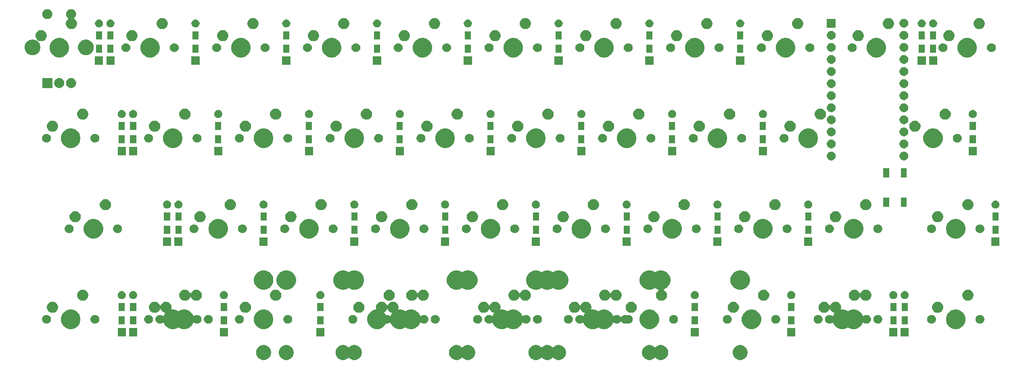
<source format=gbr>
G04 #@! TF.GenerationSoftware,KiCad,Pcbnew,(5.1.4)-1*
G04 #@! TF.CreationDate,2021-03-27T10:35:17-07:00*
G04 #@! TF.ProjectId,Rosies Board,526f7369-6573-4204-926f-6172642e6b69,rev?*
G04 #@! TF.SameCoordinates,Original*
G04 #@! TF.FileFunction,Soldermask,Bot*
G04 #@! TF.FilePolarity,Negative*
%FSLAX46Y46*%
G04 Gerber Fmt 4.6, Leading zero omitted, Abs format (unit mm)*
G04 Created by KiCad (PCBNEW (5.1.4)-1) date 2021-03-27 10:35:17*
%MOMM*%
%LPD*%
G04 APERTURE LIST*
%ADD10C,0.100000*%
G04 APERTURE END LIST*
D10*
G36*
X121751477Y-88784363D02*
G01*
X121903621Y-88814626D01*
X122022347Y-88863804D01*
X122190251Y-88933352D01*
X122190252Y-88933353D01*
X122448214Y-89105717D01*
X122546443Y-89203946D01*
X122565379Y-89219486D01*
X122586990Y-89231037D01*
X122610439Y-89238150D01*
X122634825Y-89240552D01*
X122659211Y-89238150D01*
X122682660Y-89231037D01*
X122704271Y-89219486D01*
X122723207Y-89203946D01*
X122821436Y-89105717D01*
X123079398Y-88933353D01*
X123079399Y-88933352D01*
X123247303Y-88863804D01*
X123366029Y-88814626D01*
X123670315Y-88754100D01*
X123980595Y-88754100D01*
X124132737Y-88784363D01*
X124284881Y-88814626D01*
X124403607Y-88863804D01*
X124571511Y-88933352D01*
X124571512Y-88933353D01*
X124829474Y-89105717D01*
X125048853Y-89325096D01*
X125164023Y-89497461D01*
X125221218Y-89583059D01*
X125339944Y-89869690D01*
X125400470Y-90173975D01*
X125400470Y-90484225D01*
X125339944Y-90788510D01*
X125221218Y-91075141D01*
X125221217Y-91075142D01*
X125048853Y-91333104D01*
X124829474Y-91552483D01*
X124657109Y-91667653D01*
X124571511Y-91724848D01*
X124403607Y-91794396D01*
X124284881Y-91843574D01*
X123980595Y-91904100D01*
X123670315Y-91904100D01*
X123366029Y-91843574D01*
X123247303Y-91794396D01*
X123079399Y-91724848D01*
X122993801Y-91667653D01*
X122821436Y-91552483D01*
X122723207Y-91454254D01*
X122704271Y-91438714D01*
X122682660Y-91427163D01*
X122659211Y-91420050D01*
X122634825Y-91417648D01*
X122610439Y-91420050D01*
X122586990Y-91427163D01*
X122565379Y-91438714D01*
X122546443Y-91454254D01*
X122448214Y-91552483D01*
X122275849Y-91667653D01*
X122190251Y-91724848D01*
X122022347Y-91794396D01*
X121903621Y-91843574D01*
X121599335Y-91904100D01*
X121289085Y-91904100D01*
X120984799Y-91843574D01*
X120866073Y-91794396D01*
X120698169Y-91724848D01*
X120612571Y-91667653D01*
X120440206Y-91552483D01*
X120220827Y-91333104D01*
X120048463Y-91075142D01*
X120048462Y-91075141D01*
X119929736Y-90788510D01*
X119869210Y-90484225D01*
X119869210Y-90173975D01*
X119929736Y-89869690D01*
X120048462Y-89583059D01*
X120105657Y-89497461D01*
X120220827Y-89325096D01*
X120440206Y-89105717D01*
X120698168Y-88933353D01*
X120698169Y-88933352D01*
X120866073Y-88863804D01*
X120984799Y-88814626D01*
X121289085Y-88754100D01*
X121599335Y-88754100D01*
X121751477Y-88784363D01*
X121751477Y-88784363D01*
G37*
G36*
X86032827Y-88784363D02*
G01*
X86184971Y-88814626D01*
X86303697Y-88863804D01*
X86471601Y-88933352D01*
X86471602Y-88933353D01*
X86729564Y-89105717D01*
X86948943Y-89325096D01*
X87064113Y-89497461D01*
X87121308Y-89583059D01*
X87240034Y-89869690D01*
X87300560Y-90173975D01*
X87300560Y-90484225D01*
X87240034Y-90788510D01*
X87121308Y-91075141D01*
X87121307Y-91075142D01*
X86948943Y-91333104D01*
X86729564Y-91552483D01*
X86557199Y-91667653D01*
X86471601Y-91724848D01*
X86303697Y-91794396D01*
X86184971Y-91843574D01*
X85880685Y-91904100D01*
X85570315Y-91904100D01*
X85266029Y-91843574D01*
X85147303Y-91794396D01*
X84979399Y-91724848D01*
X84893801Y-91667653D01*
X84721436Y-91552483D01*
X84502057Y-91333104D01*
X84329693Y-91075142D01*
X84329692Y-91075141D01*
X84210966Y-90788510D01*
X84150440Y-90484225D01*
X84150440Y-90173975D01*
X84210966Y-89869690D01*
X84329692Y-89583059D01*
X84386887Y-89497461D01*
X84502057Y-89325096D01*
X84721436Y-89105717D01*
X84979398Y-88933353D01*
X84979399Y-88933352D01*
X85147303Y-88863804D01*
X85266029Y-88814626D01*
X85418173Y-88784363D01*
X85570315Y-88754100D01*
X85880685Y-88754100D01*
X86032827Y-88784363D01*
X86032827Y-88784363D01*
G37*
G36*
X97938977Y-88784363D02*
G01*
X98091121Y-88814626D01*
X98209847Y-88863804D01*
X98377751Y-88933352D01*
X98377752Y-88933353D01*
X98635714Y-89105717D01*
X98733958Y-89203961D01*
X98752894Y-89219501D01*
X98774505Y-89231052D01*
X98797954Y-89238165D01*
X98822340Y-89240567D01*
X98846726Y-89238165D01*
X98870175Y-89231052D01*
X98891786Y-89219501D01*
X98910722Y-89203961D01*
X99008966Y-89105717D01*
X99266928Y-88933353D01*
X99266929Y-88933352D01*
X99434833Y-88863804D01*
X99553559Y-88814626D01*
X99857845Y-88754100D01*
X100168095Y-88754100D01*
X100320237Y-88784363D01*
X100472381Y-88814626D01*
X100591107Y-88863804D01*
X100759011Y-88933352D01*
X100759012Y-88933353D01*
X101016974Y-89105717D01*
X101236353Y-89325096D01*
X101351523Y-89497461D01*
X101408718Y-89583059D01*
X101527444Y-89869690D01*
X101587970Y-90173975D01*
X101587970Y-90484225D01*
X101527444Y-90788510D01*
X101408718Y-91075141D01*
X101408717Y-91075142D01*
X101236353Y-91333104D01*
X101016974Y-91552483D01*
X100844609Y-91667653D01*
X100759011Y-91724848D01*
X100591107Y-91794396D01*
X100472381Y-91843574D01*
X100168095Y-91904100D01*
X99857845Y-91904100D01*
X99553559Y-91843574D01*
X99434833Y-91794396D01*
X99266929Y-91724848D01*
X99181331Y-91667653D01*
X99008966Y-91552483D01*
X98910722Y-91454239D01*
X98891786Y-91438699D01*
X98870175Y-91427148D01*
X98846726Y-91420035D01*
X98822340Y-91417633D01*
X98797954Y-91420035D01*
X98774505Y-91427148D01*
X98752894Y-91438699D01*
X98733958Y-91454239D01*
X98635714Y-91552483D01*
X98463349Y-91667653D01*
X98377751Y-91724848D01*
X98209847Y-91794396D01*
X98091121Y-91843574D01*
X97786835Y-91904100D01*
X97476585Y-91904100D01*
X97172299Y-91843574D01*
X97053573Y-91794396D01*
X96885669Y-91724848D01*
X96800071Y-91667653D01*
X96627706Y-91552483D01*
X96408327Y-91333104D01*
X96235963Y-91075142D01*
X96235962Y-91075141D01*
X96117236Y-90788510D01*
X96056710Y-90484225D01*
X96056710Y-90173975D01*
X96117236Y-89869690D01*
X96235962Y-89583059D01*
X96293157Y-89497461D01*
X96408327Y-89325096D01*
X96627706Y-89105717D01*
X96885668Y-88933353D01*
X96885669Y-88933352D01*
X97053573Y-88863804D01*
X97172299Y-88814626D01*
X97476585Y-88754100D01*
X97786835Y-88754100D01*
X97938977Y-88784363D01*
X97938977Y-88784363D01*
G37*
G36*
X81276667Y-88784363D02*
G01*
X81428811Y-88814626D01*
X81547537Y-88863804D01*
X81715441Y-88933352D01*
X81715442Y-88933353D01*
X81973404Y-89105717D01*
X82192783Y-89325096D01*
X82307953Y-89497461D01*
X82365148Y-89583059D01*
X82483874Y-89869690D01*
X82544400Y-90173975D01*
X82544400Y-90484225D01*
X82483874Y-90788510D01*
X82365148Y-91075141D01*
X82365147Y-91075142D01*
X82192783Y-91333104D01*
X81973404Y-91552483D01*
X81801039Y-91667653D01*
X81715441Y-91724848D01*
X81547537Y-91794396D01*
X81428811Y-91843574D01*
X81124525Y-91904100D01*
X80814275Y-91904100D01*
X80509989Y-91843574D01*
X80391263Y-91794396D01*
X80223359Y-91724848D01*
X80137761Y-91667653D01*
X79965396Y-91552483D01*
X79746017Y-91333104D01*
X79573653Y-91075142D01*
X79573652Y-91075141D01*
X79454926Y-90788510D01*
X79394400Y-90484225D01*
X79394400Y-90173975D01*
X79454926Y-89869690D01*
X79573652Y-89583059D01*
X79630847Y-89497461D01*
X79746017Y-89325096D01*
X79965396Y-89105717D01*
X80223358Y-88933353D01*
X80223359Y-88933352D01*
X80391263Y-88863804D01*
X80509989Y-88814626D01*
X80662133Y-88784363D01*
X80814275Y-88754100D01*
X81124525Y-88754100D01*
X81276667Y-88784363D01*
X81276667Y-88784363D01*
G37*
G36*
X162232897Y-88784363D02*
G01*
X162385041Y-88814626D01*
X162503767Y-88863804D01*
X162671671Y-88933352D01*
X162671672Y-88933353D01*
X162929634Y-89105717D01*
X163027878Y-89203961D01*
X163046814Y-89219501D01*
X163068425Y-89231052D01*
X163091874Y-89238165D01*
X163116260Y-89240567D01*
X163140646Y-89238165D01*
X163164095Y-89231052D01*
X163185706Y-89219501D01*
X163204642Y-89203961D01*
X163302886Y-89105717D01*
X163560848Y-88933353D01*
X163560849Y-88933352D01*
X163728753Y-88863804D01*
X163847479Y-88814626D01*
X164151765Y-88754100D01*
X164462015Y-88754100D01*
X164614157Y-88784363D01*
X164766301Y-88814626D01*
X164885027Y-88863804D01*
X165052931Y-88933352D01*
X165052932Y-88933353D01*
X165310894Y-89105717D01*
X165530273Y-89325096D01*
X165645443Y-89497461D01*
X165702638Y-89583059D01*
X165821364Y-89869690D01*
X165881890Y-90173975D01*
X165881890Y-90484225D01*
X165821364Y-90788510D01*
X165702638Y-91075141D01*
X165702637Y-91075142D01*
X165530273Y-91333104D01*
X165310894Y-91552483D01*
X165138529Y-91667653D01*
X165052931Y-91724848D01*
X164885027Y-91794396D01*
X164766301Y-91843574D01*
X164462015Y-91904100D01*
X164151765Y-91904100D01*
X163847479Y-91843574D01*
X163728753Y-91794396D01*
X163560849Y-91724848D01*
X163475251Y-91667653D01*
X163302886Y-91552483D01*
X163204642Y-91454239D01*
X163185706Y-91438699D01*
X163164095Y-91427148D01*
X163140646Y-91420035D01*
X163116260Y-91417633D01*
X163091874Y-91420035D01*
X163068425Y-91427148D01*
X163046814Y-91438699D01*
X163027878Y-91454239D01*
X162929634Y-91552483D01*
X162757269Y-91667653D01*
X162671671Y-91724848D01*
X162503767Y-91794396D01*
X162385041Y-91843574D01*
X162080755Y-91904100D01*
X161770505Y-91904100D01*
X161466219Y-91843574D01*
X161347493Y-91794396D01*
X161179589Y-91724848D01*
X161093991Y-91667653D01*
X160921626Y-91552483D01*
X160702247Y-91333104D01*
X160529883Y-91075142D01*
X160529882Y-91075141D01*
X160411156Y-90788510D01*
X160350630Y-90484225D01*
X160350630Y-90173975D01*
X160411156Y-89869690D01*
X160529882Y-89583059D01*
X160587077Y-89497461D01*
X160702247Y-89325096D01*
X160921626Y-89105717D01*
X161179588Y-88933353D01*
X161179589Y-88933352D01*
X161347493Y-88863804D01*
X161466219Y-88814626D01*
X161770505Y-88754100D01*
X162080755Y-88754100D01*
X162232897Y-88784363D01*
X162232897Y-88784363D01*
G37*
G36*
X181282947Y-88784363D02*
G01*
X181435091Y-88814626D01*
X181553817Y-88863804D01*
X181721721Y-88933352D01*
X181721722Y-88933353D01*
X181979684Y-89105717D01*
X182199063Y-89325096D01*
X182314233Y-89497461D01*
X182371428Y-89583059D01*
X182490154Y-89869690D01*
X182550680Y-90173975D01*
X182550680Y-90484225D01*
X182490154Y-90788510D01*
X182371428Y-91075141D01*
X182371427Y-91075142D01*
X182199063Y-91333104D01*
X181979684Y-91552483D01*
X181807319Y-91667653D01*
X181721721Y-91724848D01*
X181553817Y-91794396D01*
X181435091Y-91843574D01*
X181130805Y-91904100D01*
X180814075Y-91904100D01*
X180509789Y-91843574D01*
X180391063Y-91794396D01*
X180223159Y-91724848D01*
X180137561Y-91667653D01*
X179965196Y-91552483D01*
X179745817Y-91333104D01*
X179573453Y-91075142D01*
X179573452Y-91075141D01*
X179454726Y-90788510D01*
X179394200Y-90484225D01*
X179394200Y-90173975D01*
X179454726Y-89869690D01*
X179573452Y-89583059D01*
X179630647Y-89497461D01*
X179745817Y-89325096D01*
X179965196Y-89105717D01*
X180223158Y-88933353D01*
X180223159Y-88933352D01*
X180391063Y-88863804D01*
X180509789Y-88814626D01*
X180814075Y-88754100D01*
X181130805Y-88754100D01*
X181282947Y-88784363D01*
X181282947Y-88784363D01*
G37*
G36*
X138420397Y-88784363D02*
G01*
X138572541Y-88814626D01*
X138691267Y-88863804D01*
X138859171Y-88933352D01*
X138859172Y-88933353D01*
X139117134Y-89105717D01*
X139215378Y-89203961D01*
X139234314Y-89219501D01*
X139255925Y-89231052D01*
X139279374Y-89238165D01*
X139303760Y-89240567D01*
X139328146Y-89238165D01*
X139351595Y-89231052D01*
X139373206Y-89219501D01*
X139392142Y-89203961D01*
X139490386Y-89105717D01*
X139748348Y-88933353D01*
X139748349Y-88933352D01*
X139916253Y-88863804D01*
X140034979Y-88814626D01*
X140339265Y-88754100D01*
X140649515Y-88754100D01*
X140801657Y-88784363D01*
X140953801Y-88814626D01*
X141072527Y-88863804D01*
X141240431Y-88933352D01*
X141240432Y-88933353D01*
X141498394Y-89105717D01*
X141596653Y-89203976D01*
X141615589Y-89219516D01*
X141637200Y-89231067D01*
X141660649Y-89238180D01*
X141685035Y-89240582D01*
X141709421Y-89238180D01*
X141732870Y-89231067D01*
X141754481Y-89219516D01*
X141773417Y-89203976D01*
X141871676Y-89105717D01*
X142129638Y-88933353D01*
X142129639Y-88933352D01*
X142297543Y-88863804D01*
X142416269Y-88814626D01*
X142720555Y-88754100D01*
X143030805Y-88754100D01*
X143182947Y-88784363D01*
X143335091Y-88814626D01*
X143453817Y-88863804D01*
X143621721Y-88933352D01*
X143621722Y-88933353D01*
X143879684Y-89105717D01*
X144099063Y-89325096D01*
X144214233Y-89497461D01*
X144271428Y-89583059D01*
X144390154Y-89869690D01*
X144450680Y-90173975D01*
X144450680Y-90484225D01*
X144390154Y-90788510D01*
X144271428Y-91075141D01*
X144271427Y-91075142D01*
X144099063Y-91333104D01*
X143879684Y-91552483D01*
X143707319Y-91667653D01*
X143621721Y-91724848D01*
X143453817Y-91794396D01*
X143335091Y-91843574D01*
X143030805Y-91904100D01*
X142720555Y-91904100D01*
X142416269Y-91843574D01*
X142297543Y-91794396D01*
X142129639Y-91724848D01*
X142044041Y-91667653D01*
X141871676Y-91552483D01*
X141773417Y-91454224D01*
X141754481Y-91438684D01*
X141732870Y-91427133D01*
X141709421Y-91420020D01*
X141685035Y-91417618D01*
X141660649Y-91420020D01*
X141637200Y-91427133D01*
X141615589Y-91438684D01*
X141596653Y-91454224D01*
X141498394Y-91552483D01*
X141326029Y-91667653D01*
X141240431Y-91724848D01*
X141072527Y-91794396D01*
X140953801Y-91843574D01*
X140649515Y-91904100D01*
X140339265Y-91904100D01*
X140034979Y-91843574D01*
X139916253Y-91794396D01*
X139748349Y-91724848D01*
X139662751Y-91667653D01*
X139490386Y-91552483D01*
X139392142Y-91454239D01*
X139373206Y-91438699D01*
X139351595Y-91427148D01*
X139328146Y-91420035D01*
X139303760Y-91417633D01*
X139279374Y-91420035D01*
X139255925Y-91427148D01*
X139234314Y-91438699D01*
X139215378Y-91454239D01*
X139117134Y-91552483D01*
X138944769Y-91667653D01*
X138859171Y-91724848D01*
X138691267Y-91794396D01*
X138572541Y-91843574D01*
X138268255Y-91904100D01*
X137958005Y-91904100D01*
X137653719Y-91843574D01*
X137534993Y-91794396D01*
X137367089Y-91724848D01*
X137281491Y-91667653D01*
X137109126Y-91552483D01*
X136889747Y-91333104D01*
X136717383Y-91075142D01*
X136717382Y-91075141D01*
X136598656Y-90788510D01*
X136538130Y-90484225D01*
X136538130Y-90173975D01*
X136598656Y-89869690D01*
X136717382Y-89583059D01*
X136774577Y-89497461D01*
X136889747Y-89325096D01*
X137109126Y-89105717D01*
X137367088Y-88933353D01*
X137367089Y-88933352D01*
X137534993Y-88863804D01*
X137653719Y-88814626D01*
X137958005Y-88754100D01*
X138268255Y-88754100D01*
X138420397Y-88784363D01*
X138420397Y-88784363D01*
G37*
G36*
X216355030Y-86904470D02*
G01*
X214653030Y-86904470D01*
X214653030Y-85202470D01*
X216355030Y-85202470D01*
X216355030Y-86904470D01*
X216355030Y-86904470D01*
G37*
G36*
X52048090Y-86904470D02*
G01*
X50346090Y-86904470D01*
X50346090Y-85202470D01*
X52048090Y-85202470D01*
X52048090Y-86904470D01*
X52048090Y-86904470D01*
G37*
G36*
X54429350Y-86904470D02*
G01*
X52727350Y-86904470D01*
X52727350Y-85202470D01*
X54429350Y-85202470D01*
X54429350Y-86904470D01*
X54429350Y-86904470D01*
G37*
G36*
X73479430Y-86904470D02*
G01*
X71777430Y-86904470D01*
X71777430Y-85202470D01*
X73479430Y-85202470D01*
X73479430Y-86904470D01*
X73479430Y-86904470D01*
G37*
G36*
X93720140Y-86904470D02*
G01*
X92018140Y-86904470D01*
X92018140Y-85202470D01*
X93720140Y-85202470D01*
X93720140Y-86904470D01*
X93720140Y-86904470D01*
G37*
G36*
X172301720Y-86904470D02*
G01*
X170599720Y-86904470D01*
X170599720Y-85202470D01*
X172301720Y-85202470D01*
X172301720Y-86904470D01*
X172301720Y-86904470D01*
G37*
G36*
X192542430Y-86904470D02*
G01*
X190840430Y-86904470D01*
X190840430Y-85202470D01*
X192542430Y-85202470D01*
X192542430Y-86904470D01*
X192542430Y-86904470D01*
G37*
G36*
X213973770Y-86904470D02*
G01*
X212271770Y-86904470D01*
X212271770Y-85202470D01*
X213973770Y-85202470D01*
X213973770Y-86904470D01*
X213973770Y-86904470D01*
G37*
G36*
X58294320Y-79643164D02*
G01*
X58445787Y-79673293D01*
X58659805Y-79761942D01*
X58659806Y-79761943D01*
X58852414Y-79890639D01*
X59016221Y-80054446D01*
X59102018Y-80182851D01*
X59144918Y-80247055D01*
X59177909Y-80326703D01*
X59189457Y-80348308D01*
X59205002Y-80367250D01*
X59223944Y-80382795D01*
X59245555Y-80394346D01*
X59269004Y-80401459D01*
X59293390Y-80403861D01*
X59317776Y-80401459D01*
X59341225Y-80394346D01*
X59362836Y-80382795D01*
X59381778Y-80367250D01*
X59397323Y-80348308D01*
X59408871Y-80326703D01*
X59441862Y-80247055D01*
X59484762Y-80182851D01*
X59570559Y-80054446D01*
X59734366Y-79890639D01*
X59926974Y-79761943D01*
X59926975Y-79761942D01*
X60140993Y-79673293D01*
X60292460Y-79643164D01*
X60368193Y-79628100D01*
X60599847Y-79628100D01*
X60675580Y-79643164D01*
X60827047Y-79673293D01*
X61041065Y-79761942D01*
X61041066Y-79761943D01*
X61233674Y-79890639D01*
X61397481Y-80054446D01*
X61483278Y-80182851D01*
X61526178Y-80247055D01*
X61614827Y-80461073D01*
X61614827Y-80461075D01*
X61660020Y-80688273D01*
X61660020Y-80919927D01*
X61614292Y-81149815D01*
X61611890Y-81174201D01*
X61614292Y-81198587D01*
X61621405Y-81222036D01*
X61632956Y-81243647D01*
X61648501Y-81262589D01*
X61667443Y-81278134D01*
X61689054Y-81289685D01*
X61712503Y-81296798D01*
X61736889Y-81299200D01*
X62114166Y-81299200D01*
X62509234Y-81377784D01*
X62727234Y-81468083D01*
X62881383Y-81531933D01*
X63033951Y-81633876D01*
X63055555Y-81645423D01*
X63079004Y-81652536D01*
X63103390Y-81654938D01*
X63127776Y-81652536D01*
X63151225Y-81645423D01*
X63172829Y-81633876D01*
X63325397Y-81531933D01*
X63479546Y-81468083D01*
X63697546Y-81377784D01*
X64092614Y-81299200D01*
X64495426Y-81299200D01*
X64890494Y-81377784D01*
X65108494Y-81468083D01*
X65262643Y-81531933D01*
X65597568Y-81755723D01*
X65882397Y-82040552D01*
X66106187Y-82375477D01*
X66167495Y-82523489D01*
X66194409Y-82588465D01*
X66205960Y-82610076D01*
X66221505Y-82629018D01*
X66240447Y-82644563D01*
X66262058Y-82656114D01*
X66285507Y-82663227D01*
X66309893Y-82665629D01*
X66334279Y-82663227D01*
X66357728Y-82656114D01*
X66379339Y-82644563D01*
X66398270Y-82629027D01*
X66402469Y-82624828D01*
X66554134Y-82523489D01*
X66722656Y-82453685D01*
X66901557Y-82418100D01*
X67083963Y-82418100D01*
X67262864Y-82453685D01*
X67431386Y-82523489D01*
X67583051Y-82624828D01*
X67712032Y-82753809D01*
X67813371Y-82905474D01*
X67883175Y-83073996D01*
X67918760Y-83252897D01*
X67918760Y-83435303D01*
X67883175Y-83614204D01*
X67813371Y-83782726D01*
X67712032Y-83934391D01*
X67583051Y-84063372D01*
X67431386Y-84164711D01*
X67262864Y-84234515D01*
X67083963Y-84270100D01*
X66901557Y-84270100D01*
X66722656Y-84234515D01*
X66554134Y-84164711D01*
X66402469Y-84063372D01*
X66398270Y-84059173D01*
X66379339Y-84043637D01*
X66357728Y-84032086D01*
X66334279Y-84024973D01*
X66309893Y-84022571D01*
X66285507Y-84024973D01*
X66262058Y-84032086D01*
X66240447Y-84043637D01*
X66221505Y-84059182D01*
X66205960Y-84078124D01*
X66194409Y-84099734D01*
X66106187Y-84312723D01*
X65882397Y-84647648D01*
X65597568Y-84932477D01*
X65262643Y-85156267D01*
X65108494Y-85220117D01*
X64890494Y-85310416D01*
X64495426Y-85389000D01*
X64092614Y-85389000D01*
X63697546Y-85310416D01*
X63479546Y-85220117D01*
X63325397Y-85156267D01*
X63172829Y-85054324D01*
X63151225Y-85042777D01*
X63127776Y-85035664D01*
X63103390Y-85033262D01*
X63079004Y-85035664D01*
X63055555Y-85042777D01*
X63033951Y-85054324D01*
X62881383Y-85156267D01*
X62727234Y-85220117D01*
X62509234Y-85310416D01*
X62114166Y-85389000D01*
X61711354Y-85389000D01*
X61316286Y-85310416D01*
X61098286Y-85220117D01*
X60944137Y-85156267D01*
X60609212Y-84932477D01*
X60324383Y-84647648D01*
X60100593Y-84312723D01*
X60012371Y-84099734D01*
X60000820Y-84078124D01*
X59985275Y-84059182D01*
X59966333Y-84043637D01*
X59944722Y-84032086D01*
X59921273Y-84024973D01*
X59896887Y-84022571D01*
X59872501Y-84024973D01*
X59849052Y-84032086D01*
X59827441Y-84043637D01*
X59808510Y-84059173D01*
X59804311Y-84063372D01*
X59652646Y-84164711D01*
X59484124Y-84234515D01*
X59305223Y-84270100D01*
X59122817Y-84270100D01*
X58943916Y-84234515D01*
X58775394Y-84164711D01*
X58623729Y-84063372D01*
X58494748Y-83934391D01*
X58393409Y-83782726D01*
X58323605Y-83614204D01*
X58288020Y-83435303D01*
X58288020Y-83252897D01*
X58323605Y-83073996D01*
X58393409Y-82905474D01*
X58494748Y-82753809D01*
X58623729Y-82624828D01*
X58775394Y-82523489D01*
X58943916Y-82453685D01*
X59122817Y-82418100D01*
X59305223Y-82418100D01*
X59484124Y-82453685D01*
X59652646Y-82523489D01*
X59804311Y-82624828D01*
X59808510Y-82629027D01*
X59827441Y-82644563D01*
X59849052Y-82656114D01*
X59872501Y-82663227D01*
X59896887Y-82665629D01*
X59921273Y-82663227D01*
X59944722Y-82656114D01*
X59966333Y-82644563D01*
X59985275Y-82629018D01*
X60000820Y-82610076D01*
X60012371Y-82588465D01*
X60039285Y-82523489D01*
X60100593Y-82375477D01*
X60261244Y-82135046D01*
X60272795Y-82113435D01*
X60279908Y-82089986D01*
X60282310Y-82065600D01*
X60279908Y-82041214D01*
X60272795Y-82017765D01*
X60261244Y-81996154D01*
X60245699Y-81977212D01*
X60226757Y-81961667D01*
X60205146Y-81950116D01*
X60181702Y-81943004D01*
X60140993Y-81934907D01*
X59926975Y-81846258D01*
X59791480Y-81755723D01*
X59734366Y-81717561D01*
X59570559Y-81553754D01*
X59441863Y-81361146D01*
X59441862Y-81361145D01*
X59408871Y-81281497D01*
X59397323Y-81259892D01*
X59381778Y-81240950D01*
X59362836Y-81225405D01*
X59341225Y-81213854D01*
X59317776Y-81206741D01*
X59293390Y-81204339D01*
X59269004Y-81206741D01*
X59245555Y-81213854D01*
X59223944Y-81225405D01*
X59205002Y-81240950D01*
X59189457Y-81259892D01*
X59177909Y-81281497D01*
X59144918Y-81361145D01*
X59144917Y-81361146D01*
X59016221Y-81553754D01*
X58852414Y-81717561D01*
X58795300Y-81755723D01*
X58659805Y-81846258D01*
X58445787Y-81934907D01*
X58321345Y-81959660D01*
X58218587Y-81980100D01*
X57986933Y-81980100D01*
X57884175Y-81959660D01*
X57759733Y-81934907D01*
X57545715Y-81846258D01*
X57410220Y-81755723D01*
X57353106Y-81717561D01*
X57189299Y-81553754D01*
X57060603Y-81361146D01*
X57060602Y-81361145D01*
X56971953Y-81147127D01*
X56926760Y-80919926D01*
X56926760Y-80688274D01*
X56971953Y-80461073D01*
X57060602Y-80247055D01*
X57103502Y-80182851D01*
X57189299Y-80054446D01*
X57353106Y-79890639D01*
X57545714Y-79761943D01*
X57545715Y-79761942D01*
X57759733Y-79673293D01*
X57911200Y-79643164D01*
X57986933Y-79628100D01*
X58218587Y-79628100D01*
X58294320Y-79643164D01*
X58294320Y-79643164D01*
G37*
G36*
X183953494Y-81377784D02*
G01*
X184171494Y-81468083D01*
X184325643Y-81531933D01*
X184660568Y-81755723D01*
X184945397Y-82040552D01*
X185169187Y-82375477D01*
X185230495Y-82523489D01*
X185323336Y-82747626D01*
X185401920Y-83142694D01*
X185401920Y-83545506D01*
X185323336Y-83940574D01*
X185272471Y-84063372D01*
X185169187Y-84312723D01*
X184945397Y-84647648D01*
X184660568Y-84932477D01*
X184325643Y-85156267D01*
X184171494Y-85220117D01*
X183953494Y-85310416D01*
X183558426Y-85389000D01*
X183155614Y-85389000D01*
X182760546Y-85310416D01*
X182542546Y-85220117D01*
X182388397Y-85156267D01*
X182053472Y-84932477D01*
X181768643Y-84647648D01*
X181544853Y-84312723D01*
X181441569Y-84063372D01*
X181390704Y-83940574D01*
X181312120Y-83545506D01*
X181312120Y-83142694D01*
X181390704Y-82747626D01*
X181483545Y-82523489D01*
X181544853Y-82375477D01*
X181768643Y-82040552D01*
X182053472Y-81755723D01*
X182388397Y-81531933D01*
X182542546Y-81468083D01*
X182760546Y-81377784D01*
X183155614Y-81299200D01*
X183558426Y-81299200D01*
X183953494Y-81377784D01*
X183953494Y-81377784D01*
G37*
G36*
X146400940Y-79643164D02*
G01*
X146552407Y-79673293D01*
X146766425Y-79761942D01*
X146766426Y-79761943D01*
X146959034Y-79890639D01*
X147122841Y-80054446D01*
X147208638Y-80182851D01*
X147251538Y-80247055D01*
X147284529Y-80326703D01*
X147296077Y-80348308D01*
X147311622Y-80367250D01*
X147330564Y-80382795D01*
X147352175Y-80394346D01*
X147375624Y-80401459D01*
X147400010Y-80403861D01*
X147424396Y-80401459D01*
X147447845Y-80394346D01*
X147469456Y-80382795D01*
X147488398Y-80367250D01*
X147503943Y-80348308D01*
X147515491Y-80326703D01*
X147548482Y-80247055D01*
X147591382Y-80182851D01*
X147677179Y-80054446D01*
X147840986Y-79890639D01*
X148033594Y-79761943D01*
X148033595Y-79761942D01*
X148247613Y-79673293D01*
X148399080Y-79643164D01*
X148474813Y-79628100D01*
X148706467Y-79628100D01*
X148782200Y-79643164D01*
X148933667Y-79673293D01*
X149147685Y-79761942D01*
X149147686Y-79761943D01*
X149340294Y-79890639D01*
X149504101Y-80054446D01*
X149589898Y-80182851D01*
X149632798Y-80247055D01*
X149721447Y-80461073D01*
X149721447Y-80461075D01*
X149766640Y-80688273D01*
X149766640Y-80919927D01*
X149720912Y-81149815D01*
X149718510Y-81174201D01*
X149720912Y-81198587D01*
X149728025Y-81222036D01*
X149739576Y-81243647D01*
X149755121Y-81262589D01*
X149774063Y-81278134D01*
X149795674Y-81289685D01*
X149819123Y-81296798D01*
X149843509Y-81299200D01*
X150220786Y-81299200D01*
X150615854Y-81377784D01*
X150833854Y-81468083D01*
X150988003Y-81531933D01*
X151140571Y-81633876D01*
X151162175Y-81645423D01*
X151185624Y-81652536D01*
X151210010Y-81654938D01*
X151234396Y-81652536D01*
X151257845Y-81645423D01*
X151279449Y-81633876D01*
X151432017Y-81531933D01*
X151586166Y-81468083D01*
X151804166Y-81377784D01*
X152199234Y-81299200D01*
X152602046Y-81299200D01*
X152997114Y-81377784D01*
X153215114Y-81468083D01*
X153369263Y-81531933D01*
X153704188Y-81755723D01*
X153989017Y-82040552D01*
X154212807Y-82375477D01*
X154274115Y-82523489D01*
X154301029Y-82588465D01*
X154312580Y-82610076D01*
X154328125Y-82629018D01*
X154347067Y-82644563D01*
X154368678Y-82656114D01*
X154392127Y-82663227D01*
X154416513Y-82665629D01*
X154440899Y-82663227D01*
X154464348Y-82656114D01*
X154485959Y-82644563D01*
X154504890Y-82629027D01*
X154509089Y-82624828D01*
X154660754Y-82523489D01*
X154829276Y-82453685D01*
X155008177Y-82418100D01*
X155190583Y-82418100D01*
X155369484Y-82453685D01*
X155538006Y-82523489D01*
X155689671Y-82624828D01*
X155818652Y-82753809D01*
X155868603Y-82828567D01*
X155884142Y-82847501D01*
X155903084Y-82863046D01*
X155924695Y-82874597D01*
X155948144Y-82881710D01*
X155972530Y-82884112D01*
X155996916Y-82881710D01*
X156020365Y-82874597D01*
X156041976Y-82863046D01*
X156060918Y-82847501D01*
X156076457Y-82828567D01*
X156126408Y-82753809D01*
X156255389Y-82624828D01*
X156407054Y-82523489D01*
X156575576Y-82453685D01*
X156754477Y-82418100D01*
X156936883Y-82418100D01*
X157115784Y-82453685D01*
X157115790Y-82453688D01*
X157116265Y-82453782D01*
X157138775Y-82460609D01*
X157163161Y-82463011D01*
X157187547Y-82460609D01*
X157210055Y-82453782D01*
X157210530Y-82453688D01*
X157210536Y-82453685D01*
X157389437Y-82418100D01*
X157571843Y-82418100D01*
X157750744Y-82453685D01*
X157919266Y-82523489D01*
X158070931Y-82624828D01*
X158199912Y-82753809D01*
X158301251Y-82905474D01*
X158371055Y-83073996D01*
X158406640Y-83252897D01*
X158406640Y-83435303D01*
X158371055Y-83614204D01*
X158301251Y-83782726D01*
X158199912Y-83934391D01*
X158070931Y-84063372D01*
X157919266Y-84164711D01*
X157750744Y-84234515D01*
X157571843Y-84270100D01*
X157389437Y-84270100D01*
X157210536Y-84234515D01*
X157210530Y-84234512D01*
X157210055Y-84234418D01*
X157187545Y-84227591D01*
X157163159Y-84225189D01*
X157138773Y-84227591D01*
X157116265Y-84234418D01*
X157115790Y-84234512D01*
X157115784Y-84234515D01*
X156936883Y-84270100D01*
X156754477Y-84270100D01*
X156575576Y-84234515D01*
X156407054Y-84164711D01*
X156255389Y-84063372D01*
X156126408Y-83934391D01*
X156076457Y-83859633D01*
X156060918Y-83840699D01*
X156041976Y-83825154D01*
X156020365Y-83813603D01*
X155996916Y-83806490D01*
X155972530Y-83804088D01*
X155948144Y-83806490D01*
X155924695Y-83813603D01*
X155903084Y-83825154D01*
X155884142Y-83840699D01*
X155868603Y-83859633D01*
X155818652Y-83934391D01*
X155689671Y-84063372D01*
X155538006Y-84164711D01*
X155369484Y-84234515D01*
X155190583Y-84270100D01*
X155008177Y-84270100D01*
X154829276Y-84234515D01*
X154660754Y-84164711D01*
X154509089Y-84063372D01*
X154504890Y-84059173D01*
X154485959Y-84043637D01*
X154464348Y-84032086D01*
X154440899Y-84024973D01*
X154416513Y-84022571D01*
X154392127Y-84024973D01*
X154368678Y-84032086D01*
X154347067Y-84043637D01*
X154328125Y-84059182D01*
X154312580Y-84078124D01*
X154301029Y-84099734D01*
X154212807Y-84312723D01*
X153989017Y-84647648D01*
X153704188Y-84932477D01*
X153369263Y-85156267D01*
X153215114Y-85220117D01*
X152997114Y-85310416D01*
X152602046Y-85389000D01*
X152199234Y-85389000D01*
X151804166Y-85310416D01*
X151586166Y-85220117D01*
X151432017Y-85156267D01*
X151279449Y-85054324D01*
X151257845Y-85042777D01*
X151234396Y-85035664D01*
X151210010Y-85033262D01*
X151185624Y-85035664D01*
X151162175Y-85042777D01*
X151140571Y-85054324D01*
X150988003Y-85156267D01*
X150833854Y-85220117D01*
X150615854Y-85310416D01*
X150220786Y-85389000D01*
X149817974Y-85389000D01*
X149422906Y-85310416D01*
X149204906Y-85220117D01*
X149050757Y-85156267D01*
X148715832Y-84932477D01*
X148431003Y-84647648D01*
X148207213Y-84312723D01*
X148118991Y-84099734D01*
X148107440Y-84078124D01*
X148091895Y-84059182D01*
X148072953Y-84043637D01*
X148051342Y-84032086D01*
X148027893Y-84024973D01*
X148003507Y-84022571D01*
X147979121Y-84024973D01*
X147955672Y-84032086D01*
X147934061Y-84043637D01*
X147915130Y-84059173D01*
X147910931Y-84063372D01*
X147759266Y-84164711D01*
X147590744Y-84234515D01*
X147411843Y-84270100D01*
X147229437Y-84270100D01*
X147050536Y-84234515D01*
X146882014Y-84164711D01*
X146730349Y-84063372D01*
X146601368Y-83934391D01*
X146500029Y-83782726D01*
X146430225Y-83614204D01*
X146394640Y-83435303D01*
X146394640Y-83252897D01*
X146430225Y-83073996D01*
X146500029Y-82905474D01*
X146601368Y-82753809D01*
X146730349Y-82624828D01*
X146882014Y-82523489D01*
X147050536Y-82453685D01*
X147229437Y-82418100D01*
X147411843Y-82418100D01*
X147590744Y-82453685D01*
X147759266Y-82523489D01*
X147910931Y-82624828D01*
X147915130Y-82629027D01*
X147934061Y-82644563D01*
X147955672Y-82656114D01*
X147979121Y-82663227D01*
X148003507Y-82665629D01*
X148027893Y-82663227D01*
X148051342Y-82656114D01*
X148072953Y-82644563D01*
X148091895Y-82629018D01*
X148107440Y-82610076D01*
X148118991Y-82588465D01*
X148145905Y-82523489D01*
X148207213Y-82375477D01*
X148367864Y-82135046D01*
X148379415Y-82113435D01*
X148386528Y-82089986D01*
X148388930Y-82065600D01*
X148386528Y-82041214D01*
X148379415Y-82017765D01*
X148367864Y-81996154D01*
X148352319Y-81977212D01*
X148333377Y-81961667D01*
X148311766Y-81950116D01*
X148288322Y-81943004D01*
X148247613Y-81934907D01*
X148033595Y-81846258D01*
X147898100Y-81755723D01*
X147840986Y-81717561D01*
X147677179Y-81553754D01*
X147548483Y-81361146D01*
X147548482Y-81361145D01*
X147515491Y-81281497D01*
X147503943Y-81259892D01*
X147488398Y-81240950D01*
X147469456Y-81225405D01*
X147447845Y-81213854D01*
X147424396Y-81206741D01*
X147400010Y-81204339D01*
X147375624Y-81206741D01*
X147352175Y-81213854D01*
X147330564Y-81225405D01*
X147311622Y-81240950D01*
X147296077Y-81259892D01*
X147284529Y-81281497D01*
X147251538Y-81361145D01*
X147251537Y-81361146D01*
X147122841Y-81553754D01*
X146959034Y-81717561D01*
X146901920Y-81755723D01*
X146766425Y-81846258D01*
X146552407Y-81934907D01*
X146427965Y-81959660D01*
X146325207Y-81980100D01*
X146093553Y-81980100D01*
X145990795Y-81959660D01*
X145866353Y-81934907D01*
X145652335Y-81846258D01*
X145516840Y-81755723D01*
X145459726Y-81717561D01*
X145295919Y-81553754D01*
X145167223Y-81361146D01*
X145167222Y-81361145D01*
X145078573Y-81147127D01*
X145033380Y-80919926D01*
X145033380Y-80688274D01*
X145078573Y-80461073D01*
X145167222Y-80247055D01*
X145210122Y-80182851D01*
X145295919Y-80054446D01*
X145459726Y-79890639D01*
X145652334Y-79761943D01*
X145652335Y-79761942D01*
X145866353Y-79673293D01*
X146017820Y-79643164D01*
X146093553Y-79628100D01*
X146325207Y-79628100D01*
X146400940Y-79643164D01*
X146400940Y-79643164D01*
G37*
G36*
X198788660Y-79643164D02*
G01*
X198940127Y-79673293D01*
X199154145Y-79761942D01*
X199154146Y-79761943D01*
X199346754Y-79890639D01*
X199510561Y-80054446D01*
X199596358Y-80182851D01*
X199639258Y-80247055D01*
X199672249Y-80326703D01*
X199683797Y-80348308D01*
X199699342Y-80367250D01*
X199718284Y-80382795D01*
X199739895Y-80394346D01*
X199763344Y-80401459D01*
X199787730Y-80403861D01*
X199812116Y-80401459D01*
X199835565Y-80394346D01*
X199857176Y-80382795D01*
X199876118Y-80367250D01*
X199891663Y-80348308D01*
X199903211Y-80326703D01*
X199936202Y-80247055D01*
X199979102Y-80182851D01*
X200064899Y-80054446D01*
X200228706Y-79890639D01*
X200421314Y-79761943D01*
X200421315Y-79761942D01*
X200635333Y-79673293D01*
X200786800Y-79643164D01*
X200862533Y-79628100D01*
X201094187Y-79628100D01*
X201169920Y-79643164D01*
X201321387Y-79673293D01*
X201535405Y-79761942D01*
X201535406Y-79761943D01*
X201728014Y-79890639D01*
X201891821Y-80054446D01*
X201977618Y-80182851D01*
X202020518Y-80247055D01*
X202109167Y-80461073D01*
X202109167Y-80461075D01*
X202154360Y-80688273D01*
X202154360Y-80919927D01*
X202108632Y-81149815D01*
X202106230Y-81174201D01*
X202108632Y-81198587D01*
X202115745Y-81222036D01*
X202127296Y-81243647D01*
X202142841Y-81262589D01*
X202161783Y-81278134D01*
X202183394Y-81289685D01*
X202206843Y-81296798D01*
X202231229Y-81299200D01*
X202608506Y-81299200D01*
X203003574Y-81377784D01*
X203221574Y-81468083D01*
X203375723Y-81531933D01*
X203528291Y-81633876D01*
X203549895Y-81645423D01*
X203573344Y-81652536D01*
X203597730Y-81654938D01*
X203622116Y-81652536D01*
X203645565Y-81645423D01*
X203667169Y-81633876D01*
X203819737Y-81531933D01*
X203973886Y-81468083D01*
X204191886Y-81377784D01*
X204586954Y-81299200D01*
X204989766Y-81299200D01*
X205384834Y-81377784D01*
X205602834Y-81468083D01*
X205756983Y-81531933D01*
X206091908Y-81755723D01*
X206376737Y-82040552D01*
X206600527Y-82375477D01*
X206661835Y-82523489D01*
X206688749Y-82588465D01*
X206700300Y-82610076D01*
X206715845Y-82629018D01*
X206734787Y-82644563D01*
X206756398Y-82656114D01*
X206779847Y-82663227D01*
X206804233Y-82665629D01*
X206828619Y-82663227D01*
X206852068Y-82656114D01*
X206873679Y-82644563D01*
X206892610Y-82629027D01*
X206896809Y-82624828D01*
X207048474Y-82523489D01*
X207216996Y-82453685D01*
X207395897Y-82418100D01*
X207578303Y-82418100D01*
X207757204Y-82453685D01*
X207925726Y-82523489D01*
X208077391Y-82624828D01*
X208206372Y-82753809D01*
X208307711Y-82905474D01*
X208377515Y-83073996D01*
X208413100Y-83252897D01*
X208413100Y-83435303D01*
X208377515Y-83614204D01*
X208307711Y-83782726D01*
X208206372Y-83934391D01*
X208077391Y-84063372D01*
X207925726Y-84164711D01*
X207757204Y-84234515D01*
X207578303Y-84270100D01*
X207395897Y-84270100D01*
X207216996Y-84234515D01*
X207048474Y-84164711D01*
X206896809Y-84063372D01*
X206892610Y-84059173D01*
X206873679Y-84043637D01*
X206852068Y-84032086D01*
X206828619Y-84024973D01*
X206804233Y-84022571D01*
X206779847Y-84024973D01*
X206756398Y-84032086D01*
X206734787Y-84043637D01*
X206715845Y-84059182D01*
X206700300Y-84078124D01*
X206688749Y-84099734D01*
X206600527Y-84312723D01*
X206376737Y-84647648D01*
X206091908Y-84932477D01*
X205756983Y-85156267D01*
X205602834Y-85220117D01*
X205384834Y-85310416D01*
X204989766Y-85389000D01*
X204586954Y-85389000D01*
X204191886Y-85310416D01*
X203973886Y-85220117D01*
X203819737Y-85156267D01*
X203667169Y-85054324D01*
X203645565Y-85042777D01*
X203622116Y-85035664D01*
X203597730Y-85033262D01*
X203573344Y-85035664D01*
X203549895Y-85042777D01*
X203528291Y-85054324D01*
X203375723Y-85156267D01*
X203221574Y-85220117D01*
X203003574Y-85310416D01*
X202608506Y-85389000D01*
X202205694Y-85389000D01*
X201810626Y-85310416D01*
X201592626Y-85220117D01*
X201438477Y-85156267D01*
X201103552Y-84932477D01*
X200818723Y-84647648D01*
X200594933Y-84312723D01*
X200506711Y-84099734D01*
X200495160Y-84078124D01*
X200479615Y-84059182D01*
X200460673Y-84043637D01*
X200439062Y-84032086D01*
X200415613Y-84024973D01*
X200391227Y-84022571D01*
X200366841Y-84024973D01*
X200343392Y-84032086D01*
X200321781Y-84043637D01*
X200302850Y-84059173D01*
X200298651Y-84063372D01*
X200146986Y-84164711D01*
X199978464Y-84234515D01*
X199799563Y-84270100D01*
X199617157Y-84270100D01*
X199438256Y-84234515D01*
X199269734Y-84164711D01*
X199118069Y-84063372D01*
X198989088Y-83934391D01*
X198887749Y-83782726D01*
X198817945Y-83614204D01*
X198782360Y-83435303D01*
X198782360Y-83252897D01*
X198817945Y-83073996D01*
X198887749Y-82905474D01*
X198989088Y-82753809D01*
X199118069Y-82624828D01*
X199269734Y-82523489D01*
X199438256Y-82453685D01*
X199617157Y-82418100D01*
X199799563Y-82418100D01*
X199978464Y-82453685D01*
X200146986Y-82523489D01*
X200298651Y-82624828D01*
X200302850Y-82629027D01*
X200321781Y-82644563D01*
X200343392Y-82656114D01*
X200366841Y-82663227D01*
X200391227Y-82665629D01*
X200415613Y-82663227D01*
X200439062Y-82656114D01*
X200460673Y-82644563D01*
X200479615Y-82629018D01*
X200495160Y-82610076D01*
X200506711Y-82588465D01*
X200533625Y-82523489D01*
X200594933Y-82375477D01*
X200755584Y-82135046D01*
X200767135Y-82113435D01*
X200774248Y-82089986D01*
X200776650Y-82065600D01*
X200774248Y-82041214D01*
X200767135Y-82017765D01*
X200755584Y-81996154D01*
X200740039Y-81977212D01*
X200721097Y-81961667D01*
X200699486Y-81950116D01*
X200676042Y-81943004D01*
X200635333Y-81934907D01*
X200421315Y-81846258D01*
X200285820Y-81755723D01*
X200228706Y-81717561D01*
X200064899Y-81553754D01*
X199936203Y-81361146D01*
X199936202Y-81361145D01*
X199903211Y-81281497D01*
X199891663Y-81259892D01*
X199876118Y-81240950D01*
X199857176Y-81225405D01*
X199835565Y-81213854D01*
X199812116Y-81206741D01*
X199787730Y-81204339D01*
X199763344Y-81206741D01*
X199739895Y-81213854D01*
X199718284Y-81225405D01*
X199699342Y-81240950D01*
X199683797Y-81259892D01*
X199672249Y-81281497D01*
X199639258Y-81361145D01*
X199639257Y-81361146D01*
X199510561Y-81553754D01*
X199346754Y-81717561D01*
X199289640Y-81755723D01*
X199154145Y-81846258D01*
X198940127Y-81934907D01*
X198815685Y-81959660D01*
X198712927Y-81980100D01*
X198481273Y-81980100D01*
X198378515Y-81959660D01*
X198254073Y-81934907D01*
X198040055Y-81846258D01*
X197904560Y-81755723D01*
X197847446Y-81717561D01*
X197683639Y-81553754D01*
X197554943Y-81361146D01*
X197554942Y-81361145D01*
X197466293Y-81147127D01*
X197421100Y-80919926D01*
X197421100Y-80688274D01*
X197466293Y-80461073D01*
X197554942Y-80247055D01*
X197597842Y-80182851D01*
X197683639Y-80054446D01*
X197847446Y-79890639D01*
X198040054Y-79761943D01*
X198040055Y-79761942D01*
X198254073Y-79673293D01*
X198405540Y-79643164D01*
X198481273Y-79628100D01*
X198712927Y-79628100D01*
X198788660Y-79643164D01*
X198788660Y-79643164D01*
G37*
G36*
X127350860Y-79643164D02*
G01*
X127502327Y-79673293D01*
X127716345Y-79761942D01*
X127716346Y-79761943D01*
X127908954Y-79890639D01*
X128072761Y-80054446D01*
X128158558Y-80182851D01*
X128201458Y-80247055D01*
X128234449Y-80326703D01*
X128245997Y-80348308D01*
X128261542Y-80367250D01*
X128280484Y-80382795D01*
X128302095Y-80394346D01*
X128325544Y-80401459D01*
X128349930Y-80403861D01*
X128374316Y-80401459D01*
X128397765Y-80394346D01*
X128419376Y-80382795D01*
X128438318Y-80367250D01*
X128453863Y-80348308D01*
X128465411Y-80326703D01*
X128498402Y-80247055D01*
X128541302Y-80182851D01*
X128627099Y-80054446D01*
X128790906Y-79890639D01*
X128983514Y-79761943D01*
X128983515Y-79761942D01*
X129197533Y-79673293D01*
X129349000Y-79643164D01*
X129424733Y-79628100D01*
X129656387Y-79628100D01*
X129732120Y-79643164D01*
X129883587Y-79673293D01*
X130097605Y-79761942D01*
X130097606Y-79761943D01*
X130290214Y-79890639D01*
X130454021Y-80054446D01*
X130539818Y-80182851D01*
X130582718Y-80247055D01*
X130671367Y-80461073D01*
X130671367Y-80461075D01*
X130716560Y-80688273D01*
X130716560Y-80919927D01*
X130670832Y-81149815D01*
X130668430Y-81174201D01*
X130670832Y-81198587D01*
X130677945Y-81222036D01*
X130689496Y-81243647D01*
X130705041Y-81262589D01*
X130723983Y-81278134D01*
X130745594Y-81289685D01*
X130769043Y-81296798D01*
X130793429Y-81299200D01*
X131170706Y-81299200D01*
X131565774Y-81377784D01*
X131783774Y-81468083D01*
X131937923Y-81531933D01*
X132090491Y-81633876D01*
X132112095Y-81645423D01*
X132135544Y-81652536D01*
X132159930Y-81654938D01*
X132184316Y-81652536D01*
X132207765Y-81645423D01*
X132229369Y-81633876D01*
X132381937Y-81531933D01*
X132536086Y-81468083D01*
X132754086Y-81377784D01*
X133149154Y-81299200D01*
X133551966Y-81299200D01*
X133947034Y-81377784D01*
X134165034Y-81468083D01*
X134319183Y-81531933D01*
X134654108Y-81755723D01*
X134938937Y-82040552D01*
X135162727Y-82375477D01*
X135224035Y-82523489D01*
X135250949Y-82588465D01*
X135262500Y-82610076D01*
X135278045Y-82629018D01*
X135296987Y-82644563D01*
X135318598Y-82656114D01*
X135342047Y-82663227D01*
X135366433Y-82665629D01*
X135390819Y-82663227D01*
X135414268Y-82656114D01*
X135435879Y-82644563D01*
X135454810Y-82629027D01*
X135459009Y-82624828D01*
X135610674Y-82523489D01*
X135779196Y-82453685D01*
X135958097Y-82418100D01*
X136140503Y-82418100D01*
X136319404Y-82453685D01*
X136487926Y-82523489D01*
X136639591Y-82624828D01*
X136768572Y-82753809D01*
X136869911Y-82905474D01*
X136939715Y-83073996D01*
X136975300Y-83252897D01*
X136975300Y-83435303D01*
X136939715Y-83614204D01*
X136869911Y-83782726D01*
X136768572Y-83934391D01*
X136639591Y-84063372D01*
X136487926Y-84164711D01*
X136319404Y-84234515D01*
X136140503Y-84270100D01*
X135958097Y-84270100D01*
X135779196Y-84234515D01*
X135610674Y-84164711D01*
X135459009Y-84063372D01*
X135454810Y-84059173D01*
X135435879Y-84043637D01*
X135414268Y-84032086D01*
X135390819Y-84024973D01*
X135366433Y-84022571D01*
X135342047Y-84024973D01*
X135318598Y-84032086D01*
X135296987Y-84043637D01*
X135278045Y-84059182D01*
X135262500Y-84078124D01*
X135250949Y-84099734D01*
X135162727Y-84312723D01*
X134938937Y-84647648D01*
X134654108Y-84932477D01*
X134319183Y-85156267D01*
X134165034Y-85220117D01*
X133947034Y-85310416D01*
X133551966Y-85389000D01*
X133149154Y-85389000D01*
X132754086Y-85310416D01*
X132536086Y-85220117D01*
X132381937Y-85156267D01*
X132229369Y-85054324D01*
X132207765Y-85042777D01*
X132184316Y-85035664D01*
X132159930Y-85033262D01*
X132135544Y-85035664D01*
X132112095Y-85042777D01*
X132090491Y-85054324D01*
X131937923Y-85156267D01*
X131783774Y-85220117D01*
X131565774Y-85310416D01*
X131170706Y-85389000D01*
X130767894Y-85389000D01*
X130372826Y-85310416D01*
X130154826Y-85220117D01*
X130000677Y-85156267D01*
X129665752Y-84932477D01*
X129380923Y-84647648D01*
X129157133Y-84312723D01*
X129068911Y-84099734D01*
X129057360Y-84078124D01*
X129041815Y-84059182D01*
X129022873Y-84043637D01*
X129001262Y-84032086D01*
X128977813Y-84024973D01*
X128953427Y-84022571D01*
X128929041Y-84024973D01*
X128905592Y-84032086D01*
X128883981Y-84043637D01*
X128865050Y-84059173D01*
X128860851Y-84063372D01*
X128709186Y-84164711D01*
X128540664Y-84234515D01*
X128361763Y-84270100D01*
X128179357Y-84270100D01*
X128000456Y-84234515D01*
X127831934Y-84164711D01*
X127680269Y-84063372D01*
X127551288Y-83934391D01*
X127449949Y-83782726D01*
X127380145Y-83614204D01*
X127344560Y-83435303D01*
X127344560Y-83252897D01*
X127380145Y-83073996D01*
X127449949Y-82905474D01*
X127551288Y-82753809D01*
X127680269Y-82624828D01*
X127831934Y-82523489D01*
X128000456Y-82453685D01*
X128179357Y-82418100D01*
X128361763Y-82418100D01*
X128540664Y-82453685D01*
X128709186Y-82523489D01*
X128860851Y-82624828D01*
X128865050Y-82629027D01*
X128883981Y-82644563D01*
X128905592Y-82656114D01*
X128929041Y-82663227D01*
X128953427Y-82665629D01*
X128977813Y-82663227D01*
X129001262Y-82656114D01*
X129022873Y-82644563D01*
X129041815Y-82629018D01*
X129057360Y-82610076D01*
X129068911Y-82588465D01*
X129095825Y-82523489D01*
X129157133Y-82375477D01*
X129317784Y-82135046D01*
X129329335Y-82113435D01*
X129336448Y-82089986D01*
X129338850Y-82065600D01*
X129336448Y-82041214D01*
X129329335Y-82017765D01*
X129317784Y-81996154D01*
X129302239Y-81977212D01*
X129283297Y-81961667D01*
X129261686Y-81950116D01*
X129238242Y-81943004D01*
X129197533Y-81934907D01*
X128983515Y-81846258D01*
X128848020Y-81755723D01*
X128790906Y-81717561D01*
X128627099Y-81553754D01*
X128498403Y-81361146D01*
X128498402Y-81361145D01*
X128465411Y-81281497D01*
X128453863Y-81259892D01*
X128438318Y-81240950D01*
X128419376Y-81225405D01*
X128397765Y-81213854D01*
X128374316Y-81206741D01*
X128349930Y-81204339D01*
X128325544Y-81206741D01*
X128302095Y-81213854D01*
X128280484Y-81225405D01*
X128261542Y-81240950D01*
X128245997Y-81259892D01*
X128234449Y-81281497D01*
X128201458Y-81361145D01*
X128201457Y-81361146D01*
X128072761Y-81553754D01*
X127908954Y-81717561D01*
X127851840Y-81755723D01*
X127716345Y-81846258D01*
X127502327Y-81934907D01*
X127377885Y-81959660D01*
X127275127Y-81980100D01*
X127043473Y-81980100D01*
X126940715Y-81959660D01*
X126816273Y-81934907D01*
X126602255Y-81846258D01*
X126466760Y-81755723D01*
X126409646Y-81717561D01*
X126245839Y-81553754D01*
X126117143Y-81361146D01*
X126117142Y-81361145D01*
X126028493Y-81147127D01*
X125983300Y-80919926D01*
X125983300Y-80688274D01*
X126028493Y-80461073D01*
X126117142Y-80247055D01*
X126160042Y-80182851D01*
X126245839Y-80054446D01*
X126409646Y-79890639D01*
X126602254Y-79761943D01*
X126602255Y-79761942D01*
X126816273Y-79673293D01*
X126967740Y-79643164D01*
X127043473Y-79628100D01*
X127275127Y-79628100D01*
X127350860Y-79643164D01*
X127350860Y-79643164D01*
G37*
G36*
X81559314Y-81377784D02*
G01*
X81777314Y-81468083D01*
X81931463Y-81531933D01*
X82266388Y-81755723D01*
X82551217Y-82040552D01*
X82775007Y-82375477D01*
X82836315Y-82523489D01*
X82929156Y-82747626D01*
X83007740Y-83142694D01*
X83007740Y-83545506D01*
X82929156Y-83940574D01*
X82878291Y-84063372D01*
X82775007Y-84312723D01*
X82551217Y-84647648D01*
X82266388Y-84932477D01*
X81931463Y-85156267D01*
X81777314Y-85220117D01*
X81559314Y-85310416D01*
X81164246Y-85389000D01*
X80761434Y-85389000D01*
X80366366Y-85310416D01*
X80148366Y-85220117D01*
X79994217Y-85156267D01*
X79659292Y-84932477D01*
X79374463Y-84647648D01*
X79150673Y-84312723D01*
X79047389Y-84063372D01*
X78996524Y-83940574D01*
X78917940Y-83545506D01*
X78917940Y-83142694D01*
X78996524Y-82747626D01*
X79089365Y-82523489D01*
X79150673Y-82375477D01*
X79374463Y-82040552D01*
X79659292Y-81755723D01*
X79994217Y-81531933D01*
X80148366Y-81468083D01*
X80366366Y-81377784D01*
X80761434Y-81299200D01*
X81164246Y-81299200D01*
X81559314Y-81377784D01*
X81559314Y-81377784D01*
G37*
G36*
X226816174Y-81377784D02*
G01*
X227034174Y-81468083D01*
X227188323Y-81531933D01*
X227523248Y-81755723D01*
X227808077Y-82040552D01*
X228031867Y-82375477D01*
X228093175Y-82523489D01*
X228186016Y-82747626D01*
X228264600Y-83142694D01*
X228264600Y-83545506D01*
X228186016Y-83940574D01*
X228135151Y-84063372D01*
X228031867Y-84312723D01*
X227808077Y-84647648D01*
X227523248Y-84932477D01*
X227188323Y-85156267D01*
X227034174Y-85220117D01*
X226816174Y-85310416D01*
X226421106Y-85389000D01*
X226018294Y-85389000D01*
X225623226Y-85310416D01*
X225405226Y-85220117D01*
X225251077Y-85156267D01*
X224916152Y-84932477D01*
X224631323Y-84647648D01*
X224407533Y-84312723D01*
X224304249Y-84063372D01*
X224253384Y-83940574D01*
X224174800Y-83545506D01*
X224174800Y-83142694D01*
X224253384Y-82747626D01*
X224346225Y-82523489D01*
X224407533Y-82375477D01*
X224631323Y-82040552D01*
X224916152Y-81755723D01*
X225251077Y-81531933D01*
X225405226Y-81468083D01*
X225623226Y-81377784D01*
X226018294Y-81299200D01*
X226421106Y-81299200D01*
X226816174Y-81377784D01*
X226816174Y-81377784D01*
G37*
G36*
X162522154Y-81377784D02*
G01*
X162740154Y-81468083D01*
X162894303Y-81531933D01*
X163229228Y-81755723D01*
X163514057Y-82040552D01*
X163737847Y-82375477D01*
X163799155Y-82523489D01*
X163891996Y-82747626D01*
X163970580Y-83142694D01*
X163970580Y-83545506D01*
X163891996Y-83940574D01*
X163841131Y-84063372D01*
X163737847Y-84312723D01*
X163514057Y-84647648D01*
X163229228Y-84932477D01*
X162894303Y-85156267D01*
X162740154Y-85220117D01*
X162522154Y-85310416D01*
X162127086Y-85389000D01*
X161724274Y-85389000D01*
X161329206Y-85310416D01*
X161111206Y-85220117D01*
X160957057Y-85156267D01*
X160622132Y-84932477D01*
X160337303Y-84647648D01*
X160113513Y-84312723D01*
X160010229Y-84063372D01*
X159959364Y-83940574D01*
X159880780Y-83545506D01*
X159880780Y-83142694D01*
X159959364Y-82747626D01*
X160052205Y-82523489D01*
X160113513Y-82375477D01*
X160337303Y-82040552D01*
X160622132Y-81755723D01*
X160957057Y-81531933D01*
X161111206Y-81468083D01*
X161329206Y-81377784D01*
X161724274Y-81299200D01*
X162127086Y-81299200D01*
X162522154Y-81377784D01*
X162522154Y-81377784D01*
G37*
G36*
X105919520Y-79643164D02*
G01*
X106070987Y-79673293D01*
X106285005Y-79761942D01*
X106285006Y-79761943D01*
X106477614Y-79890639D01*
X106641421Y-80054446D01*
X106727218Y-80182851D01*
X106770118Y-80247055D01*
X106803109Y-80326703D01*
X106814657Y-80348308D01*
X106830202Y-80367250D01*
X106849144Y-80382795D01*
X106870755Y-80394346D01*
X106894204Y-80401459D01*
X106918590Y-80403861D01*
X106942976Y-80401459D01*
X106966425Y-80394346D01*
X106988036Y-80382795D01*
X107006978Y-80367250D01*
X107022523Y-80348308D01*
X107034071Y-80326703D01*
X107067062Y-80247055D01*
X107109962Y-80182851D01*
X107195759Y-80054446D01*
X107359566Y-79890639D01*
X107552174Y-79761943D01*
X107552175Y-79761942D01*
X107766193Y-79673293D01*
X107917660Y-79643164D01*
X107993393Y-79628100D01*
X108225047Y-79628100D01*
X108300780Y-79643164D01*
X108452247Y-79673293D01*
X108666265Y-79761942D01*
X108666266Y-79761943D01*
X108858874Y-79890639D01*
X109022681Y-80054446D01*
X109108478Y-80182851D01*
X109151378Y-80247055D01*
X109240027Y-80461073D01*
X109240027Y-80461075D01*
X109285220Y-80688273D01*
X109285220Y-80919927D01*
X109239492Y-81149815D01*
X109237090Y-81174201D01*
X109239492Y-81198587D01*
X109246605Y-81222036D01*
X109258156Y-81243647D01*
X109273701Y-81262589D01*
X109292643Y-81278134D01*
X109314254Y-81289685D01*
X109337703Y-81296798D01*
X109362089Y-81299200D01*
X109739366Y-81299200D01*
X110134434Y-81377784D01*
X110352434Y-81468083D01*
X110506583Y-81531933D01*
X110659151Y-81633876D01*
X110680755Y-81645423D01*
X110704204Y-81652536D01*
X110728590Y-81654938D01*
X110752976Y-81652536D01*
X110776425Y-81645423D01*
X110798029Y-81633876D01*
X110950597Y-81531933D01*
X111104746Y-81468083D01*
X111322746Y-81377784D01*
X111717814Y-81299200D01*
X112120626Y-81299200D01*
X112515694Y-81377784D01*
X112733694Y-81468083D01*
X112887843Y-81531933D01*
X113222768Y-81755723D01*
X113507597Y-82040552D01*
X113731387Y-82375477D01*
X113792695Y-82523489D01*
X113819609Y-82588465D01*
X113831160Y-82610076D01*
X113846705Y-82629018D01*
X113865647Y-82644563D01*
X113887258Y-82656114D01*
X113910707Y-82663227D01*
X113935093Y-82665629D01*
X113959479Y-82663227D01*
X113982928Y-82656114D01*
X114004539Y-82644563D01*
X114023470Y-82629027D01*
X114027669Y-82624828D01*
X114179334Y-82523489D01*
X114347856Y-82453685D01*
X114526757Y-82418100D01*
X114709163Y-82418100D01*
X114888064Y-82453685D01*
X115056586Y-82523489D01*
X115208251Y-82624828D01*
X115337232Y-82753809D01*
X115438571Y-82905474D01*
X115508375Y-83073996D01*
X115543960Y-83252897D01*
X115543960Y-83435303D01*
X115508375Y-83614204D01*
X115438571Y-83782726D01*
X115337232Y-83934391D01*
X115208251Y-84063372D01*
X115056586Y-84164711D01*
X114888064Y-84234515D01*
X114709163Y-84270100D01*
X114526757Y-84270100D01*
X114347856Y-84234515D01*
X114179334Y-84164711D01*
X114027669Y-84063372D01*
X114023470Y-84059173D01*
X114004539Y-84043637D01*
X113982928Y-84032086D01*
X113959479Y-84024973D01*
X113935093Y-84022571D01*
X113910707Y-84024973D01*
X113887258Y-84032086D01*
X113865647Y-84043637D01*
X113846705Y-84059182D01*
X113831160Y-84078124D01*
X113819609Y-84099734D01*
X113731387Y-84312723D01*
X113507597Y-84647648D01*
X113222768Y-84932477D01*
X112887843Y-85156267D01*
X112733694Y-85220117D01*
X112515694Y-85310416D01*
X112120626Y-85389000D01*
X111717814Y-85389000D01*
X111322746Y-85310416D01*
X111104746Y-85220117D01*
X110950597Y-85156267D01*
X110798029Y-85054324D01*
X110776425Y-85042777D01*
X110752976Y-85035664D01*
X110728590Y-85033262D01*
X110704204Y-85035664D01*
X110680755Y-85042777D01*
X110659151Y-85054324D01*
X110506583Y-85156267D01*
X110352434Y-85220117D01*
X110134434Y-85310416D01*
X109739366Y-85389000D01*
X109336554Y-85389000D01*
X108941486Y-85310416D01*
X108723486Y-85220117D01*
X108569337Y-85156267D01*
X108234412Y-84932477D01*
X107949583Y-84647648D01*
X107725793Y-84312723D01*
X107637571Y-84099734D01*
X107626020Y-84078124D01*
X107610475Y-84059182D01*
X107591533Y-84043637D01*
X107569922Y-84032086D01*
X107546473Y-84024973D01*
X107522087Y-84022571D01*
X107497701Y-84024973D01*
X107474252Y-84032086D01*
X107452641Y-84043637D01*
X107433710Y-84059173D01*
X107429511Y-84063372D01*
X107277846Y-84164711D01*
X107109324Y-84234515D01*
X106930423Y-84270100D01*
X106748017Y-84270100D01*
X106713475Y-84263229D01*
X106689096Y-84260828D01*
X106664710Y-84263230D01*
X106641261Y-84270342D01*
X106619650Y-84281893D01*
X106600708Y-84297438D01*
X106585166Y-84316376D01*
X106363817Y-84647648D01*
X106078988Y-84932477D01*
X105744063Y-85156267D01*
X105589914Y-85220117D01*
X105371914Y-85310416D01*
X104976846Y-85389000D01*
X104574034Y-85389000D01*
X104178966Y-85310416D01*
X103960966Y-85220117D01*
X103806817Y-85156267D01*
X103471892Y-84932477D01*
X103187063Y-84647648D01*
X102963273Y-84312723D01*
X102859989Y-84063372D01*
X102809124Y-83940574D01*
X102730540Y-83545506D01*
X102730540Y-83142694D01*
X102809124Y-82747626D01*
X102901965Y-82523489D01*
X102963273Y-82375477D01*
X103187063Y-82040552D01*
X103315790Y-81911825D01*
X106286867Y-81911825D01*
X106289269Y-81936211D01*
X106296382Y-81959660D01*
X106307933Y-81981271D01*
X106323473Y-82000208D01*
X106363817Y-82040552D01*
X106585166Y-82371824D01*
X106600707Y-82390761D01*
X106619649Y-82406306D01*
X106641260Y-82417857D01*
X106664709Y-82424970D01*
X106689095Y-82427372D01*
X106713475Y-82424971D01*
X106748017Y-82418100D01*
X106930423Y-82418100D01*
X107109324Y-82453685D01*
X107277846Y-82523489D01*
X107429511Y-82624828D01*
X107433710Y-82629027D01*
X107452641Y-82644563D01*
X107474252Y-82656114D01*
X107497701Y-82663227D01*
X107522087Y-82665629D01*
X107546473Y-82663227D01*
X107569922Y-82656114D01*
X107591533Y-82644563D01*
X107610475Y-82629018D01*
X107626020Y-82610076D01*
X107637571Y-82588465D01*
X107664485Y-82523489D01*
X107725793Y-82375477D01*
X107886444Y-82135046D01*
X107897995Y-82113435D01*
X107905108Y-82089986D01*
X107907510Y-82065600D01*
X107905108Y-82041214D01*
X107897995Y-82017765D01*
X107886444Y-81996154D01*
X107870899Y-81977212D01*
X107851957Y-81961667D01*
X107830346Y-81950116D01*
X107806902Y-81943004D01*
X107766193Y-81934907D01*
X107552175Y-81846258D01*
X107416680Y-81755723D01*
X107359566Y-81717561D01*
X107195759Y-81553754D01*
X107067063Y-81361146D01*
X107067062Y-81361145D01*
X107034071Y-81281497D01*
X107022523Y-81259892D01*
X107006978Y-81240950D01*
X106988036Y-81225405D01*
X106966425Y-81213854D01*
X106942976Y-81206741D01*
X106918590Y-81204339D01*
X106894204Y-81206741D01*
X106870755Y-81213854D01*
X106849144Y-81225405D01*
X106830202Y-81240950D01*
X106814657Y-81259892D01*
X106803109Y-81281497D01*
X106770118Y-81361145D01*
X106770117Y-81361146D01*
X106641421Y-81553754D01*
X106477614Y-81717561D01*
X106420500Y-81755723D01*
X106342416Y-81807897D01*
X106323479Y-81823438D01*
X106307934Y-81842380D01*
X106296382Y-81863990D01*
X106289269Y-81887439D01*
X106286867Y-81911825D01*
X103315790Y-81911825D01*
X103471892Y-81755723D01*
X103806817Y-81531933D01*
X103960966Y-81468083D01*
X104178966Y-81377784D01*
X104504205Y-81313090D01*
X104527654Y-81305977D01*
X104549265Y-81294426D01*
X104568207Y-81278881D01*
X104583752Y-81259939D01*
X104595303Y-81238328D01*
X104602416Y-81214879D01*
X104604818Y-81190493D01*
X104602416Y-81166107D01*
X104598097Y-81151871D01*
X104551960Y-80919927D01*
X104551960Y-80688273D01*
X104597153Y-80461075D01*
X104597153Y-80461073D01*
X104685802Y-80247055D01*
X104728702Y-80182851D01*
X104814499Y-80054446D01*
X104978306Y-79890639D01*
X105170914Y-79761943D01*
X105170915Y-79761942D01*
X105384933Y-79673293D01*
X105536400Y-79643164D01*
X105612133Y-79628100D01*
X105843787Y-79628100D01*
X105919520Y-79643164D01*
X105919520Y-79643164D01*
G37*
G36*
X41077894Y-81377784D02*
G01*
X41295894Y-81468083D01*
X41450043Y-81531933D01*
X41784968Y-81755723D01*
X42069797Y-82040552D01*
X42293587Y-82375477D01*
X42354895Y-82523489D01*
X42447736Y-82747626D01*
X42526320Y-83142694D01*
X42526320Y-83545506D01*
X42447736Y-83940574D01*
X42396871Y-84063372D01*
X42293587Y-84312723D01*
X42069797Y-84647648D01*
X41784968Y-84932477D01*
X41450043Y-85156267D01*
X41295894Y-85220117D01*
X41077894Y-85310416D01*
X40682826Y-85389000D01*
X40280014Y-85389000D01*
X39884946Y-85310416D01*
X39666946Y-85220117D01*
X39512797Y-85156267D01*
X39177872Y-84932477D01*
X38893043Y-84647648D01*
X38669253Y-84312723D01*
X38565969Y-84063372D01*
X38515104Y-83940574D01*
X38436520Y-83545506D01*
X38436520Y-83142694D01*
X38515104Y-82747626D01*
X38607945Y-82523489D01*
X38669253Y-82375477D01*
X38893043Y-82040552D01*
X39177872Y-81755723D01*
X39512797Y-81531933D01*
X39666946Y-81468083D01*
X39884946Y-81377784D01*
X40280014Y-81299200D01*
X40682826Y-81299200D01*
X41077894Y-81377784D01*
X41077894Y-81377784D01*
G37*
G36*
X213773770Y-84404470D02*
G01*
X212471770Y-84404470D01*
X212471770Y-82702470D01*
X213773770Y-82702470D01*
X213773770Y-84404470D01*
X213773770Y-84404470D01*
G37*
G36*
X172101720Y-84404470D02*
G01*
X170799720Y-84404470D01*
X170799720Y-82702470D01*
X172101720Y-82702470D01*
X172101720Y-84404470D01*
X172101720Y-84404470D01*
G37*
G36*
X93520140Y-84404470D02*
G01*
X92218140Y-84404470D01*
X92218140Y-82702470D01*
X93520140Y-82702470D01*
X93520140Y-84404470D01*
X93520140Y-84404470D01*
G37*
G36*
X216155030Y-84404470D02*
G01*
X214853030Y-84404470D01*
X214853030Y-82702470D01*
X216155030Y-82702470D01*
X216155030Y-84404470D01*
X216155030Y-84404470D01*
G37*
G36*
X192342430Y-84404470D02*
G01*
X191040430Y-84404470D01*
X191040430Y-82702470D01*
X192342430Y-82702470D01*
X192342430Y-84404470D01*
X192342430Y-84404470D01*
G37*
G36*
X73279430Y-84404470D02*
G01*
X71977430Y-84404470D01*
X71977430Y-82702470D01*
X73279430Y-82702470D01*
X73279430Y-84404470D01*
X73279430Y-84404470D01*
G37*
G36*
X54229350Y-84404470D02*
G01*
X52927350Y-84404470D01*
X52927350Y-82702470D01*
X54229350Y-82702470D01*
X54229350Y-84404470D01*
X54229350Y-84404470D01*
G37*
G36*
X51848090Y-84404470D02*
G01*
X50546090Y-84404470D01*
X50546090Y-82702470D01*
X51848090Y-82702470D01*
X51848090Y-84404470D01*
X51848090Y-84404470D01*
G37*
G36*
X99965544Y-82453685D02*
G01*
X100134066Y-82523489D01*
X100285731Y-82624828D01*
X100414712Y-82753809D01*
X100516051Y-82905474D01*
X100585855Y-83073996D01*
X100621440Y-83252897D01*
X100621440Y-83435303D01*
X100585855Y-83614204D01*
X100516051Y-83782726D01*
X100414712Y-83934391D01*
X100285731Y-84063372D01*
X100134066Y-84164711D01*
X99965544Y-84234515D01*
X99786643Y-84270100D01*
X99604237Y-84270100D01*
X99425336Y-84234515D01*
X99256814Y-84164711D01*
X99105149Y-84063372D01*
X98976168Y-83934391D01*
X98874829Y-83782726D01*
X98805025Y-83614204D01*
X98769440Y-83435303D01*
X98769440Y-83252897D01*
X98805025Y-83073996D01*
X98874829Y-82905474D01*
X98976168Y-82753809D01*
X99105149Y-82624828D01*
X99256814Y-82523489D01*
X99425336Y-82453685D01*
X99604237Y-82418100D01*
X99786643Y-82418100D01*
X99965544Y-82453685D01*
X99965544Y-82453685D01*
G37*
G36*
X117269324Y-82453685D02*
G01*
X117437846Y-82523489D01*
X117589511Y-82624828D01*
X117718492Y-82753809D01*
X117819831Y-82905474D01*
X117889635Y-83073996D01*
X117925220Y-83252897D01*
X117925220Y-83435303D01*
X117889635Y-83614204D01*
X117819831Y-83782726D01*
X117718492Y-83934391D01*
X117589511Y-84063372D01*
X117437846Y-84164711D01*
X117269324Y-84234515D01*
X117090423Y-84270100D01*
X116908017Y-84270100D01*
X116729116Y-84234515D01*
X116560594Y-84164711D01*
X116408929Y-84063372D01*
X116279948Y-83934391D01*
X116178609Y-83782726D01*
X116108805Y-83614204D01*
X116073220Y-83435303D01*
X116073220Y-83252897D01*
X116108805Y-83073996D01*
X116178609Y-82905474D01*
X116279948Y-82753809D01*
X116408929Y-82624828D01*
X116560594Y-82523489D01*
X116729116Y-82453685D01*
X116908017Y-82418100D01*
X117090423Y-82418100D01*
X117269324Y-82453685D01*
X117269324Y-82453685D01*
G37*
G36*
X167275784Y-82453685D02*
G01*
X167444306Y-82523489D01*
X167595971Y-82624828D01*
X167724952Y-82753809D01*
X167826291Y-82905474D01*
X167896095Y-83073996D01*
X167931680Y-83252897D01*
X167931680Y-83435303D01*
X167896095Y-83614204D01*
X167826291Y-83782726D01*
X167724952Y-83934391D01*
X167595971Y-84063372D01*
X167444306Y-84164711D01*
X167275784Y-84234515D01*
X167096883Y-84270100D01*
X166914477Y-84270100D01*
X166735576Y-84234515D01*
X166567054Y-84164711D01*
X166415389Y-84063372D01*
X166286408Y-83934391D01*
X166185069Y-83782726D01*
X166115265Y-83614204D01*
X166079680Y-83435303D01*
X166079680Y-83252897D01*
X166115265Y-83073996D01*
X166185069Y-82905474D01*
X166286408Y-82753809D01*
X166415389Y-82624828D01*
X166567054Y-82523489D01*
X166735576Y-82453685D01*
X166914477Y-82418100D01*
X167096883Y-82418100D01*
X167275784Y-82453685D01*
X167275784Y-82453685D01*
G37*
G36*
X197597204Y-82453685D02*
G01*
X197765726Y-82523489D01*
X197917391Y-82624828D01*
X198046372Y-82753809D01*
X198147711Y-82905474D01*
X198217515Y-83073996D01*
X198253100Y-83252897D01*
X198253100Y-83435303D01*
X198217515Y-83614204D01*
X198147711Y-83782726D01*
X198046372Y-83934391D01*
X197917391Y-84063372D01*
X197765726Y-84164711D01*
X197597204Y-84234515D01*
X197418303Y-84270100D01*
X197235897Y-84270100D01*
X197056996Y-84234515D01*
X196888474Y-84164711D01*
X196736809Y-84063372D01*
X196607828Y-83934391D01*
X196506489Y-83782726D01*
X196436685Y-83614204D01*
X196401100Y-83435303D01*
X196401100Y-83252897D01*
X196436685Y-83073996D01*
X196506489Y-82905474D01*
X196607828Y-82753809D01*
X196736809Y-82624828D01*
X196888474Y-82523489D01*
X197056996Y-82453685D01*
X197235897Y-82418100D01*
X197418303Y-82418100D01*
X197597204Y-82453685D01*
X197597204Y-82453685D01*
G37*
G36*
X231569804Y-82453685D02*
G01*
X231738326Y-82523489D01*
X231889991Y-82624828D01*
X232018972Y-82753809D01*
X232120311Y-82905474D01*
X232190115Y-83073996D01*
X232225700Y-83252897D01*
X232225700Y-83435303D01*
X232190115Y-83614204D01*
X232120311Y-83782726D01*
X232018972Y-83934391D01*
X231889991Y-84063372D01*
X231738326Y-84164711D01*
X231569804Y-84234515D01*
X231390903Y-84270100D01*
X231208497Y-84270100D01*
X231029596Y-84234515D01*
X230861074Y-84164711D01*
X230709409Y-84063372D01*
X230580428Y-83934391D01*
X230479089Y-83782726D01*
X230409285Y-83614204D01*
X230373700Y-83435303D01*
X230373700Y-83252897D01*
X230409285Y-83073996D01*
X230479089Y-82905474D01*
X230580428Y-82753809D01*
X230709409Y-82624828D01*
X230861074Y-82523489D01*
X231029596Y-82453685D01*
X231208497Y-82418100D01*
X231390903Y-82418100D01*
X231569804Y-82453685D01*
X231569804Y-82453685D01*
G37*
G36*
X35671524Y-82453685D02*
G01*
X35840046Y-82523489D01*
X35991711Y-82624828D01*
X36120692Y-82753809D01*
X36222031Y-82905474D01*
X36291835Y-83073996D01*
X36327420Y-83252897D01*
X36327420Y-83435303D01*
X36291835Y-83614204D01*
X36222031Y-83782726D01*
X36120692Y-83934391D01*
X35991711Y-84063372D01*
X35840046Y-84164711D01*
X35671524Y-84234515D01*
X35492623Y-84270100D01*
X35310217Y-84270100D01*
X35131316Y-84234515D01*
X34962794Y-84164711D01*
X34811129Y-84063372D01*
X34682148Y-83934391D01*
X34580809Y-83782726D01*
X34511005Y-83614204D01*
X34475420Y-83435303D01*
X34475420Y-83252897D01*
X34511005Y-83073996D01*
X34580809Y-82905474D01*
X34682148Y-82753809D01*
X34811129Y-82624828D01*
X34962794Y-82523489D01*
X35131316Y-82453685D01*
X35310217Y-82418100D01*
X35492623Y-82418100D01*
X35671524Y-82453685D01*
X35671524Y-82453685D01*
G37*
G36*
X210138464Y-82453685D02*
G01*
X210306986Y-82523489D01*
X210458651Y-82624828D01*
X210587632Y-82753809D01*
X210688971Y-82905474D01*
X210758775Y-83073996D01*
X210794360Y-83252897D01*
X210794360Y-83435303D01*
X210758775Y-83614204D01*
X210688971Y-83782726D01*
X210587632Y-83934391D01*
X210458651Y-84063372D01*
X210306986Y-84164711D01*
X210138464Y-84234515D01*
X209959563Y-84270100D01*
X209777157Y-84270100D01*
X209598256Y-84234515D01*
X209429734Y-84164711D01*
X209278069Y-84063372D01*
X209149088Y-83934391D01*
X209047749Y-83782726D01*
X208977945Y-83614204D01*
X208942360Y-83435303D01*
X208942360Y-83252897D01*
X208977945Y-83073996D01*
X209047749Y-82905474D01*
X209149088Y-82753809D01*
X209278069Y-82624828D01*
X209429734Y-82523489D01*
X209598256Y-82453685D01*
X209777157Y-82418100D01*
X209959563Y-82418100D01*
X210138464Y-82453685D01*
X210138464Y-82453685D01*
G37*
G36*
X178547124Y-82453685D02*
G01*
X178715646Y-82523489D01*
X178867311Y-82624828D01*
X178996292Y-82753809D01*
X179097631Y-82905474D01*
X179167435Y-83073996D01*
X179203020Y-83252897D01*
X179203020Y-83435303D01*
X179167435Y-83614204D01*
X179097631Y-83782726D01*
X178996292Y-83934391D01*
X178867311Y-84063372D01*
X178715646Y-84164711D01*
X178547124Y-84234515D01*
X178368223Y-84270100D01*
X178185817Y-84270100D01*
X178006916Y-84234515D01*
X177838394Y-84164711D01*
X177686729Y-84063372D01*
X177557748Y-83934391D01*
X177456409Y-83782726D01*
X177386605Y-83614204D01*
X177351020Y-83435303D01*
X177351020Y-83252897D01*
X177386605Y-83073996D01*
X177456409Y-82905474D01*
X177557748Y-82753809D01*
X177686729Y-82624828D01*
X177838394Y-82523489D01*
X178006916Y-82453685D01*
X178185817Y-82418100D01*
X178368223Y-82418100D01*
X178547124Y-82453685D01*
X178547124Y-82453685D01*
G37*
G36*
X221409804Y-82453685D02*
G01*
X221578326Y-82523489D01*
X221729991Y-82624828D01*
X221858972Y-82753809D01*
X221960311Y-82905474D01*
X222030115Y-83073996D01*
X222065700Y-83252897D01*
X222065700Y-83435303D01*
X222030115Y-83614204D01*
X221960311Y-83782726D01*
X221858972Y-83934391D01*
X221729991Y-84063372D01*
X221578326Y-84164711D01*
X221409804Y-84234515D01*
X221230903Y-84270100D01*
X221048497Y-84270100D01*
X220869596Y-84234515D01*
X220701074Y-84164711D01*
X220549409Y-84063372D01*
X220420428Y-83934391D01*
X220319089Y-83782726D01*
X220249285Y-83614204D01*
X220213700Y-83435303D01*
X220213700Y-83252897D01*
X220249285Y-83073996D01*
X220319089Y-82905474D01*
X220420428Y-82753809D01*
X220549409Y-82624828D01*
X220701074Y-82523489D01*
X220869596Y-82453685D01*
X221048497Y-82418100D01*
X221230903Y-82418100D01*
X221409804Y-82453685D01*
X221409804Y-82453685D01*
G37*
G36*
X69644124Y-82453685D02*
G01*
X69812646Y-82523489D01*
X69964311Y-82624828D01*
X70093292Y-82753809D01*
X70194631Y-82905474D01*
X70264435Y-83073996D01*
X70300020Y-83252897D01*
X70300020Y-83435303D01*
X70264435Y-83614204D01*
X70194631Y-83782726D01*
X70093292Y-83934391D01*
X69964311Y-84063372D01*
X69812646Y-84164711D01*
X69644124Y-84234515D01*
X69465223Y-84270100D01*
X69282817Y-84270100D01*
X69103916Y-84234515D01*
X68935394Y-84164711D01*
X68783729Y-84063372D01*
X68654748Y-83934391D01*
X68553409Y-83782726D01*
X68483605Y-83614204D01*
X68448020Y-83435303D01*
X68448020Y-83252897D01*
X68483605Y-83073996D01*
X68553409Y-82905474D01*
X68654748Y-82753809D01*
X68783729Y-82624828D01*
X68935394Y-82523489D01*
X69103916Y-82453685D01*
X69282817Y-82418100D01*
X69465223Y-82418100D01*
X69644124Y-82453685D01*
X69644124Y-82453685D01*
G37*
G36*
X145209484Y-82453685D02*
G01*
X145378006Y-82523489D01*
X145529671Y-82624828D01*
X145658652Y-82753809D01*
X145759991Y-82905474D01*
X145829795Y-83073996D01*
X145865380Y-83252897D01*
X145865380Y-83435303D01*
X145829795Y-83614204D01*
X145759991Y-83782726D01*
X145658652Y-83934391D01*
X145529671Y-84063372D01*
X145378006Y-84164711D01*
X145209484Y-84234515D01*
X145030583Y-84270100D01*
X144848177Y-84270100D01*
X144669276Y-84234515D01*
X144500754Y-84164711D01*
X144349089Y-84063372D01*
X144220108Y-83934391D01*
X144118769Y-83782726D01*
X144048965Y-83614204D01*
X144013380Y-83435303D01*
X144013380Y-83252897D01*
X144048965Y-83073996D01*
X144118769Y-82905474D01*
X144220108Y-82753809D01*
X144349089Y-82624828D01*
X144500754Y-82523489D01*
X144669276Y-82453685D01*
X144848177Y-82418100D01*
X145030583Y-82418100D01*
X145209484Y-82453685D01*
X145209484Y-82453685D01*
G37*
G36*
X45831524Y-82453685D02*
G01*
X46000046Y-82523489D01*
X46151711Y-82624828D01*
X46280692Y-82753809D01*
X46382031Y-82905474D01*
X46451835Y-83073996D01*
X46487420Y-83252897D01*
X46487420Y-83435303D01*
X46451835Y-83614204D01*
X46382031Y-83782726D01*
X46280692Y-83934391D01*
X46151711Y-84063372D01*
X46000046Y-84164711D01*
X45831524Y-84234515D01*
X45652623Y-84270100D01*
X45470217Y-84270100D01*
X45291316Y-84234515D01*
X45122794Y-84164711D01*
X44971129Y-84063372D01*
X44842148Y-83934391D01*
X44740809Y-83782726D01*
X44671005Y-83614204D01*
X44635420Y-83435303D01*
X44635420Y-83252897D01*
X44671005Y-83073996D01*
X44740809Y-82905474D01*
X44842148Y-82753809D01*
X44971129Y-82624828D01*
X45122794Y-82523489D01*
X45291316Y-82453685D01*
X45470217Y-82418100D01*
X45652623Y-82418100D01*
X45831524Y-82453685D01*
X45831524Y-82453685D01*
G37*
G36*
X76152944Y-82453685D02*
G01*
X76321466Y-82523489D01*
X76473131Y-82624828D01*
X76602112Y-82753809D01*
X76703451Y-82905474D01*
X76773255Y-83073996D01*
X76808840Y-83252897D01*
X76808840Y-83435303D01*
X76773255Y-83614204D01*
X76703451Y-83782726D01*
X76602112Y-83934391D01*
X76473131Y-84063372D01*
X76321466Y-84164711D01*
X76152944Y-84234515D01*
X75974043Y-84270100D01*
X75791637Y-84270100D01*
X75612736Y-84234515D01*
X75444214Y-84164711D01*
X75292549Y-84063372D01*
X75163568Y-83934391D01*
X75062229Y-83782726D01*
X74992425Y-83614204D01*
X74956840Y-83435303D01*
X74956840Y-83252897D01*
X74992425Y-83073996D01*
X75062229Y-82905474D01*
X75163568Y-82753809D01*
X75292549Y-82624828D01*
X75444214Y-82523489D01*
X75612736Y-82453685D01*
X75791637Y-82418100D01*
X75974043Y-82418100D01*
X76152944Y-82453685D01*
X76152944Y-82453685D01*
G37*
G36*
X86312944Y-82453685D02*
G01*
X86481466Y-82523489D01*
X86633131Y-82624828D01*
X86762112Y-82753809D01*
X86863451Y-82905474D01*
X86933255Y-83073996D01*
X86968840Y-83252897D01*
X86968840Y-83435303D01*
X86933255Y-83614204D01*
X86863451Y-83782726D01*
X86762112Y-83934391D01*
X86633131Y-84063372D01*
X86481466Y-84164711D01*
X86312944Y-84234515D01*
X86134043Y-84270100D01*
X85951637Y-84270100D01*
X85772736Y-84234515D01*
X85604214Y-84164711D01*
X85452549Y-84063372D01*
X85323568Y-83934391D01*
X85222229Y-83782726D01*
X85152425Y-83614204D01*
X85116840Y-83435303D01*
X85116840Y-83252897D01*
X85152425Y-83073996D01*
X85222229Y-82905474D01*
X85323568Y-82753809D01*
X85452549Y-82624828D01*
X85604214Y-82523489D01*
X85772736Y-82453685D01*
X85951637Y-82418100D01*
X86134043Y-82418100D01*
X86312944Y-82453685D01*
X86312944Y-82453685D01*
G37*
G36*
X57102864Y-82453685D02*
G01*
X57271386Y-82523489D01*
X57423051Y-82624828D01*
X57552032Y-82753809D01*
X57653371Y-82905474D01*
X57723175Y-83073996D01*
X57758760Y-83252897D01*
X57758760Y-83435303D01*
X57723175Y-83614204D01*
X57653371Y-83782726D01*
X57552032Y-83934391D01*
X57423051Y-84063372D01*
X57271386Y-84164711D01*
X57102864Y-84234515D01*
X56923963Y-84270100D01*
X56741557Y-84270100D01*
X56562656Y-84234515D01*
X56394134Y-84164711D01*
X56242469Y-84063372D01*
X56113488Y-83934391D01*
X56012149Y-83782726D01*
X55942345Y-83614204D01*
X55906760Y-83435303D01*
X55906760Y-83252897D01*
X55942345Y-83073996D01*
X56012149Y-82905474D01*
X56113488Y-82753809D01*
X56242469Y-82624828D01*
X56394134Y-82523489D01*
X56562656Y-82453685D01*
X56741557Y-82418100D01*
X56923963Y-82418100D01*
X57102864Y-82453685D01*
X57102864Y-82453685D01*
G37*
G36*
X188707124Y-82453685D02*
G01*
X188875646Y-82523489D01*
X189027311Y-82624828D01*
X189156292Y-82753809D01*
X189257631Y-82905474D01*
X189327435Y-83073996D01*
X189363020Y-83252897D01*
X189363020Y-83435303D01*
X189327435Y-83614204D01*
X189257631Y-83782726D01*
X189156292Y-83934391D01*
X189027311Y-84063372D01*
X188875646Y-84164711D01*
X188707124Y-84234515D01*
X188528223Y-84270100D01*
X188345817Y-84270100D01*
X188166916Y-84234515D01*
X187998394Y-84164711D01*
X187846729Y-84063372D01*
X187717748Y-83934391D01*
X187616409Y-83782726D01*
X187546605Y-83614204D01*
X187511020Y-83435303D01*
X187511020Y-83252897D01*
X187546605Y-83073996D01*
X187616409Y-82905474D01*
X187717748Y-82753809D01*
X187846729Y-82624828D01*
X187998394Y-82523489D01*
X188166916Y-82453685D01*
X188345817Y-82418100D01*
X188528223Y-82418100D01*
X188707124Y-82453685D01*
X188707124Y-82453685D01*
G37*
G36*
X126159404Y-82453685D02*
G01*
X126327926Y-82523489D01*
X126479591Y-82624828D01*
X126608572Y-82753809D01*
X126709911Y-82905474D01*
X126779715Y-83073996D01*
X126815300Y-83252897D01*
X126815300Y-83435303D01*
X126779715Y-83614204D01*
X126709911Y-83782726D01*
X126608572Y-83934391D01*
X126479591Y-84063372D01*
X126327926Y-84164711D01*
X126159404Y-84234515D01*
X125980503Y-84270100D01*
X125798097Y-84270100D01*
X125619196Y-84234515D01*
X125450674Y-84164711D01*
X125299009Y-84063372D01*
X125170028Y-83934391D01*
X125068689Y-83782726D01*
X124998885Y-83614204D01*
X124963300Y-83435303D01*
X124963300Y-83252897D01*
X124998885Y-83073996D01*
X125068689Y-82905474D01*
X125170028Y-82753809D01*
X125299009Y-82624828D01*
X125450674Y-82523489D01*
X125619196Y-82453685D01*
X125798097Y-82418100D01*
X125980503Y-82418100D01*
X126159404Y-82453685D01*
X126159404Y-82453685D01*
G37*
G36*
X138700664Y-82453685D02*
G01*
X138869186Y-82523489D01*
X139020851Y-82624828D01*
X139149832Y-82753809D01*
X139251171Y-82905474D01*
X139320975Y-83073996D01*
X139356560Y-83252897D01*
X139356560Y-83435303D01*
X139320975Y-83614204D01*
X139251171Y-83782726D01*
X139149832Y-83934391D01*
X139020851Y-84063372D01*
X138869186Y-84164711D01*
X138700664Y-84234515D01*
X138521763Y-84270100D01*
X138339357Y-84270100D01*
X138160456Y-84234515D01*
X137991934Y-84164711D01*
X137840269Y-84063372D01*
X137711288Y-83934391D01*
X137609949Y-83782726D01*
X137540145Y-83614204D01*
X137504560Y-83435303D01*
X137504560Y-83252897D01*
X137540145Y-83073996D01*
X137609949Y-82905474D01*
X137711288Y-82753809D01*
X137840269Y-82624828D01*
X137991934Y-82523489D01*
X138160456Y-82453685D01*
X138339357Y-82418100D01*
X138521763Y-82418100D01*
X138700664Y-82453685D01*
X138700664Y-82453685D01*
G37*
G36*
X158307240Y-79643164D02*
G01*
X158458707Y-79673293D01*
X158672725Y-79761942D01*
X158672726Y-79761943D01*
X158865334Y-79890639D01*
X159029141Y-80054446D01*
X159114938Y-80182851D01*
X159157838Y-80247055D01*
X159246487Y-80461073D01*
X159291680Y-80688274D01*
X159291680Y-80919926D01*
X159246487Y-81147127D01*
X159157838Y-81361145D01*
X159157837Y-81361146D01*
X159029141Y-81553754D01*
X158865334Y-81717561D01*
X158808220Y-81755723D01*
X158672725Y-81846258D01*
X158458707Y-81934907D01*
X158334265Y-81959660D01*
X158231507Y-81980100D01*
X157999853Y-81980100D01*
X157897095Y-81959660D01*
X157772653Y-81934907D01*
X157558635Y-81846258D01*
X157423140Y-81755723D01*
X157366026Y-81717561D01*
X157202219Y-81553754D01*
X157073523Y-81361146D01*
X157073522Y-81361145D01*
X156984873Y-81147127D01*
X156939680Y-80919926D01*
X156939680Y-80688274D01*
X156984873Y-80461073D01*
X157073522Y-80247055D01*
X157116422Y-80182851D01*
X157202219Y-80054446D01*
X157366026Y-79890639D01*
X157558634Y-79761943D01*
X157558635Y-79761942D01*
X157772653Y-79673293D01*
X157924120Y-79643164D01*
X157999853Y-79628100D01*
X158231507Y-79628100D01*
X158307240Y-79643164D01*
X158307240Y-79643164D01*
G37*
G36*
X222601260Y-79643164D02*
G01*
X222752727Y-79673293D01*
X222966745Y-79761942D01*
X222966746Y-79761943D01*
X223159354Y-79890639D01*
X223323161Y-80054446D01*
X223408958Y-80182851D01*
X223451858Y-80247055D01*
X223540507Y-80461073D01*
X223585700Y-80688274D01*
X223585700Y-80919926D01*
X223540507Y-81147127D01*
X223451858Y-81361145D01*
X223451857Y-81361146D01*
X223323161Y-81553754D01*
X223159354Y-81717561D01*
X223102240Y-81755723D01*
X222966745Y-81846258D01*
X222752727Y-81934907D01*
X222628285Y-81959660D01*
X222525527Y-81980100D01*
X222293873Y-81980100D01*
X222191115Y-81959660D01*
X222066673Y-81934907D01*
X221852655Y-81846258D01*
X221717160Y-81755723D01*
X221660046Y-81717561D01*
X221496239Y-81553754D01*
X221367543Y-81361146D01*
X221367542Y-81361145D01*
X221278893Y-81147127D01*
X221233700Y-80919926D01*
X221233700Y-80688274D01*
X221278893Y-80461073D01*
X221367542Y-80247055D01*
X221410442Y-80182851D01*
X221496239Y-80054446D01*
X221660046Y-79890639D01*
X221852654Y-79761943D01*
X221852655Y-79761942D01*
X222066673Y-79673293D01*
X222218140Y-79643164D01*
X222293873Y-79628100D01*
X222525527Y-79628100D01*
X222601260Y-79643164D01*
X222601260Y-79643164D01*
G37*
G36*
X36862980Y-79643164D02*
G01*
X37014447Y-79673293D01*
X37228465Y-79761942D01*
X37228466Y-79761943D01*
X37421074Y-79890639D01*
X37584881Y-80054446D01*
X37670678Y-80182851D01*
X37713578Y-80247055D01*
X37802227Y-80461073D01*
X37847420Y-80688274D01*
X37847420Y-80919926D01*
X37802227Y-81147127D01*
X37713578Y-81361145D01*
X37713577Y-81361146D01*
X37584881Y-81553754D01*
X37421074Y-81717561D01*
X37363960Y-81755723D01*
X37228465Y-81846258D01*
X37014447Y-81934907D01*
X36890005Y-81959660D01*
X36787247Y-81980100D01*
X36555593Y-81980100D01*
X36452835Y-81959660D01*
X36328393Y-81934907D01*
X36114375Y-81846258D01*
X35978880Y-81755723D01*
X35921766Y-81717561D01*
X35757959Y-81553754D01*
X35629263Y-81361146D01*
X35629262Y-81361145D01*
X35540613Y-81147127D01*
X35495420Y-80919926D01*
X35495420Y-80688274D01*
X35540613Y-80461073D01*
X35629262Y-80247055D01*
X35672162Y-80182851D01*
X35757959Y-80054446D01*
X35921766Y-79890639D01*
X36114374Y-79761943D01*
X36114375Y-79761942D01*
X36328393Y-79673293D01*
X36479860Y-79643164D01*
X36555593Y-79628100D01*
X36787247Y-79628100D01*
X36862980Y-79643164D01*
X36862980Y-79643164D01*
G37*
G36*
X77344400Y-79643164D02*
G01*
X77495867Y-79673293D01*
X77709885Y-79761942D01*
X77709886Y-79761943D01*
X77902494Y-79890639D01*
X78066301Y-80054446D01*
X78152098Y-80182851D01*
X78194998Y-80247055D01*
X78283647Y-80461073D01*
X78328840Y-80688274D01*
X78328840Y-80919926D01*
X78283647Y-81147127D01*
X78194998Y-81361145D01*
X78194997Y-81361146D01*
X78066301Y-81553754D01*
X77902494Y-81717561D01*
X77845380Y-81755723D01*
X77709885Y-81846258D01*
X77495867Y-81934907D01*
X77371425Y-81959660D01*
X77268667Y-81980100D01*
X77037013Y-81980100D01*
X76934255Y-81959660D01*
X76809813Y-81934907D01*
X76595795Y-81846258D01*
X76460300Y-81755723D01*
X76403186Y-81717561D01*
X76239379Y-81553754D01*
X76110683Y-81361146D01*
X76110682Y-81361145D01*
X76022033Y-81147127D01*
X75976840Y-80919926D01*
X75976840Y-80688274D01*
X76022033Y-80461073D01*
X76110682Y-80247055D01*
X76153582Y-80182851D01*
X76239379Y-80054446D01*
X76403186Y-79890639D01*
X76595794Y-79761943D01*
X76595795Y-79761942D01*
X76809813Y-79673293D01*
X76961280Y-79643164D01*
X77037013Y-79628100D01*
X77268667Y-79628100D01*
X77344400Y-79643164D01*
X77344400Y-79643164D01*
G37*
G36*
X101157000Y-79643164D02*
G01*
X101308467Y-79673293D01*
X101522485Y-79761942D01*
X101522486Y-79761943D01*
X101715094Y-79890639D01*
X101878901Y-80054446D01*
X101964698Y-80182851D01*
X102007598Y-80247055D01*
X102096247Y-80461073D01*
X102141440Y-80688274D01*
X102141440Y-80919926D01*
X102096247Y-81147127D01*
X102007598Y-81361145D01*
X102007597Y-81361146D01*
X101878901Y-81553754D01*
X101715094Y-81717561D01*
X101657980Y-81755723D01*
X101522485Y-81846258D01*
X101308467Y-81934907D01*
X101184025Y-81959660D01*
X101081267Y-81980100D01*
X100849613Y-81980100D01*
X100746855Y-81959660D01*
X100622413Y-81934907D01*
X100408395Y-81846258D01*
X100272900Y-81755723D01*
X100215786Y-81717561D01*
X100051979Y-81553754D01*
X99923283Y-81361146D01*
X99923282Y-81361145D01*
X99834633Y-81147127D01*
X99789440Y-80919926D01*
X99789440Y-80688274D01*
X99834633Y-80461073D01*
X99923282Y-80247055D01*
X99966182Y-80182851D01*
X100051979Y-80054446D01*
X100215786Y-79890639D01*
X100408394Y-79761943D01*
X100408395Y-79761942D01*
X100622413Y-79673293D01*
X100773880Y-79643164D01*
X100849613Y-79628100D01*
X101081267Y-79628100D01*
X101157000Y-79643164D01*
X101157000Y-79643164D01*
G37*
G36*
X179738580Y-79643164D02*
G01*
X179890047Y-79673293D01*
X180104065Y-79761942D01*
X180104066Y-79761943D01*
X180296674Y-79890639D01*
X180460481Y-80054446D01*
X180546278Y-80182851D01*
X180589178Y-80247055D01*
X180677827Y-80461073D01*
X180723020Y-80688274D01*
X180723020Y-80919926D01*
X180677827Y-81147127D01*
X180589178Y-81361145D01*
X180589177Y-81361146D01*
X180460481Y-81553754D01*
X180296674Y-81717561D01*
X180239560Y-81755723D01*
X180104065Y-81846258D01*
X179890047Y-81934907D01*
X179765605Y-81959660D01*
X179662847Y-81980100D01*
X179431193Y-81980100D01*
X179328435Y-81959660D01*
X179203993Y-81934907D01*
X178989975Y-81846258D01*
X178854480Y-81755723D01*
X178797366Y-81717561D01*
X178633559Y-81553754D01*
X178504863Y-81361146D01*
X178504862Y-81361145D01*
X178416213Y-81147127D01*
X178371020Y-80919926D01*
X178371020Y-80688274D01*
X178416213Y-80461073D01*
X178504862Y-80247055D01*
X178547762Y-80182851D01*
X178633559Y-80054446D01*
X178797366Y-79890639D01*
X178989974Y-79761943D01*
X178989975Y-79761942D01*
X179203993Y-79673293D01*
X179355460Y-79643164D01*
X179431193Y-79628100D01*
X179662847Y-79628100D01*
X179738580Y-79643164D01*
X179738580Y-79643164D01*
G37*
G36*
X216155030Y-81604470D02*
G01*
X214853030Y-81604470D01*
X214853030Y-79902470D01*
X216155030Y-79902470D01*
X216155030Y-81604470D01*
X216155030Y-81604470D01*
G37*
G36*
X54229350Y-81604470D02*
G01*
X52927350Y-81604470D01*
X52927350Y-79902470D01*
X54229350Y-79902470D01*
X54229350Y-81604470D01*
X54229350Y-81604470D01*
G37*
G36*
X73279430Y-81604470D02*
G01*
X71977430Y-81604470D01*
X71977430Y-79902470D01*
X73279430Y-79902470D01*
X73279430Y-81604470D01*
X73279430Y-81604470D01*
G37*
G36*
X172101720Y-81604470D02*
G01*
X170799720Y-81604470D01*
X170799720Y-79902470D01*
X172101720Y-79902470D01*
X172101720Y-81604470D01*
X172101720Y-81604470D01*
G37*
G36*
X93520140Y-81604470D02*
G01*
X92218140Y-81604470D01*
X92218140Y-79902470D01*
X93520140Y-79902470D01*
X93520140Y-81604470D01*
X93520140Y-81604470D01*
G37*
G36*
X213773770Y-81604470D02*
G01*
X212471770Y-81604470D01*
X212471770Y-79902470D01*
X213773770Y-79902470D01*
X213773770Y-81604470D01*
X213773770Y-81604470D01*
G37*
G36*
X192342430Y-81604470D02*
G01*
X191040430Y-81604470D01*
X191040430Y-79902470D01*
X192342430Y-79902470D01*
X192342430Y-81604470D01*
X192342430Y-81604470D01*
G37*
G36*
X51848090Y-81604470D02*
G01*
X50546090Y-81604470D01*
X50546090Y-79902470D01*
X51848090Y-79902470D01*
X51848090Y-81604470D01*
X51848090Y-81604470D01*
G37*
G36*
X133700860Y-77103164D02*
G01*
X133852327Y-77133293D01*
X134066345Y-77221942D01*
X134066346Y-77221943D01*
X134258954Y-77350639D01*
X134422761Y-77514446D01*
X134508558Y-77642851D01*
X134551458Y-77707055D01*
X134584449Y-77786703D01*
X134595997Y-77808308D01*
X134611542Y-77827250D01*
X134630484Y-77842795D01*
X134652095Y-77854346D01*
X134675544Y-77861459D01*
X134699930Y-77863861D01*
X134724316Y-77861459D01*
X134747765Y-77854346D01*
X134769376Y-77842795D01*
X134788318Y-77827250D01*
X134803863Y-77808308D01*
X134815411Y-77786703D01*
X134848402Y-77707055D01*
X134891302Y-77642851D01*
X134977099Y-77514446D01*
X135140906Y-77350639D01*
X135333514Y-77221943D01*
X135333515Y-77221942D01*
X135547533Y-77133293D01*
X135699000Y-77103164D01*
X135774733Y-77088100D01*
X136006387Y-77088100D01*
X136082120Y-77103164D01*
X136233587Y-77133293D01*
X136447605Y-77221942D01*
X136447606Y-77221943D01*
X136640214Y-77350639D01*
X136804021Y-77514446D01*
X136889818Y-77642851D01*
X136932718Y-77707055D01*
X137021367Y-77921073D01*
X137066560Y-78148274D01*
X137066560Y-78379926D01*
X137021367Y-78607127D01*
X136932718Y-78821145D01*
X136932717Y-78821146D01*
X136804021Y-79013754D01*
X136640214Y-79177561D01*
X136511809Y-79263358D01*
X136447605Y-79306258D01*
X136233587Y-79394907D01*
X136082120Y-79425036D01*
X136006387Y-79440100D01*
X135774733Y-79440100D01*
X135699000Y-79425036D01*
X135547533Y-79394907D01*
X135333515Y-79306258D01*
X135269311Y-79263358D01*
X135140906Y-79177561D01*
X134977099Y-79013754D01*
X134848403Y-78821146D01*
X134848402Y-78821145D01*
X134815411Y-78741497D01*
X134803863Y-78719892D01*
X134788318Y-78700950D01*
X134769376Y-78685405D01*
X134747765Y-78673854D01*
X134724316Y-78666741D01*
X134699930Y-78664339D01*
X134675544Y-78666741D01*
X134652095Y-78673854D01*
X134630484Y-78685405D01*
X134611542Y-78700950D01*
X134595997Y-78719892D01*
X134584449Y-78741497D01*
X134551458Y-78821145D01*
X134551457Y-78821146D01*
X134422761Y-79013754D01*
X134258954Y-79177561D01*
X134130549Y-79263358D01*
X134066345Y-79306258D01*
X133852327Y-79394907D01*
X133700860Y-79425036D01*
X133625127Y-79440100D01*
X133393473Y-79440100D01*
X133317740Y-79425036D01*
X133166273Y-79394907D01*
X132952255Y-79306258D01*
X132888051Y-79263358D01*
X132759646Y-79177561D01*
X132595839Y-79013754D01*
X132467143Y-78821146D01*
X132467142Y-78821145D01*
X132378493Y-78607127D01*
X132333300Y-78379926D01*
X132333300Y-78148274D01*
X132378493Y-77921073D01*
X132467142Y-77707055D01*
X132510042Y-77642851D01*
X132595839Y-77514446D01*
X132759646Y-77350639D01*
X132952254Y-77221943D01*
X132952255Y-77221942D01*
X133166273Y-77133293D01*
X133317740Y-77103164D01*
X133393473Y-77088100D01*
X133625127Y-77088100D01*
X133700860Y-77103164D01*
X133700860Y-77103164D01*
G37*
G36*
X83694400Y-77103164D02*
G01*
X83845867Y-77133293D01*
X84059885Y-77221942D01*
X84059886Y-77221943D01*
X84252494Y-77350639D01*
X84416301Y-77514446D01*
X84502098Y-77642851D01*
X84544998Y-77707055D01*
X84633647Y-77921073D01*
X84678840Y-78148274D01*
X84678840Y-78379926D01*
X84633647Y-78607127D01*
X84544998Y-78821145D01*
X84544997Y-78821146D01*
X84416301Y-79013754D01*
X84252494Y-79177561D01*
X84124089Y-79263358D01*
X84059885Y-79306258D01*
X83845867Y-79394907D01*
X83694400Y-79425036D01*
X83618667Y-79440100D01*
X83387013Y-79440100D01*
X83311280Y-79425036D01*
X83159813Y-79394907D01*
X82945795Y-79306258D01*
X82881591Y-79263358D01*
X82753186Y-79177561D01*
X82589379Y-79013754D01*
X82460683Y-78821146D01*
X82460682Y-78821145D01*
X82372033Y-78607127D01*
X82326840Y-78379926D01*
X82326840Y-78148274D01*
X82372033Y-77921073D01*
X82460682Y-77707055D01*
X82503582Y-77642851D01*
X82589379Y-77514446D01*
X82753186Y-77350639D01*
X82945794Y-77221943D01*
X82945795Y-77221942D01*
X83159813Y-77133293D01*
X83311280Y-77103164D01*
X83387013Y-77088100D01*
X83618667Y-77088100D01*
X83694400Y-77103164D01*
X83694400Y-77103164D01*
G37*
G36*
X186088580Y-77103164D02*
G01*
X186240047Y-77133293D01*
X186454065Y-77221942D01*
X186454066Y-77221943D01*
X186646674Y-77350639D01*
X186810481Y-77514446D01*
X186896278Y-77642851D01*
X186939178Y-77707055D01*
X187027827Y-77921073D01*
X187073020Y-78148274D01*
X187073020Y-78379926D01*
X187027827Y-78607127D01*
X186939178Y-78821145D01*
X186939177Y-78821146D01*
X186810481Y-79013754D01*
X186646674Y-79177561D01*
X186518269Y-79263358D01*
X186454065Y-79306258D01*
X186240047Y-79394907D01*
X186088580Y-79425036D01*
X186012847Y-79440100D01*
X185781193Y-79440100D01*
X185705460Y-79425036D01*
X185553993Y-79394907D01*
X185339975Y-79306258D01*
X185275771Y-79263358D01*
X185147366Y-79177561D01*
X184983559Y-79013754D01*
X184854863Y-78821146D01*
X184854862Y-78821145D01*
X184766213Y-78607127D01*
X184721020Y-78379926D01*
X184721020Y-78148274D01*
X184766213Y-77921073D01*
X184854862Y-77707055D01*
X184897762Y-77642851D01*
X184983559Y-77514446D01*
X185147366Y-77350639D01*
X185339974Y-77221943D01*
X185339975Y-77221942D01*
X185553993Y-77133293D01*
X185705460Y-77103164D01*
X185781193Y-77088100D01*
X186012847Y-77088100D01*
X186088580Y-77103164D01*
X186088580Y-77103164D01*
G37*
G36*
X112269520Y-77103164D02*
G01*
X112420987Y-77133293D01*
X112635005Y-77221942D01*
X112635006Y-77221943D01*
X112827614Y-77350639D01*
X112991421Y-77514446D01*
X113077218Y-77642851D01*
X113120118Y-77707055D01*
X113153109Y-77786703D01*
X113164657Y-77808308D01*
X113180202Y-77827250D01*
X113199144Y-77842795D01*
X113220755Y-77854346D01*
X113244204Y-77861459D01*
X113268590Y-77863861D01*
X113292976Y-77861459D01*
X113316425Y-77854346D01*
X113338036Y-77842795D01*
X113356978Y-77827250D01*
X113372523Y-77808308D01*
X113384071Y-77786703D01*
X113417062Y-77707055D01*
X113459962Y-77642851D01*
X113545759Y-77514446D01*
X113709566Y-77350639D01*
X113902174Y-77221943D01*
X113902175Y-77221942D01*
X114116193Y-77133293D01*
X114267660Y-77103164D01*
X114343393Y-77088100D01*
X114575047Y-77088100D01*
X114650780Y-77103164D01*
X114802247Y-77133293D01*
X115016265Y-77221942D01*
X115016266Y-77221943D01*
X115208874Y-77350639D01*
X115372681Y-77514446D01*
X115458478Y-77642851D01*
X115501378Y-77707055D01*
X115590027Y-77921073D01*
X115635220Y-78148274D01*
X115635220Y-78379926D01*
X115590027Y-78607127D01*
X115501378Y-78821145D01*
X115501377Y-78821146D01*
X115372681Y-79013754D01*
X115208874Y-79177561D01*
X115080469Y-79263358D01*
X115016265Y-79306258D01*
X114802247Y-79394907D01*
X114650780Y-79425036D01*
X114575047Y-79440100D01*
X114343393Y-79440100D01*
X114267660Y-79425036D01*
X114116193Y-79394907D01*
X113902175Y-79306258D01*
X113837971Y-79263358D01*
X113709566Y-79177561D01*
X113545759Y-79013754D01*
X113417063Y-78821146D01*
X113417062Y-78821145D01*
X113384071Y-78741497D01*
X113372523Y-78719892D01*
X113356978Y-78700950D01*
X113338036Y-78685405D01*
X113316425Y-78673854D01*
X113292976Y-78666741D01*
X113268590Y-78664339D01*
X113244204Y-78666741D01*
X113220755Y-78673854D01*
X113199144Y-78685405D01*
X113180202Y-78700950D01*
X113164657Y-78719892D01*
X113153109Y-78741497D01*
X113120118Y-78821145D01*
X113120117Y-78821146D01*
X112991421Y-79013754D01*
X112827614Y-79177561D01*
X112699209Y-79263358D01*
X112635005Y-79306258D01*
X112420987Y-79394907D01*
X112269520Y-79425036D01*
X112193787Y-79440100D01*
X111962133Y-79440100D01*
X111886400Y-79425036D01*
X111734933Y-79394907D01*
X111520915Y-79306258D01*
X111456711Y-79263358D01*
X111328306Y-79177561D01*
X111164499Y-79013754D01*
X111035803Y-78821146D01*
X111035802Y-78821145D01*
X110947153Y-78607127D01*
X110901960Y-78379926D01*
X110901960Y-78148274D01*
X110947153Y-77921073D01*
X111035802Y-77707055D01*
X111078702Y-77642851D01*
X111164499Y-77514446D01*
X111328306Y-77350639D01*
X111520914Y-77221943D01*
X111520915Y-77221942D01*
X111734933Y-77133293D01*
X111886400Y-77103164D01*
X111962133Y-77088100D01*
X112193787Y-77088100D01*
X112269520Y-77103164D01*
X112269520Y-77103164D01*
G37*
G36*
X152750940Y-77103164D02*
G01*
X152902407Y-77133293D01*
X153116425Y-77221942D01*
X153116426Y-77221943D01*
X153309034Y-77350639D01*
X153472841Y-77514446D01*
X153558638Y-77642851D01*
X153601538Y-77707055D01*
X153634529Y-77786703D01*
X153646077Y-77808308D01*
X153661622Y-77827250D01*
X153680564Y-77842795D01*
X153702175Y-77854346D01*
X153725624Y-77861459D01*
X153750010Y-77863861D01*
X153774396Y-77861459D01*
X153797845Y-77854346D01*
X153819456Y-77842795D01*
X153838398Y-77827250D01*
X153853943Y-77808308D01*
X153865491Y-77786703D01*
X153898482Y-77707055D01*
X153941382Y-77642851D01*
X154027179Y-77514446D01*
X154190986Y-77350639D01*
X154383594Y-77221943D01*
X154383595Y-77221942D01*
X154597613Y-77133293D01*
X154749080Y-77103164D01*
X154824813Y-77088100D01*
X155056467Y-77088100D01*
X155132200Y-77103164D01*
X155283667Y-77133293D01*
X155497685Y-77221942D01*
X155497686Y-77221943D01*
X155690294Y-77350639D01*
X155854101Y-77514446D01*
X155939898Y-77642851D01*
X155982798Y-77707055D01*
X156071447Y-77921073D01*
X156116640Y-78148274D01*
X156116640Y-78379926D01*
X156071447Y-78607127D01*
X155982798Y-78821145D01*
X155982797Y-78821146D01*
X155854101Y-79013754D01*
X155690294Y-79177561D01*
X155561889Y-79263358D01*
X155497685Y-79306258D01*
X155283667Y-79394907D01*
X155132200Y-79425036D01*
X155056467Y-79440100D01*
X154824813Y-79440100D01*
X154749080Y-79425036D01*
X154597613Y-79394907D01*
X154383595Y-79306258D01*
X154319391Y-79263358D01*
X154190986Y-79177561D01*
X154027179Y-79013754D01*
X153898483Y-78821146D01*
X153898482Y-78821145D01*
X153865491Y-78741497D01*
X153853943Y-78719892D01*
X153838398Y-78700950D01*
X153819456Y-78685405D01*
X153797845Y-78673854D01*
X153774396Y-78666741D01*
X153750010Y-78664339D01*
X153725624Y-78666741D01*
X153702175Y-78673854D01*
X153680564Y-78685405D01*
X153661622Y-78700950D01*
X153646077Y-78719892D01*
X153634529Y-78741497D01*
X153601538Y-78821145D01*
X153601537Y-78821146D01*
X153472841Y-79013754D01*
X153309034Y-79177561D01*
X153180629Y-79263358D01*
X153116425Y-79306258D01*
X152902407Y-79394907D01*
X152750940Y-79425036D01*
X152675207Y-79440100D01*
X152443553Y-79440100D01*
X152367820Y-79425036D01*
X152216353Y-79394907D01*
X152002335Y-79306258D01*
X151938131Y-79263358D01*
X151809726Y-79177561D01*
X151645919Y-79013754D01*
X151517223Y-78821146D01*
X151517222Y-78821145D01*
X151428573Y-78607127D01*
X151383380Y-78379926D01*
X151383380Y-78148274D01*
X151428573Y-77921073D01*
X151517222Y-77707055D01*
X151560122Y-77642851D01*
X151645919Y-77514446D01*
X151809726Y-77350639D01*
X152002334Y-77221943D01*
X152002335Y-77221942D01*
X152216353Y-77133293D01*
X152367820Y-77103164D01*
X152443553Y-77088100D01*
X152675207Y-77088100D01*
X152750940Y-77103164D01*
X152750940Y-77103164D01*
G37*
G36*
X64644320Y-77103164D02*
G01*
X64795787Y-77133293D01*
X65009805Y-77221942D01*
X65009806Y-77221943D01*
X65202414Y-77350639D01*
X65366221Y-77514446D01*
X65452018Y-77642851D01*
X65494918Y-77707055D01*
X65527909Y-77786703D01*
X65539457Y-77808308D01*
X65555002Y-77827250D01*
X65573944Y-77842795D01*
X65595555Y-77854346D01*
X65619004Y-77861459D01*
X65643390Y-77863861D01*
X65667776Y-77861459D01*
X65691225Y-77854346D01*
X65712836Y-77842795D01*
X65731778Y-77827250D01*
X65747323Y-77808308D01*
X65758871Y-77786703D01*
X65791862Y-77707055D01*
X65834762Y-77642851D01*
X65920559Y-77514446D01*
X66084366Y-77350639D01*
X66276974Y-77221943D01*
X66276975Y-77221942D01*
X66490993Y-77133293D01*
X66642460Y-77103164D01*
X66718193Y-77088100D01*
X66949847Y-77088100D01*
X67025580Y-77103164D01*
X67177047Y-77133293D01*
X67391065Y-77221942D01*
X67391066Y-77221943D01*
X67583674Y-77350639D01*
X67747481Y-77514446D01*
X67833278Y-77642851D01*
X67876178Y-77707055D01*
X67964827Y-77921073D01*
X68010020Y-78148274D01*
X68010020Y-78379926D01*
X67964827Y-78607127D01*
X67876178Y-78821145D01*
X67876177Y-78821146D01*
X67747481Y-79013754D01*
X67583674Y-79177561D01*
X67455269Y-79263358D01*
X67391065Y-79306258D01*
X67177047Y-79394907D01*
X67025580Y-79425036D01*
X66949847Y-79440100D01*
X66718193Y-79440100D01*
X66642460Y-79425036D01*
X66490993Y-79394907D01*
X66276975Y-79306258D01*
X66212771Y-79263358D01*
X66084366Y-79177561D01*
X65920559Y-79013754D01*
X65791863Y-78821146D01*
X65791862Y-78821145D01*
X65758871Y-78741497D01*
X65747323Y-78719892D01*
X65731778Y-78700950D01*
X65712836Y-78685405D01*
X65691225Y-78673854D01*
X65667776Y-78666741D01*
X65643390Y-78664339D01*
X65619004Y-78666741D01*
X65595555Y-78673854D01*
X65573944Y-78685405D01*
X65555002Y-78700950D01*
X65539457Y-78719892D01*
X65527909Y-78741497D01*
X65494918Y-78821145D01*
X65494917Y-78821146D01*
X65366221Y-79013754D01*
X65202414Y-79177561D01*
X65074009Y-79263358D01*
X65009805Y-79306258D01*
X64795787Y-79394907D01*
X64644320Y-79425036D01*
X64568587Y-79440100D01*
X64336933Y-79440100D01*
X64261200Y-79425036D01*
X64109733Y-79394907D01*
X63895715Y-79306258D01*
X63831511Y-79263358D01*
X63703106Y-79177561D01*
X63539299Y-79013754D01*
X63410603Y-78821146D01*
X63410602Y-78821145D01*
X63321953Y-78607127D01*
X63276760Y-78379926D01*
X63276760Y-78148274D01*
X63321953Y-77921073D01*
X63410602Y-77707055D01*
X63453502Y-77642851D01*
X63539299Y-77514446D01*
X63703106Y-77350639D01*
X63895714Y-77221943D01*
X63895715Y-77221942D01*
X64109733Y-77133293D01*
X64261200Y-77103164D01*
X64336933Y-77088100D01*
X64568587Y-77088100D01*
X64644320Y-77103164D01*
X64644320Y-77103164D01*
G37*
G36*
X205138660Y-77103164D02*
G01*
X205290127Y-77133293D01*
X205504145Y-77221942D01*
X205504146Y-77221943D01*
X205696754Y-77350639D01*
X205860561Y-77514446D01*
X205946358Y-77642851D01*
X205989258Y-77707055D01*
X206022249Y-77786703D01*
X206033797Y-77808308D01*
X206049342Y-77827250D01*
X206068284Y-77842795D01*
X206089895Y-77854346D01*
X206113344Y-77861459D01*
X206137730Y-77863861D01*
X206162116Y-77861459D01*
X206185565Y-77854346D01*
X206207176Y-77842795D01*
X206226118Y-77827250D01*
X206241663Y-77808308D01*
X206253211Y-77786703D01*
X206286202Y-77707055D01*
X206329102Y-77642851D01*
X206414899Y-77514446D01*
X206578706Y-77350639D01*
X206771314Y-77221943D01*
X206771315Y-77221942D01*
X206985333Y-77133293D01*
X207136800Y-77103164D01*
X207212533Y-77088100D01*
X207444187Y-77088100D01*
X207519920Y-77103164D01*
X207671387Y-77133293D01*
X207885405Y-77221942D01*
X207885406Y-77221943D01*
X208078014Y-77350639D01*
X208241821Y-77514446D01*
X208327618Y-77642851D01*
X208370518Y-77707055D01*
X208459167Y-77921073D01*
X208504360Y-78148274D01*
X208504360Y-78379926D01*
X208459167Y-78607127D01*
X208370518Y-78821145D01*
X208370517Y-78821146D01*
X208241821Y-79013754D01*
X208078014Y-79177561D01*
X207949609Y-79263358D01*
X207885405Y-79306258D01*
X207671387Y-79394907D01*
X207519920Y-79425036D01*
X207444187Y-79440100D01*
X207212533Y-79440100D01*
X207136800Y-79425036D01*
X206985333Y-79394907D01*
X206771315Y-79306258D01*
X206707111Y-79263358D01*
X206578706Y-79177561D01*
X206414899Y-79013754D01*
X206286203Y-78821146D01*
X206286202Y-78821145D01*
X206253211Y-78741497D01*
X206241663Y-78719892D01*
X206226118Y-78700950D01*
X206207176Y-78685405D01*
X206185565Y-78673854D01*
X206162116Y-78666741D01*
X206137730Y-78664339D01*
X206113344Y-78666741D01*
X206089895Y-78673854D01*
X206068284Y-78685405D01*
X206049342Y-78700950D01*
X206033797Y-78719892D01*
X206022249Y-78741497D01*
X205989258Y-78821145D01*
X205989257Y-78821146D01*
X205860561Y-79013754D01*
X205696754Y-79177561D01*
X205568349Y-79263358D01*
X205504145Y-79306258D01*
X205290127Y-79394907D01*
X205138660Y-79425036D01*
X205062927Y-79440100D01*
X204831273Y-79440100D01*
X204755540Y-79425036D01*
X204604073Y-79394907D01*
X204390055Y-79306258D01*
X204325851Y-79263358D01*
X204197446Y-79177561D01*
X204033639Y-79013754D01*
X203904943Y-78821146D01*
X203904942Y-78821145D01*
X203816293Y-78607127D01*
X203771100Y-78379926D01*
X203771100Y-78148274D01*
X203816293Y-77921073D01*
X203904942Y-77707055D01*
X203947842Y-77642851D01*
X204033639Y-77514446D01*
X204197446Y-77350639D01*
X204390054Y-77221943D01*
X204390055Y-77221942D01*
X204604073Y-77133293D01*
X204755540Y-77103164D01*
X204831273Y-77088100D01*
X205062927Y-77088100D01*
X205138660Y-77103164D01*
X205138660Y-77103164D01*
G37*
G36*
X43212980Y-77103164D02*
G01*
X43364447Y-77133293D01*
X43578465Y-77221942D01*
X43578466Y-77221943D01*
X43771074Y-77350639D01*
X43934881Y-77514446D01*
X44020678Y-77642851D01*
X44063578Y-77707055D01*
X44152227Y-77921073D01*
X44197420Y-78148274D01*
X44197420Y-78379926D01*
X44152227Y-78607127D01*
X44063578Y-78821145D01*
X44063577Y-78821146D01*
X43934881Y-79013754D01*
X43771074Y-79177561D01*
X43642669Y-79263358D01*
X43578465Y-79306258D01*
X43364447Y-79394907D01*
X43212980Y-79425036D01*
X43137247Y-79440100D01*
X42905593Y-79440100D01*
X42829860Y-79425036D01*
X42678393Y-79394907D01*
X42464375Y-79306258D01*
X42400171Y-79263358D01*
X42271766Y-79177561D01*
X42107959Y-79013754D01*
X41979263Y-78821146D01*
X41979262Y-78821145D01*
X41890613Y-78607127D01*
X41845420Y-78379926D01*
X41845420Y-78148274D01*
X41890613Y-77921073D01*
X41979262Y-77707055D01*
X42022162Y-77642851D01*
X42107959Y-77514446D01*
X42271766Y-77350639D01*
X42464374Y-77221943D01*
X42464375Y-77221942D01*
X42678393Y-77133293D01*
X42829860Y-77103164D01*
X42905593Y-77088100D01*
X43137247Y-77088100D01*
X43212980Y-77103164D01*
X43212980Y-77103164D01*
G37*
G36*
X107507000Y-77103164D02*
G01*
X107658467Y-77133293D01*
X107872485Y-77221942D01*
X107872486Y-77221943D01*
X108065094Y-77350639D01*
X108228901Y-77514446D01*
X108314698Y-77642851D01*
X108357598Y-77707055D01*
X108446247Y-77921073D01*
X108491440Y-78148274D01*
X108491440Y-78379926D01*
X108446247Y-78607127D01*
X108357598Y-78821145D01*
X108357597Y-78821146D01*
X108228901Y-79013754D01*
X108065094Y-79177561D01*
X107936689Y-79263358D01*
X107872485Y-79306258D01*
X107658467Y-79394907D01*
X107507000Y-79425036D01*
X107431267Y-79440100D01*
X107199613Y-79440100D01*
X107123880Y-79425036D01*
X106972413Y-79394907D01*
X106758395Y-79306258D01*
X106694191Y-79263358D01*
X106565786Y-79177561D01*
X106401979Y-79013754D01*
X106273283Y-78821146D01*
X106273282Y-78821145D01*
X106184633Y-78607127D01*
X106139440Y-78379926D01*
X106139440Y-78148274D01*
X106184633Y-77921073D01*
X106273282Y-77707055D01*
X106316182Y-77642851D01*
X106401979Y-77514446D01*
X106565786Y-77350639D01*
X106758394Y-77221943D01*
X106758395Y-77221942D01*
X106972413Y-77133293D01*
X107123880Y-77103164D01*
X107199613Y-77088100D01*
X107431267Y-77088100D01*
X107507000Y-77103164D01*
X107507000Y-77103164D01*
G37*
G36*
X162522104Y-73122784D02*
G01*
X162740104Y-73213083D01*
X162894253Y-73276933D01*
X163046821Y-73378876D01*
X163068425Y-73390423D01*
X163091874Y-73397536D01*
X163116260Y-73399938D01*
X163140646Y-73397536D01*
X163164095Y-73390423D01*
X163185699Y-73378876D01*
X163338267Y-73276933D01*
X163492416Y-73213083D01*
X163710416Y-73122784D01*
X164105484Y-73044200D01*
X164508296Y-73044200D01*
X164903364Y-73122784D01*
X165121364Y-73213083D01*
X165275513Y-73276933D01*
X165610438Y-73500723D01*
X165895267Y-73785552D01*
X166119057Y-74120477D01*
X166119057Y-74120478D01*
X166273206Y-74492626D01*
X166351790Y-74887694D01*
X166351790Y-75290506D01*
X166273206Y-75685574D01*
X166182907Y-75903574D01*
X166119057Y-76057723D01*
X165895267Y-76392648D01*
X165610438Y-76677477D01*
X165275513Y-76901267D01*
X165039252Y-76999129D01*
X165017641Y-77010680D01*
X164998699Y-77026225D01*
X164983154Y-77045167D01*
X164971603Y-77066778D01*
X164964490Y-77090227D01*
X164962088Y-77114613D01*
X164964490Y-77138999D01*
X164971603Y-77162448D01*
X164983154Y-77184059D01*
X164998699Y-77203001D01*
X165017642Y-77218546D01*
X165022724Y-77221941D01*
X165022726Y-77221943D01*
X165215334Y-77350639D01*
X165379141Y-77514446D01*
X165464938Y-77642851D01*
X165507838Y-77707055D01*
X165596487Y-77921073D01*
X165641680Y-78148274D01*
X165641680Y-78379926D01*
X165596487Y-78607127D01*
X165507838Y-78821145D01*
X165507837Y-78821146D01*
X165379141Y-79013754D01*
X165215334Y-79177561D01*
X165086929Y-79263358D01*
X165022725Y-79306258D01*
X164808707Y-79394907D01*
X164657240Y-79425036D01*
X164581507Y-79440100D01*
X164349853Y-79440100D01*
X164274120Y-79425036D01*
X164122653Y-79394907D01*
X163908635Y-79306258D01*
X163844431Y-79263358D01*
X163716026Y-79177561D01*
X163552219Y-79013754D01*
X163423523Y-78821146D01*
X163423522Y-78821145D01*
X163334873Y-78607127D01*
X163289680Y-78379926D01*
X163289680Y-78148274D01*
X163334873Y-77921073D01*
X163423522Y-77707055D01*
X163466422Y-77642851D01*
X163552219Y-77514446D01*
X163716026Y-77350639D01*
X163804298Y-77291658D01*
X163823240Y-77276113D01*
X163838786Y-77257171D01*
X163850337Y-77235561D01*
X163857450Y-77212112D01*
X163859852Y-77187726D01*
X163857450Y-77163339D01*
X163850337Y-77139890D01*
X163838786Y-77118280D01*
X163823241Y-77099338D01*
X163804299Y-77083792D01*
X163782689Y-77072241D01*
X163759240Y-77065128D01*
X163710415Y-77055416D01*
X163447267Y-76946416D01*
X163338267Y-76901267D01*
X163185699Y-76799324D01*
X163164095Y-76787777D01*
X163140646Y-76780664D01*
X163116260Y-76778262D01*
X163091874Y-76780664D01*
X163068425Y-76787777D01*
X163046821Y-76799324D01*
X162894253Y-76901267D01*
X162740104Y-76965117D01*
X162522104Y-77055416D01*
X162127036Y-77134000D01*
X161724224Y-77134000D01*
X161329156Y-77055416D01*
X161111156Y-76965117D01*
X160957007Y-76901267D01*
X160622082Y-76677477D01*
X160337253Y-76392648D01*
X160113463Y-76057723D01*
X160049613Y-75903574D01*
X159959314Y-75685574D01*
X159880730Y-75290506D01*
X159880730Y-74887694D01*
X159959314Y-74492626D01*
X160113463Y-74120478D01*
X160113463Y-74120477D01*
X160337253Y-73785552D01*
X160622082Y-73500723D01*
X160957007Y-73276933D01*
X161111156Y-73213083D01*
X161329156Y-73122784D01*
X161724224Y-73044200D01*
X162127036Y-73044200D01*
X162522104Y-73122784D01*
X162522104Y-73122784D01*
G37*
G36*
X228951260Y-77103164D02*
G01*
X229102727Y-77133293D01*
X229316745Y-77221942D01*
X229316746Y-77221943D01*
X229509354Y-77350639D01*
X229673161Y-77514446D01*
X229758958Y-77642851D01*
X229801858Y-77707055D01*
X229890507Y-77921073D01*
X229935700Y-78148274D01*
X229935700Y-78379926D01*
X229890507Y-78607127D01*
X229801858Y-78821145D01*
X229801857Y-78821146D01*
X229673161Y-79013754D01*
X229509354Y-79177561D01*
X229380949Y-79263358D01*
X229316745Y-79306258D01*
X229102727Y-79394907D01*
X228951260Y-79425036D01*
X228875527Y-79440100D01*
X228643873Y-79440100D01*
X228568140Y-79425036D01*
X228416673Y-79394907D01*
X228202655Y-79306258D01*
X228138451Y-79263358D01*
X228010046Y-79177561D01*
X227846239Y-79013754D01*
X227717543Y-78821146D01*
X227717542Y-78821145D01*
X227628893Y-78607127D01*
X227583700Y-78379926D01*
X227583700Y-78148274D01*
X227628893Y-77921073D01*
X227717542Y-77707055D01*
X227760442Y-77642851D01*
X227846239Y-77514446D01*
X228010046Y-77350639D01*
X228202654Y-77221943D01*
X228202655Y-77221942D01*
X228416673Y-77133293D01*
X228568140Y-77103164D01*
X228643873Y-77088100D01*
X228875527Y-77088100D01*
X228951260Y-77103164D01*
X228951260Y-77103164D01*
G37*
G36*
X53826578Y-77435173D02*
G01*
X53981450Y-77499323D01*
X54120831Y-77592455D01*
X54239365Y-77710989D01*
X54332497Y-77850370D01*
X54396647Y-78005242D01*
X54429350Y-78169654D01*
X54429350Y-78337286D01*
X54396647Y-78501698D01*
X54332497Y-78656570D01*
X54239365Y-78795951D01*
X54120831Y-78914485D01*
X53981450Y-79007617D01*
X53826578Y-79071767D01*
X53662166Y-79104470D01*
X53494534Y-79104470D01*
X53330122Y-79071767D01*
X53175250Y-79007617D01*
X53035869Y-78914485D01*
X52917335Y-78795951D01*
X52824203Y-78656570D01*
X52760053Y-78501698D01*
X52727350Y-78337286D01*
X52727350Y-78169654D01*
X52760053Y-78005242D01*
X52824203Y-77850370D01*
X52917335Y-77710989D01*
X53035869Y-77592455D01*
X53175250Y-77499323D01*
X53330122Y-77435173D01*
X53494534Y-77402470D01*
X53662166Y-77402470D01*
X53826578Y-77435173D01*
X53826578Y-77435173D01*
G37*
G36*
X51445318Y-77435173D02*
G01*
X51600190Y-77499323D01*
X51739571Y-77592455D01*
X51858105Y-77710989D01*
X51951237Y-77850370D01*
X52015387Y-78005242D01*
X52048090Y-78169654D01*
X52048090Y-78337286D01*
X52015387Y-78501698D01*
X51951237Y-78656570D01*
X51858105Y-78795951D01*
X51739571Y-78914485D01*
X51600190Y-79007617D01*
X51445318Y-79071767D01*
X51280906Y-79104470D01*
X51113274Y-79104470D01*
X50948862Y-79071767D01*
X50793990Y-79007617D01*
X50654609Y-78914485D01*
X50536075Y-78795951D01*
X50442943Y-78656570D01*
X50378793Y-78501698D01*
X50346090Y-78337286D01*
X50346090Y-78169654D01*
X50378793Y-78005242D01*
X50442943Y-77850370D01*
X50536075Y-77710989D01*
X50654609Y-77592455D01*
X50793990Y-77499323D01*
X50948862Y-77435173D01*
X51113274Y-77402470D01*
X51280906Y-77402470D01*
X51445318Y-77435173D01*
X51445318Y-77435173D01*
G37*
G36*
X72876658Y-77435173D02*
G01*
X73031530Y-77499323D01*
X73170911Y-77592455D01*
X73289445Y-77710989D01*
X73382577Y-77850370D01*
X73446727Y-78005242D01*
X73479430Y-78169654D01*
X73479430Y-78337286D01*
X73446727Y-78501698D01*
X73382577Y-78656570D01*
X73289445Y-78795951D01*
X73170911Y-78914485D01*
X73031530Y-79007617D01*
X72876658Y-79071767D01*
X72712246Y-79104470D01*
X72544614Y-79104470D01*
X72380202Y-79071767D01*
X72225330Y-79007617D01*
X72085949Y-78914485D01*
X71967415Y-78795951D01*
X71874283Y-78656570D01*
X71810133Y-78501698D01*
X71777430Y-78337286D01*
X71777430Y-78169654D01*
X71810133Y-78005242D01*
X71874283Y-77850370D01*
X71967415Y-77710989D01*
X72085949Y-77592455D01*
X72225330Y-77499323D01*
X72380202Y-77435173D01*
X72544614Y-77402470D01*
X72712246Y-77402470D01*
X72876658Y-77435173D01*
X72876658Y-77435173D01*
G37*
G36*
X93117368Y-77435173D02*
G01*
X93272240Y-77499323D01*
X93411621Y-77592455D01*
X93530155Y-77710989D01*
X93623287Y-77850370D01*
X93687437Y-78005242D01*
X93720140Y-78169654D01*
X93720140Y-78337286D01*
X93687437Y-78501698D01*
X93623287Y-78656570D01*
X93530155Y-78795951D01*
X93411621Y-78914485D01*
X93272240Y-79007617D01*
X93117368Y-79071767D01*
X92952956Y-79104470D01*
X92785324Y-79104470D01*
X92620912Y-79071767D01*
X92466040Y-79007617D01*
X92326659Y-78914485D01*
X92208125Y-78795951D01*
X92114993Y-78656570D01*
X92050843Y-78501698D01*
X92018140Y-78337286D01*
X92018140Y-78169654D01*
X92050843Y-78005242D01*
X92114993Y-77850370D01*
X92208125Y-77710989D01*
X92326659Y-77592455D01*
X92466040Y-77499323D01*
X92620912Y-77435173D01*
X92785324Y-77402470D01*
X92952956Y-77402470D01*
X93117368Y-77435173D01*
X93117368Y-77435173D01*
G37*
G36*
X191939658Y-77435173D02*
G01*
X192094530Y-77499323D01*
X192233911Y-77592455D01*
X192352445Y-77710989D01*
X192445577Y-77850370D01*
X192509727Y-78005242D01*
X192542430Y-78169654D01*
X192542430Y-78337286D01*
X192509727Y-78501698D01*
X192445577Y-78656570D01*
X192352445Y-78795951D01*
X192233911Y-78914485D01*
X192094530Y-79007617D01*
X191939658Y-79071767D01*
X191775246Y-79104470D01*
X191607614Y-79104470D01*
X191443202Y-79071767D01*
X191288330Y-79007617D01*
X191148949Y-78914485D01*
X191030415Y-78795951D01*
X190937283Y-78656570D01*
X190873133Y-78501698D01*
X190840430Y-78337286D01*
X190840430Y-78169654D01*
X190873133Y-78005242D01*
X190937283Y-77850370D01*
X191030415Y-77710989D01*
X191148949Y-77592455D01*
X191288330Y-77499323D01*
X191443202Y-77435173D01*
X191607614Y-77402470D01*
X191775246Y-77402470D01*
X191939658Y-77435173D01*
X191939658Y-77435173D01*
G37*
G36*
X213370998Y-77435173D02*
G01*
X213525870Y-77499323D01*
X213665251Y-77592455D01*
X213783785Y-77710989D01*
X213876917Y-77850370D01*
X213941067Y-78005242D01*
X213973770Y-78169654D01*
X213973770Y-78337286D01*
X213941067Y-78501698D01*
X213876917Y-78656570D01*
X213783785Y-78795951D01*
X213665251Y-78914485D01*
X213525870Y-79007617D01*
X213370998Y-79071767D01*
X213206586Y-79104470D01*
X213038954Y-79104470D01*
X212874542Y-79071767D01*
X212719670Y-79007617D01*
X212580289Y-78914485D01*
X212461755Y-78795951D01*
X212368623Y-78656570D01*
X212304473Y-78501698D01*
X212271770Y-78337286D01*
X212271770Y-78169654D01*
X212304473Y-78005242D01*
X212368623Y-77850370D01*
X212461755Y-77710989D01*
X212580289Y-77592455D01*
X212719670Y-77499323D01*
X212874542Y-77435173D01*
X213038954Y-77402470D01*
X213206586Y-77402470D01*
X213370998Y-77435173D01*
X213370998Y-77435173D01*
G37*
G36*
X215752258Y-77435173D02*
G01*
X215907130Y-77499323D01*
X216046511Y-77592455D01*
X216165045Y-77710989D01*
X216258177Y-77850370D01*
X216322327Y-78005242D01*
X216355030Y-78169654D01*
X216355030Y-78337286D01*
X216322327Y-78501698D01*
X216258177Y-78656570D01*
X216165045Y-78795951D01*
X216046511Y-78914485D01*
X215907130Y-79007617D01*
X215752258Y-79071767D01*
X215587846Y-79104470D01*
X215420214Y-79104470D01*
X215255802Y-79071767D01*
X215100930Y-79007617D01*
X214961549Y-78914485D01*
X214843015Y-78795951D01*
X214749883Y-78656570D01*
X214685733Y-78501698D01*
X214653030Y-78337286D01*
X214653030Y-78169654D01*
X214685733Y-78005242D01*
X214749883Y-77850370D01*
X214843015Y-77710989D01*
X214961549Y-77592455D01*
X215100930Y-77499323D01*
X215255802Y-77435173D01*
X215420214Y-77402470D01*
X215587846Y-77402470D01*
X215752258Y-77435173D01*
X215752258Y-77435173D01*
G37*
G36*
X171698948Y-77435173D02*
G01*
X171853820Y-77499323D01*
X171993201Y-77592455D01*
X172111735Y-77710989D01*
X172204867Y-77850370D01*
X172269017Y-78005242D01*
X172301720Y-78169654D01*
X172301720Y-78337286D01*
X172269017Y-78501698D01*
X172204867Y-78656570D01*
X172111735Y-78795951D01*
X171993201Y-78914485D01*
X171853820Y-79007617D01*
X171698948Y-79071767D01*
X171534536Y-79104470D01*
X171366904Y-79104470D01*
X171202492Y-79071767D01*
X171047620Y-79007617D01*
X170908239Y-78914485D01*
X170789705Y-78795951D01*
X170696573Y-78656570D01*
X170632423Y-78501698D01*
X170599720Y-78337286D01*
X170599720Y-78169654D01*
X170632423Y-78005242D01*
X170696573Y-77850370D01*
X170789705Y-77710989D01*
X170908239Y-77592455D01*
X171047620Y-77499323D01*
X171202492Y-77435173D01*
X171366904Y-77402470D01*
X171534536Y-77402470D01*
X171698948Y-77435173D01*
X171698948Y-77435173D01*
G37*
G36*
X122040684Y-73122784D02*
G01*
X122258684Y-73213083D01*
X122412833Y-73276933D01*
X122565386Y-73378866D01*
X122586990Y-73390413D01*
X122610439Y-73397526D01*
X122634825Y-73399928D01*
X122659211Y-73397526D01*
X122682660Y-73390413D01*
X122704264Y-73378866D01*
X122856817Y-73276933D01*
X123010966Y-73213083D01*
X123228966Y-73122784D01*
X123624034Y-73044200D01*
X124026876Y-73044200D01*
X124421944Y-73122784D01*
X124639944Y-73213083D01*
X124794093Y-73276933D01*
X125129018Y-73500723D01*
X125413847Y-73785552D01*
X125637637Y-74120477D01*
X125637637Y-74120478D01*
X125791786Y-74492626D01*
X125870370Y-74887694D01*
X125870370Y-75290506D01*
X125791786Y-75685574D01*
X125701487Y-75903574D01*
X125637637Y-76057723D01*
X125413847Y-76392648D01*
X125129018Y-76677477D01*
X124794093Y-76901267D01*
X124639944Y-76965117D01*
X124421944Y-77055416D01*
X124026876Y-77134000D01*
X123624034Y-77134000D01*
X123228966Y-77055416D01*
X123010966Y-76965117D01*
X122856817Y-76901267D01*
X122704264Y-76799334D01*
X122682660Y-76787787D01*
X122659211Y-76780674D01*
X122634825Y-76778272D01*
X122610439Y-76780674D01*
X122586990Y-76787787D01*
X122565386Y-76799334D01*
X122412833Y-76901267D01*
X122258684Y-76965117D01*
X122040684Y-77055416D01*
X121645616Y-77134000D01*
X121242804Y-77134000D01*
X120847736Y-77055416D01*
X120629736Y-76965117D01*
X120475587Y-76901267D01*
X120140662Y-76677477D01*
X119855833Y-76392648D01*
X119632043Y-76057723D01*
X119568193Y-75903574D01*
X119477894Y-75685574D01*
X119399310Y-75290506D01*
X119399310Y-74887694D01*
X119477894Y-74492626D01*
X119632043Y-74120478D01*
X119632043Y-74120477D01*
X119855833Y-73785552D01*
X120140662Y-73500723D01*
X120475587Y-73276933D01*
X120629736Y-73213083D01*
X120847736Y-73122784D01*
X121242804Y-73044200D01*
X121645616Y-73044200D01*
X122040684Y-73122784D01*
X122040684Y-73122784D01*
G37*
G36*
X86322034Y-73122784D02*
G01*
X86540034Y-73213083D01*
X86694183Y-73276933D01*
X87029108Y-73500723D01*
X87313937Y-73785552D01*
X87537727Y-74120477D01*
X87537727Y-74120478D01*
X87691876Y-74492626D01*
X87770460Y-74887694D01*
X87770460Y-75290506D01*
X87691876Y-75685574D01*
X87601577Y-75903574D01*
X87537727Y-76057723D01*
X87313937Y-76392648D01*
X87029108Y-76677477D01*
X86694183Y-76901267D01*
X86540034Y-76965117D01*
X86322034Y-77055416D01*
X85926966Y-77134000D01*
X85524034Y-77134000D01*
X85128966Y-77055416D01*
X84910966Y-76965117D01*
X84756817Y-76901267D01*
X84421892Y-76677477D01*
X84137063Y-76392648D01*
X83913273Y-76057723D01*
X83849423Y-75903574D01*
X83759124Y-75685574D01*
X83680540Y-75290506D01*
X83680540Y-74887694D01*
X83759124Y-74492626D01*
X83913273Y-74120478D01*
X83913273Y-74120477D01*
X84137063Y-73785552D01*
X84421892Y-73500723D01*
X84756817Y-73276933D01*
X84910966Y-73213083D01*
X85128966Y-73122784D01*
X85524034Y-73044200D01*
X85926966Y-73044200D01*
X86322034Y-73122784D01*
X86322034Y-73122784D01*
G37*
G36*
X181572154Y-73122784D02*
G01*
X181790154Y-73213083D01*
X181944303Y-73276933D01*
X182279228Y-73500723D01*
X182564057Y-73785552D01*
X182787847Y-74120477D01*
X182787847Y-74120478D01*
X182941996Y-74492626D01*
X183020580Y-74887694D01*
X183020580Y-75290506D01*
X182941996Y-75685574D01*
X182851697Y-75903574D01*
X182787847Y-76057723D01*
X182564057Y-76392648D01*
X182279228Y-76677477D01*
X181944303Y-76901267D01*
X181790154Y-76965117D01*
X181572154Y-77055416D01*
X181177086Y-77134000D01*
X180767794Y-77134000D01*
X180372726Y-77055416D01*
X180154726Y-76965117D01*
X180000577Y-76901267D01*
X179665652Y-76677477D01*
X179380823Y-76392648D01*
X179157033Y-76057723D01*
X179093183Y-75903574D01*
X179002884Y-75685574D01*
X178924300Y-75290506D01*
X178924300Y-74887694D01*
X179002884Y-74492626D01*
X179157033Y-74120478D01*
X179157033Y-74120477D01*
X179380823Y-73785552D01*
X179665652Y-73500723D01*
X180000577Y-73276933D01*
X180154726Y-73213083D01*
X180372726Y-73122784D01*
X180767794Y-73044200D01*
X181177086Y-73044200D01*
X181572154Y-73122784D01*
X181572154Y-73122784D01*
G37*
G36*
X98228184Y-73122784D02*
G01*
X98446184Y-73213083D01*
X98600333Y-73276933D01*
X98752901Y-73378876D01*
X98774505Y-73390423D01*
X98797954Y-73397536D01*
X98822340Y-73399938D01*
X98846726Y-73397536D01*
X98870175Y-73390423D01*
X98891779Y-73378876D01*
X99044347Y-73276933D01*
X99198496Y-73213083D01*
X99416496Y-73122784D01*
X99811564Y-73044200D01*
X100214376Y-73044200D01*
X100609444Y-73122784D01*
X100827444Y-73213083D01*
X100981593Y-73276933D01*
X101316518Y-73500723D01*
X101601347Y-73785552D01*
X101825137Y-74120477D01*
X101825137Y-74120478D01*
X101979286Y-74492626D01*
X102057870Y-74887694D01*
X102057870Y-75290506D01*
X101979286Y-75685574D01*
X101888987Y-75903574D01*
X101825137Y-76057723D01*
X101601347Y-76392648D01*
X101316518Y-76677477D01*
X100981593Y-76901267D01*
X100827444Y-76965117D01*
X100609444Y-77055416D01*
X100214376Y-77134000D01*
X99811564Y-77134000D01*
X99416496Y-77055416D01*
X99198496Y-76965117D01*
X99044347Y-76901267D01*
X98891779Y-76799324D01*
X98870175Y-76787777D01*
X98846726Y-76780664D01*
X98822340Y-76778262D01*
X98797954Y-76780664D01*
X98774505Y-76787777D01*
X98752901Y-76799324D01*
X98600333Y-76901267D01*
X98446184Y-76965117D01*
X98228184Y-77055416D01*
X97833116Y-77134000D01*
X97430304Y-77134000D01*
X97035236Y-77055416D01*
X96817236Y-76965117D01*
X96663087Y-76901267D01*
X96328162Y-76677477D01*
X96043333Y-76392648D01*
X95819543Y-76057723D01*
X95755693Y-75903574D01*
X95665394Y-75685574D01*
X95586810Y-75290506D01*
X95586810Y-74887694D01*
X95665394Y-74492626D01*
X95819543Y-74120478D01*
X95819543Y-74120477D01*
X96043333Y-73785552D01*
X96328162Y-73500723D01*
X96663087Y-73276933D01*
X96817236Y-73213083D01*
X97035236Y-73122784D01*
X97430304Y-73044200D01*
X97833116Y-73044200D01*
X98228184Y-73122784D01*
X98228184Y-73122784D01*
G37*
G36*
X81565874Y-73122784D02*
G01*
X81783874Y-73213083D01*
X81938023Y-73276933D01*
X82272948Y-73500723D01*
X82557777Y-73785552D01*
X82781567Y-74120477D01*
X82781567Y-74120478D01*
X82935716Y-74492626D01*
X83014300Y-74887694D01*
X83014300Y-75290506D01*
X82935716Y-75685574D01*
X82845417Y-75903574D01*
X82781567Y-76057723D01*
X82557777Y-76392648D01*
X82272948Y-76677477D01*
X81938023Y-76901267D01*
X81783874Y-76965117D01*
X81565874Y-77055416D01*
X81170806Y-77134000D01*
X80767994Y-77134000D01*
X80372926Y-77055416D01*
X80154926Y-76965117D01*
X80000777Y-76901267D01*
X79665852Y-76677477D01*
X79381023Y-76392648D01*
X79157233Y-76057723D01*
X79093383Y-75903574D01*
X79003084Y-75685574D01*
X78924500Y-75290506D01*
X78924500Y-74887694D01*
X79003084Y-74492626D01*
X79157233Y-74120478D01*
X79157233Y-74120477D01*
X79381023Y-73785552D01*
X79665852Y-73500723D01*
X80000777Y-73276933D01*
X80154926Y-73213083D01*
X80372926Y-73122784D01*
X80767994Y-73044200D01*
X81170806Y-73044200D01*
X81565874Y-73122784D01*
X81565874Y-73122784D01*
G37*
G36*
X138709604Y-73122784D02*
G01*
X138927604Y-73213083D01*
X139081753Y-73276933D01*
X139234321Y-73378876D01*
X139255925Y-73390423D01*
X139279374Y-73397536D01*
X139303760Y-73399938D01*
X139328146Y-73397536D01*
X139351595Y-73390423D01*
X139373199Y-73378876D01*
X139525767Y-73276933D01*
X139679916Y-73213083D01*
X139897916Y-73122784D01*
X140292984Y-73044200D01*
X140695796Y-73044200D01*
X141090864Y-73122784D01*
X141308864Y-73213083D01*
X141463013Y-73276933D01*
X141615595Y-73378885D01*
X141637200Y-73390433D01*
X141660649Y-73397546D01*
X141685035Y-73399948D01*
X141709421Y-73397546D01*
X141732870Y-73390433D01*
X141754475Y-73378885D01*
X141907057Y-73276933D01*
X142061206Y-73213083D01*
X142279206Y-73122784D01*
X142674274Y-73044200D01*
X143077086Y-73044200D01*
X143472154Y-73122784D01*
X143690154Y-73213083D01*
X143844303Y-73276933D01*
X144179228Y-73500723D01*
X144464057Y-73785552D01*
X144687847Y-74120477D01*
X144687847Y-74120478D01*
X144841996Y-74492626D01*
X144920580Y-74887694D01*
X144920580Y-75290506D01*
X144841996Y-75685574D01*
X144751697Y-75903574D01*
X144687847Y-76057723D01*
X144464057Y-76392648D01*
X144179228Y-76677477D01*
X143844303Y-76901267D01*
X143690154Y-76965117D01*
X143472154Y-77055416D01*
X143077086Y-77134000D01*
X142674274Y-77134000D01*
X142279206Y-77055416D01*
X142061206Y-76965117D01*
X141907057Y-76901267D01*
X141754475Y-76799315D01*
X141732870Y-76787767D01*
X141709421Y-76780654D01*
X141685035Y-76778252D01*
X141660649Y-76780654D01*
X141637200Y-76787767D01*
X141615595Y-76799315D01*
X141463013Y-76901267D01*
X141308864Y-76965117D01*
X141090864Y-77055416D01*
X140695796Y-77134000D01*
X140292984Y-77134000D01*
X139897916Y-77055416D01*
X139679916Y-76965117D01*
X139525767Y-76901267D01*
X139373199Y-76799324D01*
X139351595Y-76787777D01*
X139328146Y-76780664D01*
X139303760Y-76778262D01*
X139279374Y-76780664D01*
X139255925Y-76787777D01*
X139234321Y-76799324D01*
X139081753Y-76901267D01*
X138927604Y-76965117D01*
X138709604Y-77055416D01*
X138314536Y-77134000D01*
X137911724Y-77134000D01*
X137516656Y-77055416D01*
X137298656Y-76965117D01*
X137144507Y-76901267D01*
X136809582Y-76677477D01*
X136524753Y-76392648D01*
X136300963Y-76057723D01*
X136237113Y-75903574D01*
X136146814Y-75685574D01*
X136068230Y-75290506D01*
X136068230Y-74887694D01*
X136146814Y-74492626D01*
X136300963Y-74120478D01*
X136300963Y-74120477D01*
X136524753Y-73785552D01*
X136809582Y-73500723D01*
X137144507Y-73276933D01*
X137298656Y-73213083D01*
X137516656Y-73122784D01*
X137911724Y-73044200D01*
X138314536Y-73044200D01*
X138709604Y-73122784D01*
X138709604Y-73122784D01*
G37*
G36*
X196114320Y-67854390D02*
G01*
X194412320Y-67854390D01*
X194412320Y-66152390D01*
X196114320Y-66152390D01*
X196114320Y-67854390D01*
X196114320Y-67854390D01*
G37*
G36*
X235405110Y-67854390D02*
G01*
X233703110Y-67854390D01*
X233703110Y-66152390D01*
X235405110Y-66152390D01*
X235405110Y-67854390D01*
X235405110Y-67854390D01*
G37*
G36*
X177064240Y-67854390D02*
G01*
X175362240Y-67854390D01*
X175362240Y-66152390D01*
X177064240Y-66152390D01*
X177064240Y-67854390D01*
X177064240Y-67854390D01*
G37*
G36*
X158014160Y-67854390D02*
G01*
X156312160Y-67854390D01*
X156312160Y-66152390D01*
X158014160Y-66152390D01*
X158014160Y-67854390D01*
X158014160Y-67854390D01*
G37*
G36*
X138964080Y-67854390D02*
G01*
X137262080Y-67854390D01*
X137262080Y-66152390D01*
X138964080Y-66152390D01*
X138964080Y-67854390D01*
X138964080Y-67854390D01*
G37*
G36*
X63954390Y-67854390D02*
G01*
X62252390Y-67854390D01*
X62252390Y-66152390D01*
X63954390Y-66152390D01*
X63954390Y-67854390D01*
X63954390Y-67854390D01*
G37*
G36*
X81813840Y-67854390D02*
G01*
X80111840Y-67854390D01*
X80111840Y-66152390D01*
X81813840Y-66152390D01*
X81813840Y-67854390D01*
X81813840Y-67854390D01*
G37*
G36*
X61573130Y-67854390D02*
G01*
X59871130Y-67854390D01*
X59871130Y-66152390D01*
X61573130Y-66152390D01*
X61573130Y-67854390D01*
X61573130Y-67854390D01*
G37*
G36*
X100863920Y-67854390D02*
G01*
X99161920Y-67854390D01*
X99161920Y-66152390D01*
X100863920Y-66152390D01*
X100863920Y-67854390D01*
X100863920Y-67854390D01*
G37*
G36*
X119914000Y-67854390D02*
G01*
X118212000Y-67854390D01*
X118212000Y-66152390D01*
X119914000Y-66152390D01*
X119914000Y-67854390D01*
X119914000Y-67854390D01*
G37*
G36*
X167284674Y-62327704D02*
G01*
X167502674Y-62418003D01*
X167656823Y-62481853D01*
X167991748Y-62705643D01*
X168276577Y-62990472D01*
X168500367Y-63325397D01*
X168532762Y-63403606D01*
X168654516Y-63697546D01*
X168733100Y-64092614D01*
X168733100Y-64495426D01*
X168654516Y-64890494D01*
X168603651Y-65013292D01*
X168500367Y-65262643D01*
X168276577Y-65597568D01*
X167991748Y-65882397D01*
X167656823Y-66106187D01*
X167502674Y-66170037D01*
X167284674Y-66260336D01*
X166889606Y-66338920D01*
X166486794Y-66338920D01*
X166091726Y-66260336D01*
X165873726Y-66170037D01*
X165719577Y-66106187D01*
X165384652Y-65882397D01*
X165099823Y-65597568D01*
X164876033Y-65262643D01*
X164772749Y-65013292D01*
X164721884Y-64890494D01*
X164643300Y-64495426D01*
X164643300Y-64092614D01*
X164721884Y-63697546D01*
X164843638Y-63403606D01*
X164876033Y-63325397D01*
X165099823Y-62990472D01*
X165384652Y-62705643D01*
X165719577Y-62481853D01*
X165873726Y-62418003D01*
X166091726Y-62327704D01*
X166486794Y-62249120D01*
X166889606Y-62249120D01*
X167284674Y-62327704D01*
X167284674Y-62327704D01*
G37*
G36*
X45840414Y-62327704D02*
G01*
X46058414Y-62418003D01*
X46212563Y-62481853D01*
X46547488Y-62705643D01*
X46832317Y-62990472D01*
X47056107Y-63325397D01*
X47088502Y-63403606D01*
X47210256Y-63697546D01*
X47288840Y-64092614D01*
X47288840Y-64495426D01*
X47210256Y-64890494D01*
X47159391Y-65013292D01*
X47056107Y-65262643D01*
X46832317Y-65597568D01*
X46547488Y-65882397D01*
X46212563Y-66106187D01*
X46058414Y-66170037D01*
X45840414Y-66260336D01*
X45445346Y-66338920D01*
X45042534Y-66338920D01*
X44647466Y-66260336D01*
X44429466Y-66170037D01*
X44275317Y-66106187D01*
X43940392Y-65882397D01*
X43655563Y-65597568D01*
X43431773Y-65262643D01*
X43328489Y-65013292D01*
X43277624Y-64890494D01*
X43199040Y-64495426D01*
X43199040Y-64092614D01*
X43277624Y-63697546D01*
X43399378Y-63403606D01*
X43431773Y-63325397D01*
X43655563Y-62990472D01*
X43940392Y-62705643D01*
X44275317Y-62481853D01*
X44429466Y-62418003D01*
X44647466Y-62327704D01*
X45042534Y-62249120D01*
X45445346Y-62249120D01*
X45840414Y-62327704D01*
X45840414Y-62327704D01*
G37*
G36*
X226816174Y-62327704D02*
G01*
X227034174Y-62418003D01*
X227188323Y-62481853D01*
X227523248Y-62705643D01*
X227808077Y-62990472D01*
X228031867Y-63325397D01*
X228064262Y-63403606D01*
X228186016Y-63697546D01*
X228264600Y-64092614D01*
X228264600Y-64495426D01*
X228186016Y-64890494D01*
X228135151Y-65013292D01*
X228031867Y-65262643D01*
X227808077Y-65597568D01*
X227523248Y-65882397D01*
X227188323Y-66106187D01*
X227034174Y-66170037D01*
X226816174Y-66260336D01*
X226421106Y-66338920D01*
X226018294Y-66338920D01*
X225623226Y-66260336D01*
X225405226Y-66170037D01*
X225251077Y-66106187D01*
X224916152Y-65882397D01*
X224631323Y-65597568D01*
X224407533Y-65262643D01*
X224304249Y-65013292D01*
X224253384Y-64890494D01*
X224174800Y-64495426D01*
X224174800Y-64092614D01*
X224253384Y-63697546D01*
X224375138Y-63403606D01*
X224407533Y-63325397D01*
X224631323Y-62990472D01*
X224916152Y-62705643D01*
X225251077Y-62481853D01*
X225405226Y-62418003D01*
X225623226Y-62327704D01*
X226018294Y-62249120D01*
X226421106Y-62249120D01*
X226816174Y-62327704D01*
X226816174Y-62327704D01*
G37*
G36*
X205384834Y-62327704D02*
G01*
X205602834Y-62418003D01*
X205756983Y-62481853D01*
X206091908Y-62705643D01*
X206376737Y-62990472D01*
X206600527Y-63325397D01*
X206632922Y-63403606D01*
X206754676Y-63697546D01*
X206833260Y-64092614D01*
X206833260Y-64495426D01*
X206754676Y-64890494D01*
X206703811Y-65013292D01*
X206600527Y-65262643D01*
X206376737Y-65597568D01*
X206091908Y-65882397D01*
X205756983Y-66106187D01*
X205602834Y-66170037D01*
X205384834Y-66260336D01*
X204989766Y-66338920D01*
X204586954Y-66338920D01*
X204191886Y-66260336D01*
X203973886Y-66170037D01*
X203819737Y-66106187D01*
X203484812Y-65882397D01*
X203199983Y-65597568D01*
X202976193Y-65262643D01*
X202872909Y-65013292D01*
X202822044Y-64890494D01*
X202743460Y-64495426D01*
X202743460Y-64092614D01*
X202822044Y-63697546D01*
X202943798Y-63403606D01*
X202976193Y-63325397D01*
X203199983Y-62990472D01*
X203484812Y-62705643D01*
X203819737Y-62481853D01*
X203973886Y-62418003D01*
X204191886Y-62327704D01*
X204586954Y-62249120D01*
X204989766Y-62249120D01*
X205384834Y-62327704D01*
X205384834Y-62327704D01*
G37*
G36*
X186334754Y-62327704D02*
G01*
X186552754Y-62418003D01*
X186706903Y-62481853D01*
X187041828Y-62705643D01*
X187326657Y-62990472D01*
X187550447Y-63325397D01*
X187582842Y-63403606D01*
X187704596Y-63697546D01*
X187783180Y-64092614D01*
X187783180Y-64495426D01*
X187704596Y-64890494D01*
X187653731Y-65013292D01*
X187550447Y-65262643D01*
X187326657Y-65597568D01*
X187041828Y-65882397D01*
X186706903Y-66106187D01*
X186552754Y-66170037D01*
X186334754Y-66260336D01*
X185939686Y-66338920D01*
X185536874Y-66338920D01*
X185141806Y-66260336D01*
X184923806Y-66170037D01*
X184769657Y-66106187D01*
X184434732Y-65882397D01*
X184149903Y-65597568D01*
X183926113Y-65262643D01*
X183822829Y-65013292D01*
X183771964Y-64890494D01*
X183693380Y-64495426D01*
X183693380Y-64092614D01*
X183771964Y-63697546D01*
X183893718Y-63403606D01*
X183926113Y-63325397D01*
X184149903Y-62990472D01*
X184434732Y-62705643D01*
X184769657Y-62481853D01*
X184923806Y-62418003D01*
X185141806Y-62327704D01*
X185536874Y-62249120D01*
X185939686Y-62249120D01*
X186334754Y-62327704D01*
X186334754Y-62327704D01*
G37*
G36*
X72034274Y-62327704D02*
G01*
X72252274Y-62418003D01*
X72406423Y-62481853D01*
X72741348Y-62705643D01*
X73026177Y-62990472D01*
X73249967Y-63325397D01*
X73282362Y-63403606D01*
X73404116Y-63697546D01*
X73482700Y-64092614D01*
X73482700Y-64495426D01*
X73404116Y-64890494D01*
X73353251Y-65013292D01*
X73249967Y-65262643D01*
X73026177Y-65597568D01*
X72741348Y-65882397D01*
X72406423Y-66106187D01*
X72252274Y-66170037D01*
X72034274Y-66260336D01*
X71639206Y-66338920D01*
X71236394Y-66338920D01*
X70841326Y-66260336D01*
X70623326Y-66170037D01*
X70469177Y-66106187D01*
X70134252Y-65882397D01*
X69849423Y-65597568D01*
X69625633Y-65262643D01*
X69522349Y-65013292D01*
X69471484Y-64890494D01*
X69392900Y-64495426D01*
X69392900Y-64092614D01*
X69471484Y-63697546D01*
X69593238Y-63403606D01*
X69625633Y-63325397D01*
X69849423Y-62990472D01*
X70134252Y-62705643D01*
X70469177Y-62481853D01*
X70623326Y-62418003D01*
X70841326Y-62327704D01*
X71236394Y-62249120D01*
X71639206Y-62249120D01*
X72034274Y-62327704D01*
X72034274Y-62327704D01*
G37*
G36*
X91084354Y-62327704D02*
G01*
X91302354Y-62418003D01*
X91456503Y-62481853D01*
X91791428Y-62705643D01*
X92076257Y-62990472D01*
X92300047Y-63325397D01*
X92332442Y-63403606D01*
X92454196Y-63697546D01*
X92532780Y-64092614D01*
X92532780Y-64495426D01*
X92454196Y-64890494D01*
X92403331Y-65013292D01*
X92300047Y-65262643D01*
X92076257Y-65597568D01*
X91791428Y-65882397D01*
X91456503Y-66106187D01*
X91302354Y-66170037D01*
X91084354Y-66260336D01*
X90689286Y-66338920D01*
X90286474Y-66338920D01*
X89891406Y-66260336D01*
X89673406Y-66170037D01*
X89519257Y-66106187D01*
X89184332Y-65882397D01*
X88899503Y-65597568D01*
X88675713Y-65262643D01*
X88572429Y-65013292D01*
X88521564Y-64890494D01*
X88442980Y-64495426D01*
X88442980Y-64092614D01*
X88521564Y-63697546D01*
X88643318Y-63403606D01*
X88675713Y-63325397D01*
X88899503Y-62990472D01*
X89184332Y-62705643D01*
X89519257Y-62481853D01*
X89673406Y-62418003D01*
X89891406Y-62327704D01*
X90286474Y-62249120D01*
X90689286Y-62249120D01*
X91084354Y-62327704D01*
X91084354Y-62327704D01*
G37*
G36*
X129184514Y-62327704D02*
G01*
X129402514Y-62418003D01*
X129556663Y-62481853D01*
X129891588Y-62705643D01*
X130176417Y-62990472D01*
X130400207Y-63325397D01*
X130432602Y-63403606D01*
X130554356Y-63697546D01*
X130632940Y-64092614D01*
X130632940Y-64495426D01*
X130554356Y-64890494D01*
X130503491Y-65013292D01*
X130400207Y-65262643D01*
X130176417Y-65597568D01*
X129891588Y-65882397D01*
X129556663Y-66106187D01*
X129402514Y-66170037D01*
X129184514Y-66260336D01*
X128789446Y-66338920D01*
X128386634Y-66338920D01*
X127991566Y-66260336D01*
X127773566Y-66170037D01*
X127619417Y-66106187D01*
X127284492Y-65882397D01*
X126999663Y-65597568D01*
X126775873Y-65262643D01*
X126672589Y-65013292D01*
X126621724Y-64890494D01*
X126543140Y-64495426D01*
X126543140Y-64092614D01*
X126621724Y-63697546D01*
X126743478Y-63403606D01*
X126775873Y-63325397D01*
X126999663Y-62990472D01*
X127284492Y-62705643D01*
X127619417Y-62481853D01*
X127773566Y-62418003D01*
X127991566Y-62327704D01*
X128386634Y-62249120D01*
X128789446Y-62249120D01*
X129184514Y-62327704D01*
X129184514Y-62327704D01*
G37*
G36*
X148234594Y-62327704D02*
G01*
X148452594Y-62418003D01*
X148606743Y-62481853D01*
X148941668Y-62705643D01*
X149226497Y-62990472D01*
X149450287Y-63325397D01*
X149482682Y-63403606D01*
X149604436Y-63697546D01*
X149683020Y-64092614D01*
X149683020Y-64495426D01*
X149604436Y-64890494D01*
X149553571Y-65013292D01*
X149450287Y-65262643D01*
X149226497Y-65597568D01*
X148941668Y-65882397D01*
X148606743Y-66106187D01*
X148452594Y-66170037D01*
X148234594Y-66260336D01*
X147839526Y-66338920D01*
X147436714Y-66338920D01*
X147041646Y-66260336D01*
X146823646Y-66170037D01*
X146669497Y-66106187D01*
X146334572Y-65882397D01*
X146049743Y-65597568D01*
X145825953Y-65262643D01*
X145722669Y-65013292D01*
X145671804Y-64890494D01*
X145593220Y-64495426D01*
X145593220Y-64092614D01*
X145671804Y-63697546D01*
X145793558Y-63403606D01*
X145825953Y-63325397D01*
X146049743Y-62990472D01*
X146334572Y-62705643D01*
X146669497Y-62481853D01*
X146823646Y-62418003D01*
X147041646Y-62327704D01*
X147436714Y-62249120D01*
X147839526Y-62249120D01*
X148234594Y-62327704D01*
X148234594Y-62327704D01*
G37*
G36*
X110134434Y-62327704D02*
G01*
X110352434Y-62418003D01*
X110506583Y-62481853D01*
X110841508Y-62705643D01*
X111126337Y-62990472D01*
X111350127Y-63325397D01*
X111382522Y-63403606D01*
X111504276Y-63697546D01*
X111582860Y-64092614D01*
X111582860Y-64495426D01*
X111504276Y-64890494D01*
X111453411Y-65013292D01*
X111350127Y-65262643D01*
X111126337Y-65597568D01*
X110841508Y-65882397D01*
X110506583Y-66106187D01*
X110352434Y-66170037D01*
X110134434Y-66260336D01*
X109739366Y-66338920D01*
X109336554Y-66338920D01*
X108941486Y-66260336D01*
X108723486Y-66170037D01*
X108569337Y-66106187D01*
X108234412Y-65882397D01*
X107949583Y-65597568D01*
X107725793Y-65262643D01*
X107622509Y-65013292D01*
X107571644Y-64890494D01*
X107493060Y-64495426D01*
X107493060Y-64092614D01*
X107571644Y-63697546D01*
X107693398Y-63403606D01*
X107725793Y-63325397D01*
X107949583Y-62990472D01*
X108234412Y-62705643D01*
X108569337Y-62481853D01*
X108723486Y-62418003D01*
X108941486Y-62327704D01*
X109336554Y-62249120D01*
X109739366Y-62249120D01*
X110134434Y-62327704D01*
X110134434Y-62327704D01*
G37*
G36*
X81613840Y-65354390D02*
G01*
X80311840Y-65354390D01*
X80311840Y-63652390D01*
X81613840Y-63652390D01*
X81613840Y-65354390D01*
X81613840Y-65354390D01*
G37*
G36*
X61373130Y-65354390D02*
G01*
X60071130Y-65354390D01*
X60071130Y-63652390D01*
X61373130Y-63652390D01*
X61373130Y-65354390D01*
X61373130Y-65354390D01*
G37*
G36*
X195914320Y-65354390D02*
G01*
X194612320Y-65354390D01*
X194612320Y-63652390D01*
X195914320Y-63652390D01*
X195914320Y-65354390D01*
X195914320Y-65354390D01*
G37*
G36*
X100663920Y-65354390D02*
G01*
X99361920Y-65354390D01*
X99361920Y-63652390D01*
X100663920Y-63652390D01*
X100663920Y-65354390D01*
X100663920Y-65354390D01*
G37*
G36*
X119714000Y-65354390D02*
G01*
X118412000Y-65354390D01*
X118412000Y-63652390D01*
X119714000Y-63652390D01*
X119714000Y-65354390D01*
X119714000Y-65354390D01*
G37*
G36*
X157814160Y-65354390D02*
G01*
X156512160Y-65354390D01*
X156512160Y-63652390D01*
X157814160Y-63652390D01*
X157814160Y-65354390D01*
X157814160Y-65354390D01*
G37*
G36*
X176864240Y-65354390D02*
G01*
X175562240Y-65354390D01*
X175562240Y-63652390D01*
X176864240Y-63652390D01*
X176864240Y-65354390D01*
X176864240Y-65354390D01*
G37*
G36*
X63754390Y-65354390D02*
G01*
X62452390Y-65354390D01*
X62452390Y-63652390D01*
X63754390Y-63652390D01*
X63754390Y-65354390D01*
X63754390Y-65354390D01*
G37*
G36*
X235205110Y-65354390D02*
G01*
X233903110Y-65354390D01*
X233903110Y-63652390D01*
X235205110Y-63652390D01*
X235205110Y-65354390D01*
X235205110Y-65354390D01*
G37*
G36*
X138764080Y-65354390D02*
G01*
X137462080Y-65354390D01*
X137462080Y-63652390D01*
X138764080Y-63652390D01*
X138764080Y-65354390D01*
X138764080Y-65354390D01*
G37*
G36*
X76787904Y-63403605D02*
G01*
X76956426Y-63473409D01*
X77108091Y-63574748D01*
X77237072Y-63703729D01*
X77338411Y-63855394D01*
X77408215Y-64023916D01*
X77443800Y-64202817D01*
X77443800Y-64385223D01*
X77408215Y-64564124D01*
X77338411Y-64732646D01*
X77237072Y-64884311D01*
X77108091Y-65013292D01*
X76956426Y-65114631D01*
X76787904Y-65184435D01*
X76609003Y-65220020D01*
X76426597Y-65220020D01*
X76247696Y-65184435D01*
X76079174Y-65114631D01*
X75927509Y-65013292D01*
X75798528Y-64884311D01*
X75697189Y-64732646D01*
X75627385Y-64564124D01*
X75591800Y-64385223D01*
X75591800Y-64202817D01*
X75627385Y-64023916D01*
X75697189Y-63855394D01*
X75798528Y-63703729D01*
X75927509Y-63574748D01*
X76079174Y-63473409D01*
X76247696Y-63403605D01*
X76426597Y-63368020D01*
X76609003Y-63368020D01*
X76787904Y-63403605D01*
X76787904Y-63403605D01*
G37*
G36*
X123778144Y-63403605D02*
G01*
X123946666Y-63473409D01*
X124098331Y-63574748D01*
X124227312Y-63703729D01*
X124328651Y-63855394D01*
X124398455Y-64023916D01*
X124434040Y-64202817D01*
X124434040Y-64385223D01*
X124398455Y-64564124D01*
X124328651Y-64732646D01*
X124227312Y-64884311D01*
X124098331Y-65013292D01*
X123946666Y-65114631D01*
X123778144Y-65184435D01*
X123599243Y-65220020D01*
X123416837Y-65220020D01*
X123237936Y-65184435D01*
X123069414Y-65114631D01*
X122917749Y-65013292D01*
X122788768Y-64884311D01*
X122687429Y-64732646D01*
X122617625Y-64564124D01*
X122582040Y-64385223D01*
X122582040Y-64202817D01*
X122617625Y-64023916D01*
X122687429Y-63855394D01*
X122788768Y-63703729D01*
X122917749Y-63574748D01*
X123069414Y-63473409D01*
X123237936Y-63403605D01*
X123416837Y-63368020D01*
X123599243Y-63368020D01*
X123778144Y-63403605D01*
X123778144Y-63403605D01*
G37*
G36*
X114888064Y-63403605D02*
G01*
X115056586Y-63473409D01*
X115208251Y-63574748D01*
X115337232Y-63703729D01*
X115438571Y-63855394D01*
X115508375Y-64023916D01*
X115543960Y-64202817D01*
X115543960Y-64385223D01*
X115508375Y-64564124D01*
X115438571Y-64732646D01*
X115337232Y-64884311D01*
X115208251Y-65013292D01*
X115056586Y-65114631D01*
X114888064Y-65184435D01*
X114709163Y-65220020D01*
X114526757Y-65220020D01*
X114347856Y-65184435D01*
X114179334Y-65114631D01*
X114027669Y-65013292D01*
X113898688Y-64884311D01*
X113797349Y-64732646D01*
X113727545Y-64564124D01*
X113691960Y-64385223D01*
X113691960Y-64202817D01*
X113727545Y-64023916D01*
X113797349Y-63855394D01*
X113898688Y-63703729D01*
X114027669Y-63574748D01*
X114179334Y-63473409D01*
X114347856Y-63403605D01*
X114526757Y-63368020D01*
X114709163Y-63368020D01*
X114888064Y-63403605D01*
X114888064Y-63403605D01*
G37*
G36*
X210138464Y-63403605D02*
G01*
X210306986Y-63473409D01*
X210458651Y-63574748D01*
X210587632Y-63703729D01*
X210688971Y-63855394D01*
X210758775Y-64023916D01*
X210794360Y-64202817D01*
X210794360Y-64385223D01*
X210758775Y-64564124D01*
X210688971Y-64732646D01*
X210587632Y-64884311D01*
X210458651Y-65013292D01*
X210306986Y-65114631D01*
X210138464Y-65184435D01*
X209959563Y-65220020D01*
X209777157Y-65220020D01*
X209598256Y-65184435D01*
X209429734Y-65114631D01*
X209278069Y-65013292D01*
X209149088Y-64884311D01*
X209047749Y-64732646D01*
X208977945Y-64564124D01*
X208942360Y-64385223D01*
X208942360Y-64202817D01*
X208977945Y-64023916D01*
X209047749Y-63855394D01*
X209149088Y-63703729D01*
X209278069Y-63574748D01*
X209429734Y-63473409D01*
X209598256Y-63403605D01*
X209777157Y-63368020D01*
X209959563Y-63368020D01*
X210138464Y-63403605D01*
X210138464Y-63403605D01*
G37*
G36*
X104728064Y-63403605D02*
G01*
X104896586Y-63473409D01*
X105048251Y-63574748D01*
X105177232Y-63703729D01*
X105278571Y-63855394D01*
X105348375Y-64023916D01*
X105383960Y-64202817D01*
X105383960Y-64385223D01*
X105348375Y-64564124D01*
X105278571Y-64732646D01*
X105177232Y-64884311D01*
X105048251Y-65013292D01*
X104896586Y-65114631D01*
X104728064Y-65184435D01*
X104549163Y-65220020D01*
X104366757Y-65220020D01*
X104187856Y-65184435D01*
X104019334Y-65114631D01*
X103867669Y-65013292D01*
X103738688Y-64884311D01*
X103637349Y-64732646D01*
X103567545Y-64564124D01*
X103531960Y-64385223D01*
X103531960Y-64202817D01*
X103567545Y-64023916D01*
X103637349Y-63855394D01*
X103738688Y-63703729D01*
X103867669Y-63574748D01*
X104019334Y-63473409D01*
X104187856Y-63403605D01*
X104366757Y-63368020D01*
X104549163Y-63368020D01*
X104728064Y-63403605D01*
X104728064Y-63403605D01*
G37*
G36*
X95837984Y-63403605D02*
G01*
X96006506Y-63473409D01*
X96158171Y-63574748D01*
X96287152Y-63703729D01*
X96388491Y-63855394D01*
X96458295Y-64023916D01*
X96493880Y-64202817D01*
X96493880Y-64385223D01*
X96458295Y-64564124D01*
X96388491Y-64732646D01*
X96287152Y-64884311D01*
X96158171Y-65013292D01*
X96006506Y-65114631D01*
X95837984Y-65184435D01*
X95659083Y-65220020D01*
X95476677Y-65220020D01*
X95297776Y-65184435D01*
X95129254Y-65114631D01*
X94977589Y-65013292D01*
X94848608Y-64884311D01*
X94747269Y-64732646D01*
X94677465Y-64564124D01*
X94641880Y-64385223D01*
X94641880Y-64202817D01*
X94677465Y-64023916D01*
X94747269Y-63855394D01*
X94848608Y-63703729D01*
X94977589Y-63574748D01*
X95129254Y-63473409D01*
X95297776Y-63403605D01*
X95476677Y-63368020D01*
X95659083Y-63368020D01*
X95837984Y-63403605D01*
X95837984Y-63403605D01*
G37*
G36*
X133938144Y-63403605D02*
G01*
X134106666Y-63473409D01*
X134258331Y-63574748D01*
X134387312Y-63703729D01*
X134488651Y-63855394D01*
X134558455Y-64023916D01*
X134594040Y-64202817D01*
X134594040Y-64385223D01*
X134558455Y-64564124D01*
X134488651Y-64732646D01*
X134387312Y-64884311D01*
X134258331Y-65013292D01*
X134106666Y-65114631D01*
X133938144Y-65184435D01*
X133759243Y-65220020D01*
X133576837Y-65220020D01*
X133397936Y-65184435D01*
X133229414Y-65114631D01*
X133077749Y-65013292D01*
X132948768Y-64884311D01*
X132847429Y-64732646D01*
X132777625Y-64564124D01*
X132742040Y-64385223D01*
X132742040Y-64202817D01*
X132777625Y-64023916D01*
X132847429Y-63855394D01*
X132948768Y-63703729D01*
X133077749Y-63574748D01*
X133229414Y-63473409D01*
X133397936Y-63403605D01*
X133576837Y-63368020D01*
X133759243Y-63368020D01*
X133938144Y-63403605D01*
X133938144Y-63403605D01*
G37*
G36*
X142828224Y-63403605D02*
G01*
X142996746Y-63473409D01*
X143148411Y-63574748D01*
X143277392Y-63703729D01*
X143378731Y-63855394D01*
X143448535Y-64023916D01*
X143484120Y-64202817D01*
X143484120Y-64385223D01*
X143448535Y-64564124D01*
X143378731Y-64732646D01*
X143277392Y-64884311D01*
X143148411Y-65013292D01*
X142996746Y-65114631D01*
X142828224Y-65184435D01*
X142649323Y-65220020D01*
X142466917Y-65220020D01*
X142288016Y-65184435D01*
X142119494Y-65114631D01*
X141967829Y-65013292D01*
X141838848Y-64884311D01*
X141737509Y-64732646D01*
X141667705Y-64564124D01*
X141632120Y-64385223D01*
X141632120Y-64202817D01*
X141667705Y-64023916D01*
X141737509Y-63855394D01*
X141838848Y-63703729D01*
X141967829Y-63574748D01*
X142119494Y-63473409D01*
X142288016Y-63403605D01*
X142466917Y-63368020D01*
X142649323Y-63368020D01*
X142828224Y-63403605D01*
X142828224Y-63403605D01*
G37*
G36*
X152988224Y-63403605D02*
G01*
X153156746Y-63473409D01*
X153308411Y-63574748D01*
X153437392Y-63703729D01*
X153538731Y-63855394D01*
X153608535Y-64023916D01*
X153644120Y-64202817D01*
X153644120Y-64385223D01*
X153608535Y-64564124D01*
X153538731Y-64732646D01*
X153437392Y-64884311D01*
X153308411Y-65013292D01*
X153156746Y-65114631D01*
X152988224Y-65184435D01*
X152809323Y-65220020D01*
X152626917Y-65220020D01*
X152448016Y-65184435D01*
X152279494Y-65114631D01*
X152127829Y-65013292D01*
X151998848Y-64884311D01*
X151897509Y-64732646D01*
X151827705Y-64564124D01*
X151792120Y-64385223D01*
X151792120Y-64202817D01*
X151827705Y-64023916D01*
X151897509Y-63855394D01*
X151998848Y-63703729D01*
X152127829Y-63574748D01*
X152279494Y-63473409D01*
X152448016Y-63403605D01*
X152626917Y-63368020D01*
X152809323Y-63368020D01*
X152988224Y-63403605D01*
X152988224Y-63403605D01*
G37*
G36*
X85677984Y-63403605D02*
G01*
X85846506Y-63473409D01*
X85998171Y-63574748D01*
X86127152Y-63703729D01*
X86228491Y-63855394D01*
X86298295Y-64023916D01*
X86333880Y-64202817D01*
X86333880Y-64385223D01*
X86298295Y-64564124D01*
X86228491Y-64732646D01*
X86127152Y-64884311D01*
X85998171Y-65013292D01*
X85846506Y-65114631D01*
X85677984Y-65184435D01*
X85499083Y-65220020D01*
X85316677Y-65220020D01*
X85137776Y-65184435D01*
X84969254Y-65114631D01*
X84817589Y-65013292D01*
X84688608Y-64884311D01*
X84587269Y-64732646D01*
X84517465Y-64564124D01*
X84481880Y-64385223D01*
X84481880Y-64202817D01*
X84517465Y-64023916D01*
X84587269Y-63855394D01*
X84688608Y-63703729D01*
X84817589Y-63574748D01*
X84969254Y-63473409D01*
X85137776Y-63403605D01*
X85316677Y-63368020D01*
X85499083Y-63368020D01*
X85677984Y-63403605D01*
X85677984Y-63403605D01*
G37*
G36*
X172038304Y-63403605D02*
G01*
X172206826Y-63473409D01*
X172358491Y-63574748D01*
X172487472Y-63703729D01*
X172588811Y-63855394D01*
X172658615Y-64023916D01*
X172694200Y-64202817D01*
X172694200Y-64385223D01*
X172658615Y-64564124D01*
X172588811Y-64732646D01*
X172487472Y-64884311D01*
X172358491Y-65013292D01*
X172206826Y-65114631D01*
X172038304Y-65184435D01*
X171859403Y-65220020D01*
X171676997Y-65220020D01*
X171498096Y-65184435D01*
X171329574Y-65114631D01*
X171177909Y-65013292D01*
X171048928Y-64884311D01*
X170947589Y-64732646D01*
X170877785Y-64564124D01*
X170842200Y-64385223D01*
X170842200Y-64202817D01*
X170877785Y-64023916D01*
X170947589Y-63855394D01*
X171048928Y-63703729D01*
X171177909Y-63574748D01*
X171329574Y-63473409D01*
X171498096Y-63403605D01*
X171676997Y-63368020D01*
X171859403Y-63368020D01*
X172038304Y-63403605D01*
X172038304Y-63403605D01*
G37*
G36*
X66627904Y-63403605D02*
G01*
X66796426Y-63473409D01*
X66948091Y-63574748D01*
X67077072Y-63703729D01*
X67178411Y-63855394D01*
X67248215Y-64023916D01*
X67283800Y-64202817D01*
X67283800Y-64385223D01*
X67248215Y-64564124D01*
X67178411Y-64732646D01*
X67077072Y-64884311D01*
X66948091Y-65013292D01*
X66796426Y-65114631D01*
X66627904Y-65184435D01*
X66449003Y-65220020D01*
X66266597Y-65220020D01*
X66087696Y-65184435D01*
X65919174Y-65114631D01*
X65767509Y-65013292D01*
X65638528Y-64884311D01*
X65537189Y-64732646D01*
X65467385Y-64564124D01*
X65431800Y-64385223D01*
X65431800Y-64202817D01*
X65467385Y-64023916D01*
X65537189Y-63855394D01*
X65638528Y-63703729D01*
X65767509Y-63574748D01*
X65919174Y-63473409D01*
X66087696Y-63403605D01*
X66266597Y-63368020D01*
X66449003Y-63368020D01*
X66627904Y-63403605D01*
X66627904Y-63403605D01*
G37*
G36*
X50594044Y-63403605D02*
G01*
X50762566Y-63473409D01*
X50914231Y-63574748D01*
X51043212Y-63703729D01*
X51144551Y-63855394D01*
X51214355Y-64023916D01*
X51249940Y-64202817D01*
X51249940Y-64385223D01*
X51214355Y-64564124D01*
X51144551Y-64732646D01*
X51043212Y-64884311D01*
X50914231Y-65013292D01*
X50762566Y-65114631D01*
X50594044Y-65184435D01*
X50415143Y-65220020D01*
X50232737Y-65220020D01*
X50053836Y-65184435D01*
X49885314Y-65114631D01*
X49733649Y-65013292D01*
X49604668Y-64884311D01*
X49503329Y-64732646D01*
X49433525Y-64564124D01*
X49397940Y-64385223D01*
X49397940Y-64202817D01*
X49433525Y-64023916D01*
X49503329Y-63855394D01*
X49604668Y-63703729D01*
X49733649Y-63574748D01*
X49885314Y-63473409D01*
X50053836Y-63403605D01*
X50232737Y-63368020D01*
X50415143Y-63368020D01*
X50594044Y-63403605D01*
X50594044Y-63403605D01*
G37*
G36*
X221409804Y-63403605D02*
G01*
X221578326Y-63473409D01*
X221729991Y-63574748D01*
X221858972Y-63703729D01*
X221960311Y-63855394D01*
X222030115Y-64023916D01*
X222065700Y-64202817D01*
X222065700Y-64385223D01*
X222030115Y-64564124D01*
X221960311Y-64732646D01*
X221858972Y-64884311D01*
X221729991Y-65013292D01*
X221578326Y-65114631D01*
X221409804Y-65184435D01*
X221230903Y-65220020D01*
X221048497Y-65220020D01*
X220869596Y-65184435D01*
X220701074Y-65114631D01*
X220549409Y-65013292D01*
X220420428Y-64884311D01*
X220319089Y-64732646D01*
X220249285Y-64564124D01*
X220213700Y-64385223D01*
X220213700Y-64202817D01*
X220249285Y-64023916D01*
X220319089Y-63855394D01*
X220420428Y-63703729D01*
X220549409Y-63574748D01*
X220701074Y-63473409D01*
X220869596Y-63403605D01*
X221048497Y-63368020D01*
X221230903Y-63368020D01*
X221409804Y-63403605D01*
X221409804Y-63403605D01*
G37*
G36*
X40434044Y-63403605D02*
G01*
X40602566Y-63473409D01*
X40754231Y-63574748D01*
X40883212Y-63703729D01*
X40984551Y-63855394D01*
X41054355Y-64023916D01*
X41089940Y-64202817D01*
X41089940Y-64385223D01*
X41054355Y-64564124D01*
X40984551Y-64732646D01*
X40883212Y-64884311D01*
X40754231Y-65013292D01*
X40602566Y-65114631D01*
X40434044Y-65184435D01*
X40255143Y-65220020D01*
X40072737Y-65220020D01*
X39893836Y-65184435D01*
X39725314Y-65114631D01*
X39573649Y-65013292D01*
X39444668Y-64884311D01*
X39343329Y-64732646D01*
X39273525Y-64564124D01*
X39237940Y-64385223D01*
X39237940Y-64202817D01*
X39273525Y-64023916D01*
X39343329Y-63855394D01*
X39444668Y-63703729D01*
X39573649Y-63574748D01*
X39725314Y-63473409D01*
X39893836Y-63403605D01*
X40072737Y-63368020D01*
X40255143Y-63368020D01*
X40434044Y-63403605D01*
X40434044Y-63403605D01*
G37*
G36*
X231569804Y-63403605D02*
G01*
X231738326Y-63473409D01*
X231889991Y-63574748D01*
X232018972Y-63703729D01*
X232120311Y-63855394D01*
X232190115Y-64023916D01*
X232225700Y-64202817D01*
X232225700Y-64385223D01*
X232190115Y-64564124D01*
X232120311Y-64732646D01*
X232018972Y-64884311D01*
X231889991Y-65013292D01*
X231738326Y-65114631D01*
X231569804Y-65184435D01*
X231390903Y-65220020D01*
X231208497Y-65220020D01*
X231029596Y-65184435D01*
X230861074Y-65114631D01*
X230709409Y-65013292D01*
X230580428Y-64884311D01*
X230479089Y-64732646D01*
X230409285Y-64564124D01*
X230373700Y-64385223D01*
X230373700Y-64202817D01*
X230409285Y-64023916D01*
X230479089Y-63855394D01*
X230580428Y-63703729D01*
X230709409Y-63574748D01*
X230861074Y-63473409D01*
X231029596Y-63403605D01*
X231208497Y-63368020D01*
X231390903Y-63368020D01*
X231569804Y-63403605D01*
X231569804Y-63403605D01*
G37*
G36*
X180928384Y-63403605D02*
G01*
X181096906Y-63473409D01*
X181248571Y-63574748D01*
X181377552Y-63703729D01*
X181478891Y-63855394D01*
X181548695Y-64023916D01*
X181584280Y-64202817D01*
X181584280Y-64385223D01*
X181548695Y-64564124D01*
X181478891Y-64732646D01*
X181377552Y-64884311D01*
X181248571Y-65013292D01*
X181096906Y-65114631D01*
X180928384Y-65184435D01*
X180749483Y-65220020D01*
X180567077Y-65220020D01*
X180388176Y-65184435D01*
X180219654Y-65114631D01*
X180067989Y-65013292D01*
X179939008Y-64884311D01*
X179837669Y-64732646D01*
X179767865Y-64564124D01*
X179732280Y-64385223D01*
X179732280Y-64202817D01*
X179767865Y-64023916D01*
X179837669Y-63855394D01*
X179939008Y-63703729D01*
X180067989Y-63574748D01*
X180219654Y-63473409D01*
X180388176Y-63403605D01*
X180567077Y-63368020D01*
X180749483Y-63368020D01*
X180928384Y-63403605D01*
X180928384Y-63403605D01*
G37*
G36*
X191088384Y-63403605D02*
G01*
X191256906Y-63473409D01*
X191408571Y-63574748D01*
X191537552Y-63703729D01*
X191638891Y-63855394D01*
X191708695Y-64023916D01*
X191744280Y-64202817D01*
X191744280Y-64385223D01*
X191708695Y-64564124D01*
X191638891Y-64732646D01*
X191537552Y-64884311D01*
X191408571Y-65013292D01*
X191256906Y-65114631D01*
X191088384Y-65184435D01*
X190909483Y-65220020D01*
X190727077Y-65220020D01*
X190548176Y-65184435D01*
X190379654Y-65114631D01*
X190227989Y-65013292D01*
X190099008Y-64884311D01*
X189997669Y-64732646D01*
X189927865Y-64564124D01*
X189892280Y-64385223D01*
X189892280Y-64202817D01*
X189927865Y-64023916D01*
X189997669Y-63855394D01*
X190099008Y-63703729D01*
X190227989Y-63574748D01*
X190379654Y-63473409D01*
X190548176Y-63403605D01*
X190727077Y-63368020D01*
X190909483Y-63368020D01*
X191088384Y-63403605D01*
X191088384Y-63403605D01*
G37*
G36*
X199978464Y-63403605D02*
G01*
X200146986Y-63473409D01*
X200298651Y-63574748D01*
X200427632Y-63703729D01*
X200528971Y-63855394D01*
X200598775Y-64023916D01*
X200634360Y-64202817D01*
X200634360Y-64385223D01*
X200598775Y-64564124D01*
X200528971Y-64732646D01*
X200427632Y-64884311D01*
X200298651Y-65013292D01*
X200146986Y-65114631D01*
X199978464Y-65184435D01*
X199799563Y-65220020D01*
X199617157Y-65220020D01*
X199438256Y-65184435D01*
X199269734Y-65114631D01*
X199118069Y-65013292D01*
X198989088Y-64884311D01*
X198887749Y-64732646D01*
X198817945Y-64564124D01*
X198782360Y-64385223D01*
X198782360Y-64202817D01*
X198817945Y-64023916D01*
X198887749Y-63855394D01*
X198989088Y-63703729D01*
X199118069Y-63574748D01*
X199269734Y-63473409D01*
X199438256Y-63403605D01*
X199617157Y-63368020D01*
X199799563Y-63368020D01*
X199978464Y-63403605D01*
X199978464Y-63403605D01*
G37*
G36*
X161878304Y-63403605D02*
G01*
X162046826Y-63473409D01*
X162198491Y-63574748D01*
X162327472Y-63703729D01*
X162428811Y-63855394D01*
X162498615Y-64023916D01*
X162534200Y-64202817D01*
X162534200Y-64385223D01*
X162498615Y-64564124D01*
X162428811Y-64732646D01*
X162327472Y-64884311D01*
X162198491Y-65013292D01*
X162046826Y-65114631D01*
X161878304Y-65184435D01*
X161699403Y-65220020D01*
X161516997Y-65220020D01*
X161338096Y-65184435D01*
X161169574Y-65114631D01*
X161017909Y-65013292D01*
X160888928Y-64884311D01*
X160787589Y-64732646D01*
X160717785Y-64564124D01*
X160682200Y-64385223D01*
X160682200Y-64202817D01*
X160717785Y-64023916D01*
X160787589Y-63855394D01*
X160888928Y-63703729D01*
X161017909Y-63574748D01*
X161169574Y-63473409D01*
X161338096Y-63403605D01*
X161516997Y-63368020D01*
X161699403Y-63368020D01*
X161878304Y-63403605D01*
X161878304Y-63403605D01*
G37*
G36*
X67819360Y-60593084D02*
G01*
X67970827Y-60623213D01*
X68184845Y-60711862D01*
X68184846Y-60711863D01*
X68377454Y-60840559D01*
X68541261Y-61004366D01*
X68627058Y-61132771D01*
X68669958Y-61196975D01*
X68758607Y-61410993D01*
X68803800Y-61638194D01*
X68803800Y-61869846D01*
X68758607Y-62097047D01*
X68669958Y-62311065D01*
X68669957Y-62311066D01*
X68541261Y-62503674D01*
X68377454Y-62667481D01*
X68320340Y-62705643D01*
X68184845Y-62796178D01*
X67970827Y-62884827D01*
X67819360Y-62914956D01*
X67743627Y-62930020D01*
X67511973Y-62930020D01*
X67436240Y-62914956D01*
X67284773Y-62884827D01*
X67070755Y-62796178D01*
X66935260Y-62705643D01*
X66878146Y-62667481D01*
X66714339Y-62503674D01*
X66585643Y-62311066D01*
X66585642Y-62311065D01*
X66496993Y-62097047D01*
X66451800Y-61869846D01*
X66451800Y-61638194D01*
X66496993Y-61410993D01*
X66585642Y-61196975D01*
X66628542Y-61132771D01*
X66714339Y-61004366D01*
X66878146Y-60840559D01*
X67070754Y-60711863D01*
X67070755Y-60711862D01*
X67284773Y-60623213D01*
X67436240Y-60593084D01*
X67511973Y-60578020D01*
X67743627Y-60578020D01*
X67819360Y-60593084D01*
X67819360Y-60593084D01*
G37*
G36*
X163069760Y-60593084D02*
G01*
X163221227Y-60623213D01*
X163435245Y-60711862D01*
X163435246Y-60711863D01*
X163627854Y-60840559D01*
X163791661Y-61004366D01*
X163877458Y-61132771D01*
X163920358Y-61196975D01*
X164009007Y-61410993D01*
X164054200Y-61638194D01*
X164054200Y-61869846D01*
X164009007Y-62097047D01*
X163920358Y-62311065D01*
X163920357Y-62311066D01*
X163791661Y-62503674D01*
X163627854Y-62667481D01*
X163570740Y-62705643D01*
X163435245Y-62796178D01*
X163221227Y-62884827D01*
X163069760Y-62914956D01*
X162994027Y-62930020D01*
X162762373Y-62930020D01*
X162686640Y-62914956D01*
X162535173Y-62884827D01*
X162321155Y-62796178D01*
X162185660Y-62705643D01*
X162128546Y-62667481D01*
X161964739Y-62503674D01*
X161836043Y-62311066D01*
X161836042Y-62311065D01*
X161747393Y-62097047D01*
X161702200Y-61869846D01*
X161702200Y-61638194D01*
X161747393Y-61410993D01*
X161836042Y-61196975D01*
X161878942Y-61132771D01*
X161964739Y-61004366D01*
X162128546Y-60840559D01*
X162321154Y-60711863D01*
X162321155Y-60711862D01*
X162535173Y-60623213D01*
X162686640Y-60593084D01*
X162762373Y-60578020D01*
X162994027Y-60578020D01*
X163069760Y-60593084D01*
X163069760Y-60593084D01*
G37*
G36*
X182119840Y-60593084D02*
G01*
X182271307Y-60623213D01*
X182485325Y-60711862D01*
X182485326Y-60711863D01*
X182677934Y-60840559D01*
X182841741Y-61004366D01*
X182927538Y-61132771D01*
X182970438Y-61196975D01*
X183059087Y-61410993D01*
X183104280Y-61638194D01*
X183104280Y-61869846D01*
X183059087Y-62097047D01*
X182970438Y-62311065D01*
X182970437Y-62311066D01*
X182841741Y-62503674D01*
X182677934Y-62667481D01*
X182620820Y-62705643D01*
X182485325Y-62796178D01*
X182271307Y-62884827D01*
X182119840Y-62914956D01*
X182044107Y-62930020D01*
X181812453Y-62930020D01*
X181736720Y-62914956D01*
X181585253Y-62884827D01*
X181371235Y-62796178D01*
X181235740Y-62705643D01*
X181178626Y-62667481D01*
X181014819Y-62503674D01*
X180886123Y-62311066D01*
X180886122Y-62311065D01*
X180797473Y-62097047D01*
X180752280Y-61869846D01*
X180752280Y-61638194D01*
X180797473Y-61410993D01*
X180886122Y-61196975D01*
X180929022Y-61132771D01*
X181014819Y-61004366D01*
X181178626Y-60840559D01*
X181371234Y-60711863D01*
X181371235Y-60711862D01*
X181585253Y-60623213D01*
X181736720Y-60593084D01*
X181812453Y-60578020D01*
X182044107Y-60578020D01*
X182119840Y-60593084D01*
X182119840Y-60593084D01*
G37*
G36*
X144019680Y-60593084D02*
G01*
X144171147Y-60623213D01*
X144385165Y-60711862D01*
X144385166Y-60711863D01*
X144577774Y-60840559D01*
X144741581Y-61004366D01*
X144827378Y-61132771D01*
X144870278Y-61196975D01*
X144958927Y-61410993D01*
X145004120Y-61638194D01*
X145004120Y-61869846D01*
X144958927Y-62097047D01*
X144870278Y-62311065D01*
X144870277Y-62311066D01*
X144741581Y-62503674D01*
X144577774Y-62667481D01*
X144520660Y-62705643D01*
X144385165Y-62796178D01*
X144171147Y-62884827D01*
X144019680Y-62914956D01*
X143943947Y-62930020D01*
X143712293Y-62930020D01*
X143636560Y-62914956D01*
X143485093Y-62884827D01*
X143271075Y-62796178D01*
X143135580Y-62705643D01*
X143078466Y-62667481D01*
X142914659Y-62503674D01*
X142785963Y-62311066D01*
X142785962Y-62311065D01*
X142697313Y-62097047D01*
X142652120Y-61869846D01*
X142652120Y-61638194D01*
X142697313Y-61410993D01*
X142785962Y-61196975D01*
X142828862Y-61132771D01*
X142914659Y-61004366D01*
X143078466Y-60840559D01*
X143271074Y-60711863D01*
X143271075Y-60711862D01*
X143485093Y-60623213D01*
X143636560Y-60593084D01*
X143712293Y-60578020D01*
X143943947Y-60578020D01*
X144019680Y-60593084D01*
X144019680Y-60593084D01*
G37*
G36*
X201169920Y-60593084D02*
G01*
X201321387Y-60623213D01*
X201535405Y-60711862D01*
X201535406Y-60711863D01*
X201728014Y-60840559D01*
X201891821Y-61004366D01*
X201977618Y-61132771D01*
X202020518Y-61196975D01*
X202109167Y-61410993D01*
X202154360Y-61638194D01*
X202154360Y-61869846D01*
X202109167Y-62097047D01*
X202020518Y-62311065D01*
X202020517Y-62311066D01*
X201891821Y-62503674D01*
X201728014Y-62667481D01*
X201670900Y-62705643D01*
X201535405Y-62796178D01*
X201321387Y-62884827D01*
X201169920Y-62914956D01*
X201094187Y-62930020D01*
X200862533Y-62930020D01*
X200786800Y-62914956D01*
X200635333Y-62884827D01*
X200421315Y-62796178D01*
X200285820Y-62705643D01*
X200228706Y-62667481D01*
X200064899Y-62503674D01*
X199936203Y-62311066D01*
X199936202Y-62311065D01*
X199847553Y-62097047D01*
X199802360Y-61869846D01*
X199802360Y-61638194D01*
X199847553Y-61410993D01*
X199936202Y-61196975D01*
X199979102Y-61132771D01*
X200064899Y-61004366D01*
X200228706Y-60840559D01*
X200421314Y-60711863D01*
X200421315Y-60711862D01*
X200635333Y-60623213D01*
X200786800Y-60593084D01*
X200862533Y-60578020D01*
X201094187Y-60578020D01*
X201169920Y-60593084D01*
X201169920Y-60593084D01*
G37*
G36*
X105919520Y-60593084D02*
G01*
X106070987Y-60623213D01*
X106285005Y-60711862D01*
X106285006Y-60711863D01*
X106477614Y-60840559D01*
X106641421Y-61004366D01*
X106727218Y-61132771D01*
X106770118Y-61196975D01*
X106858767Y-61410993D01*
X106903960Y-61638194D01*
X106903960Y-61869846D01*
X106858767Y-62097047D01*
X106770118Y-62311065D01*
X106770117Y-62311066D01*
X106641421Y-62503674D01*
X106477614Y-62667481D01*
X106420500Y-62705643D01*
X106285005Y-62796178D01*
X106070987Y-62884827D01*
X105919520Y-62914956D01*
X105843787Y-62930020D01*
X105612133Y-62930020D01*
X105536400Y-62914956D01*
X105384933Y-62884827D01*
X105170915Y-62796178D01*
X105035420Y-62705643D01*
X104978306Y-62667481D01*
X104814499Y-62503674D01*
X104685803Y-62311066D01*
X104685802Y-62311065D01*
X104597153Y-62097047D01*
X104551960Y-61869846D01*
X104551960Y-61638194D01*
X104597153Y-61410993D01*
X104685802Y-61196975D01*
X104728702Y-61132771D01*
X104814499Y-61004366D01*
X104978306Y-60840559D01*
X105170914Y-60711863D01*
X105170915Y-60711862D01*
X105384933Y-60623213D01*
X105536400Y-60593084D01*
X105612133Y-60578020D01*
X105843787Y-60578020D01*
X105919520Y-60593084D01*
X105919520Y-60593084D01*
G37*
G36*
X41625500Y-60593084D02*
G01*
X41776967Y-60623213D01*
X41990985Y-60711862D01*
X41990986Y-60711863D01*
X42183594Y-60840559D01*
X42347401Y-61004366D01*
X42433198Y-61132771D01*
X42476098Y-61196975D01*
X42564747Y-61410993D01*
X42609940Y-61638194D01*
X42609940Y-61869846D01*
X42564747Y-62097047D01*
X42476098Y-62311065D01*
X42476097Y-62311066D01*
X42347401Y-62503674D01*
X42183594Y-62667481D01*
X42126480Y-62705643D01*
X41990985Y-62796178D01*
X41776967Y-62884827D01*
X41625500Y-62914956D01*
X41549767Y-62930020D01*
X41318113Y-62930020D01*
X41242380Y-62914956D01*
X41090913Y-62884827D01*
X40876895Y-62796178D01*
X40741400Y-62705643D01*
X40684286Y-62667481D01*
X40520479Y-62503674D01*
X40391783Y-62311066D01*
X40391782Y-62311065D01*
X40303133Y-62097047D01*
X40257940Y-61869846D01*
X40257940Y-61638194D01*
X40303133Y-61410993D01*
X40391782Y-61196975D01*
X40434682Y-61132771D01*
X40520479Y-61004366D01*
X40684286Y-60840559D01*
X40876894Y-60711863D01*
X40876895Y-60711862D01*
X41090913Y-60623213D01*
X41242380Y-60593084D01*
X41318113Y-60578020D01*
X41549767Y-60578020D01*
X41625500Y-60593084D01*
X41625500Y-60593084D01*
G37*
G36*
X86869440Y-60593084D02*
G01*
X87020907Y-60623213D01*
X87234925Y-60711862D01*
X87234926Y-60711863D01*
X87427534Y-60840559D01*
X87591341Y-61004366D01*
X87677138Y-61132771D01*
X87720038Y-61196975D01*
X87808687Y-61410993D01*
X87853880Y-61638194D01*
X87853880Y-61869846D01*
X87808687Y-62097047D01*
X87720038Y-62311065D01*
X87720037Y-62311066D01*
X87591341Y-62503674D01*
X87427534Y-62667481D01*
X87370420Y-62705643D01*
X87234925Y-62796178D01*
X87020907Y-62884827D01*
X86869440Y-62914956D01*
X86793707Y-62930020D01*
X86562053Y-62930020D01*
X86486320Y-62914956D01*
X86334853Y-62884827D01*
X86120835Y-62796178D01*
X85985340Y-62705643D01*
X85928226Y-62667481D01*
X85764419Y-62503674D01*
X85635723Y-62311066D01*
X85635722Y-62311065D01*
X85547073Y-62097047D01*
X85501880Y-61869846D01*
X85501880Y-61638194D01*
X85547073Y-61410993D01*
X85635722Y-61196975D01*
X85678622Y-61132771D01*
X85764419Y-61004366D01*
X85928226Y-60840559D01*
X86120834Y-60711863D01*
X86120835Y-60711862D01*
X86334853Y-60623213D01*
X86486320Y-60593084D01*
X86562053Y-60578020D01*
X86793707Y-60578020D01*
X86869440Y-60593084D01*
X86869440Y-60593084D01*
G37*
G36*
X222601260Y-60593084D02*
G01*
X222752727Y-60623213D01*
X222966745Y-60711862D01*
X222966746Y-60711863D01*
X223159354Y-60840559D01*
X223323161Y-61004366D01*
X223408958Y-61132771D01*
X223451858Y-61196975D01*
X223540507Y-61410993D01*
X223585700Y-61638194D01*
X223585700Y-61869846D01*
X223540507Y-62097047D01*
X223451858Y-62311065D01*
X223451857Y-62311066D01*
X223323161Y-62503674D01*
X223159354Y-62667481D01*
X223102240Y-62705643D01*
X222966745Y-62796178D01*
X222752727Y-62884827D01*
X222601260Y-62914956D01*
X222525527Y-62930020D01*
X222293873Y-62930020D01*
X222218140Y-62914956D01*
X222066673Y-62884827D01*
X221852655Y-62796178D01*
X221717160Y-62705643D01*
X221660046Y-62667481D01*
X221496239Y-62503674D01*
X221367543Y-62311066D01*
X221367542Y-62311065D01*
X221278893Y-62097047D01*
X221233700Y-61869846D01*
X221233700Y-61638194D01*
X221278893Y-61410993D01*
X221367542Y-61196975D01*
X221410442Y-61132771D01*
X221496239Y-61004366D01*
X221660046Y-60840559D01*
X221852654Y-60711863D01*
X221852655Y-60711862D01*
X222066673Y-60623213D01*
X222218140Y-60593084D01*
X222293873Y-60578020D01*
X222525527Y-60578020D01*
X222601260Y-60593084D01*
X222601260Y-60593084D01*
G37*
G36*
X124969600Y-60593084D02*
G01*
X125121067Y-60623213D01*
X125335085Y-60711862D01*
X125335086Y-60711863D01*
X125527694Y-60840559D01*
X125691501Y-61004366D01*
X125777298Y-61132771D01*
X125820198Y-61196975D01*
X125908847Y-61410993D01*
X125954040Y-61638194D01*
X125954040Y-61869846D01*
X125908847Y-62097047D01*
X125820198Y-62311065D01*
X125820197Y-62311066D01*
X125691501Y-62503674D01*
X125527694Y-62667481D01*
X125470580Y-62705643D01*
X125335085Y-62796178D01*
X125121067Y-62884827D01*
X124969600Y-62914956D01*
X124893867Y-62930020D01*
X124662213Y-62930020D01*
X124586480Y-62914956D01*
X124435013Y-62884827D01*
X124220995Y-62796178D01*
X124085500Y-62705643D01*
X124028386Y-62667481D01*
X123864579Y-62503674D01*
X123735883Y-62311066D01*
X123735882Y-62311065D01*
X123647233Y-62097047D01*
X123602040Y-61869846D01*
X123602040Y-61638194D01*
X123647233Y-61410993D01*
X123735882Y-61196975D01*
X123778782Y-61132771D01*
X123864579Y-61004366D01*
X124028386Y-60840559D01*
X124220994Y-60711863D01*
X124220995Y-60711862D01*
X124435013Y-60623213D01*
X124586480Y-60593084D01*
X124662213Y-60578020D01*
X124893867Y-60578020D01*
X124969600Y-60593084D01*
X124969600Y-60593084D01*
G37*
G36*
X138764080Y-62554390D02*
G01*
X137462080Y-62554390D01*
X137462080Y-60852390D01*
X138764080Y-60852390D01*
X138764080Y-62554390D01*
X138764080Y-62554390D01*
G37*
G36*
X119714000Y-62554390D02*
G01*
X118412000Y-62554390D01*
X118412000Y-60852390D01*
X119714000Y-60852390D01*
X119714000Y-62554390D01*
X119714000Y-62554390D01*
G37*
G36*
X100663920Y-62554390D02*
G01*
X99361920Y-62554390D01*
X99361920Y-60852390D01*
X100663920Y-60852390D01*
X100663920Y-62554390D01*
X100663920Y-62554390D01*
G37*
G36*
X81613840Y-62554390D02*
G01*
X80311840Y-62554390D01*
X80311840Y-60852390D01*
X81613840Y-60852390D01*
X81613840Y-62554390D01*
X81613840Y-62554390D01*
G37*
G36*
X61373130Y-62554390D02*
G01*
X60071130Y-62554390D01*
X60071130Y-60852390D01*
X61373130Y-60852390D01*
X61373130Y-62554390D01*
X61373130Y-62554390D01*
G37*
G36*
X157814160Y-62554390D02*
G01*
X156512160Y-62554390D01*
X156512160Y-60852390D01*
X157814160Y-60852390D01*
X157814160Y-62554390D01*
X157814160Y-62554390D01*
G37*
G36*
X176864240Y-62554390D02*
G01*
X175562240Y-62554390D01*
X175562240Y-60852390D01*
X176864240Y-60852390D01*
X176864240Y-62554390D01*
X176864240Y-62554390D01*
G37*
G36*
X235205110Y-62554390D02*
G01*
X233903110Y-62554390D01*
X233903110Y-60852390D01*
X235205110Y-60852390D01*
X235205110Y-62554390D01*
X235205110Y-62554390D01*
G37*
G36*
X195914320Y-62554390D02*
G01*
X194612320Y-62554390D01*
X194612320Y-60852390D01*
X195914320Y-60852390D01*
X195914320Y-62554390D01*
X195914320Y-62554390D01*
G37*
G36*
X63754390Y-62554390D02*
G01*
X62452390Y-62554390D01*
X62452390Y-60852390D01*
X63754390Y-60852390D01*
X63754390Y-62554390D01*
X63754390Y-62554390D01*
G37*
G36*
X131319600Y-58053084D02*
G01*
X131471067Y-58083213D01*
X131685085Y-58171862D01*
X131685086Y-58171863D01*
X131877694Y-58300559D01*
X132041501Y-58464366D01*
X132127298Y-58592771D01*
X132170198Y-58656975D01*
X132258847Y-58870993D01*
X132304040Y-59098194D01*
X132304040Y-59329846D01*
X132258847Y-59557047D01*
X132170198Y-59771065D01*
X132170197Y-59771066D01*
X132041501Y-59963674D01*
X131877694Y-60127481D01*
X131749289Y-60213278D01*
X131685085Y-60256178D01*
X131471067Y-60344827D01*
X131319600Y-60374956D01*
X131243867Y-60390020D01*
X131012213Y-60390020D01*
X130936480Y-60374956D01*
X130785013Y-60344827D01*
X130570995Y-60256178D01*
X130506791Y-60213278D01*
X130378386Y-60127481D01*
X130214579Y-59963674D01*
X130085883Y-59771066D01*
X130085882Y-59771065D01*
X129997233Y-59557047D01*
X129952040Y-59329846D01*
X129952040Y-59098194D01*
X129997233Y-58870993D01*
X130085882Y-58656975D01*
X130128782Y-58592771D01*
X130214579Y-58464366D01*
X130378386Y-58300559D01*
X130570994Y-58171863D01*
X130570995Y-58171862D01*
X130785013Y-58083213D01*
X130936480Y-58053084D01*
X131012213Y-58038020D01*
X131243867Y-58038020D01*
X131319600Y-58053084D01*
X131319600Y-58053084D01*
G37*
G36*
X228951260Y-58053084D02*
G01*
X229102727Y-58083213D01*
X229316745Y-58171862D01*
X229316746Y-58171863D01*
X229509354Y-58300559D01*
X229673161Y-58464366D01*
X229758958Y-58592771D01*
X229801858Y-58656975D01*
X229890507Y-58870993D01*
X229935700Y-59098194D01*
X229935700Y-59329846D01*
X229890507Y-59557047D01*
X229801858Y-59771065D01*
X229801857Y-59771066D01*
X229673161Y-59963674D01*
X229509354Y-60127481D01*
X229380949Y-60213278D01*
X229316745Y-60256178D01*
X229102727Y-60344827D01*
X228951260Y-60374956D01*
X228875527Y-60390020D01*
X228643873Y-60390020D01*
X228568140Y-60374956D01*
X228416673Y-60344827D01*
X228202655Y-60256178D01*
X228138451Y-60213278D01*
X228010046Y-60127481D01*
X227846239Y-59963674D01*
X227717543Y-59771066D01*
X227717542Y-59771065D01*
X227628893Y-59557047D01*
X227583700Y-59329846D01*
X227583700Y-59098194D01*
X227628893Y-58870993D01*
X227717542Y-58656975D01*
X227760442Y-58592771D01*
X227846239Y-58464366D01*
X228010046Y-58300559D01*
X228202654Y-58171863D01*
X228202655Y-58171862D01*
X228416673Y-58083213D01*
X228568140Y-58053084D01*
X228643873Y-58038020D01*
X228875527Y-58038020D01*
X228951260Y-58053084D01*
X228951260Y-58053084D01*
G37*
G36*
X93219440Y-58053084D02*
G01*
X93370907Y-58083213D01*
X93584925Y-58171862D01*
X93584926Y-58171863D01*
X93777534Y-58300559D01*
X93941341Y-58464366D01*
X94027138Y-58592771D01*
X94070038Y-58656975D01*
X94158687Y-58870993D01*
X94203880Y-59098194D01*
X94203880Y-59329846D01*
X94158687Y-59557047D01*
X94070038Y-59771065D01*
X94070037Y-59771066D01*
X93941341Y-59963674D01*
X93777534Y-60127481D01*
X93649129Y-60213278D01*
X93584925Y-60256178D01*
X93370907Y-60344827D01*
X93219440Y-60374956D01*
X93143707Y-60390020D01*
X92912053Y-60390020D01*
X92836320Y-60374956D01*
X92684853Y-60344827D01*
X92470835Y-60256178D01*
X92406631Y-60213278D01*
X92278226Y-60127481D01*
X92114419Y-59963674D01*
X91985723Y-59771066D01*
X91985722Y-59771065D01*
X91897073Y-59557047D01*
X91851880Y-59329846D01*
X91851880Y-59098194D01*
X91897073Y-58870993D01*
X91985722Y-58656975D01*
X92028622Y-58592771D01*
X92114419Y-58464366D01*
X92278226Y-58300559D01*
X92470834Y-58171863D01*
X92470835Y-58171862D01*
X92684853Y-58083213D01*
X92836320Y-58053084D01*
X92912053Y-58038020D01*
X93143707Y-58038020D01*
X93219440Y-58053084D01*
X93219440Y-58053084D01*
G37*
G36*
X188469840Y-58053084D02*
G01*
X188621307Y-58083213D01*
X188835325Y-58171862D01*
X188835326Y-58171863D01*
X189027934Y-58300559D01*
X189191741Y-58464366D01*
X189277538Y-58592771D01*
X189320438Y-58656975D01*
X189409087Y-58870993D01*
X189454280Y-59098194D01*
X189454280Y-59329846D01*
X189409087Y-59557047D01*
X189320438Y-59771065D01*
X189320437Y-59771066D01*
X189191741Y-59963674D01*
X189027934Y-60127481D01*
X188899529Y-60213278D01*
X188835325Y-60256178D01*
X188621307Y-60344827D01*
X188469840Y-60374956D01*
X188394107Y-60390020D01*
X188162453Y-60390020D01*
X188086720Y-60374956D01*
X187935253Y-60344827D01*
X187721235Y-60256178D01*
X187657031Y-60213278D01*
X187528626Y-60127481D01*
X187364819Y-59963674D01*
X187236123Y-59771066D01*
X187236122Y-59771065D01*
X187147473Y-59557047D01*
X187102280Y-59329846D01*
X187102280Y-59098194D01*
X187147473Y-58870993D01*
X187236122Y-58656975D01*
X187279022Y-58592771D01*
X187364819Y-58464366D01*
X187528626Y-58300559D01*
X187721234Y-58171863D01*
X187721235Y-58171862D01*
X187935253Y-58083213D01*
X188086720Y-58053084D01*
X188162453Y-58038020D01*
X188394107Y-58038020D01*
X188469840Y-58053084D01*
X188469840Y-58053084D01*
G37*
G36*
X169419760Y-58053084D02*
G01*
X169571227Y-58083213D01*
X169785245Y-58171862D01*
X169785246Y-58171863D01*
X169977854Y-58300559D01*
X170141661Y-58464366D01*
X170227458Y-58592771D01*
X170270358Y-58656975D01*
X170359007Y-58870993D01*
X170404200Y-59098194D01*
X170404200Y-59329846D01*
X170359007Y-59557047D01*
X170270358Y-59771065D01*
X170270357Y-59771066D01*
X170141661Y-59963674D01*
X169977854Y-60127481D01*
X169849449Y-60213278D01*
X169785245Y-60256178D01*
X169571227Y-60344827D01*
X169419760Y-60374956D01*
X169344027Y-60390020D01*
X169112373Y-60390020D01*
X169036640Y-60374956D01*
X168885173Y-60344827D01*
X168671155Y-60256178D01*
X168606951Y-60213278D01*
X168478546Y-60127481D01*
X168314739Y-59963674D01*
X168186043Y-59771066D01*
X168186042Y-59771065D01*
X168097393Y-59557047D01*
X168052200Y-59329846D01*
X168052200Y-59098194D01*
X168097393Y-58870993D01*
X168186042Y-58656975D01*
X168228942Y-58592771D01*
X168314739Y-58464366D01*
X168478546Y-58300559D01*
X168671154Y-58171863D01*
X168671155Y-58171862D01*
X168885173Y-58083213D01*
X169036640Y-58053084D01*
X169112373Y-58038020D01*
X169344027Y-58038020D01*
X169419760Y-58053084D01*
X169419760Y-58053084D01*
G37*
G36*
X47975500Y-58053084D02*
G01*
X48126967Y-58083213D01*
X48340985Y-58171862D01*
X48340986Y-58171863D01*
X48533594Y-58300559D01*
X48697401Y-58464366D01*
X48783198Y-58592771D01*
X48826098Y-58656975D01*
X48914747Y-58870993D01*
X48959940Y-59098194D01*
X48959940Y-59329846D01*
X48914747Y-59557047D01*
X48826098Y-59771065D01*
X48826097Y-59771066D01*
X48697401Y-59963674D01*
X48533594Y-60127481D01*
X48405189Y-60213278D01*
X48340985Y-60256178D01*
X48126967Y-60344827D01*
X47975500Y-60374956D01*
X47899767Y-60390020D01*
X47668113Y-60390020D01*
X47592380Y-60374956D01*
X47440913Y-60344827D01*
X47226895Y-60256178D01*
X47162691Y-60213278D01*
X47034286Y-60127481D01*
X46870479Y-59963674D01*
X46741783Y-59771066D01*
X46741782Y-59771065D01*
X46653133Y-59557047D01*
X46607940Y-59329846D01*
X46607940Y-59098194D01*
X46653133Y-58870993D01*
X46741782Y-58656975D01*
X46784682Y-58592771D01*
X46870479Y-58464366D01*
X47034286Y-58300559D01*
X47226894Y-58171863D01*
X47226895Y-58171862D01*
X47440913Y-58083213D01*
X47592380Y-58053084D01*
X47668113Y-58038020D01*
X47899767Y-58038020D01*
X47975500Y-58053084D01*
X47975500Y-58053084D01*
G37*
G36*
X150369680Y-58053084D02*
G01*
X150521147Y-58083213D01*
X150735165Y-58171862D01*
X150735166Y-58171863D01*
X150927774Y-58300559D01*
X151091581Y-58464366D01*
X151177378Y-58592771D01*
X151220278Y-58656975D01*
X151308927Y-58870993D01*
X151354120Y-59098194D01*
X151354120Y-59329846D01*
X151308927Y-59557047D01*
X151220278Y-59771065D01*
X151220277Y-59771066D01*
X151091581Y-59963674D01*
X150927774Y-60127481D01*
X150799369Y-60213278D01*
X150735165Y-60256178D01*
X150521147Y-60344827D01*
X150369680Y-60374956D01*
X150293947Y-60390020D01*
X150062293Y-60390020D01*
X149986560Y-60374956D01*
X149835093Y-60344827D01*
X149621075Y-60256178D01*
X149556871Y-60213278D01*
X149428466Y-60127481D01*
X149264659Y-59963674D01*
X149135963Y-59771066D01*
X149135962Y-59771065D01*
X149047313Y-59557047D01*
X149002120Y-59329846D01*
X149002120Y-59098194D01*
X149047313Y-58870993D01*
X149135962Y-58656975D01*
X149178862Y-58592771D01*
X149264659Y-58464366D01*
X149428466Y-58300559D01*
X149621074Y-58171863D01*
X149621075Y-58171862D01*
X149835093Y-58083213D01*
X149986560Y-58053084D01*
X150062293Y-58038020D01*
X150293947Y-58038020D01*
X150369680Y-58053084D01*
X150369680Y-58053084D01*
G37*
G36*
X112269520Y-58053084D02*
G01*
X112420987Y-58083213D01*
X112635005Y-58171862D01*
X112635006Y-58171863D01*
X112827614Y-58300559D01*
X112991421Y-58464366D01*
X113077218Y-58592771D01*
X113120118Y-58656975D01*
X113208767Y-58870993D01*
X113253960Y-59098194D01*
X113253960Y-59329846D01*
X113208767Y-59557047D01*
X113120118Y-59771065D01*
X113120117Y-59771066D01*
X112991421Y-59963674D01*
X112827614Y-60127481D01*
X112699209Y-60213278D01*
X112635005Y-60256178D01*
X112420987Y-60344827D01*
X112269520Y-60374956D01*
X112193787Y-60390020D01*
X111962133Y-60390020D01*
X111886400Y-60374956D01*
X111734933Y-60344827D01*
X111520915Y-60256178D01*
X111456711Y-60213278D01*
X111328306Y-60127481D01*
X111164499Y-59963674D01*
X111035803Y-59771066D01*
X111035802Y-59771065D01*
X110947153Y-59557047D01*
X110901960Y-59329846D01*
X110901960Y-59098194D01*
X110947153Y-58870993D01*
X111035802Y-58656975D01*
X111078702Y-58592771D01*
X111164499Y-58464366D01*
X111328306Y-58300559D01*
X111520914Y-58171863D01*
X111520915Y-58171862D01*
X111734933Y-58083213D01*
X111886400Y-58053084D01*
X111962133Y-58038020D01*
X112193787Y-58038020D01*
X112269520Y-58053084D01*
X112269520Y-58053084D01*
G37*
G36*
X74169360Y-58053084D02*
G01*
X74320827Y-58083213D01*
X74534845Y-58171862D01*
X74534846Y-58171863D01*
X74727454Y-58300559D01*
X74891261Y-58464366D01*
X74977058Y-58592771D01*
X75019958Y-58656975D01*
X75108607Y-58870993D01*
X75153800Y-59098194D01*
X75153800Y-59329846D01*
X75108607Y-59557047D01*
X75019958Y-59771065D01*
X75019957Y-59771066D01*
X74891261Y-59963674D01*
X74727454Y-60127481D01*
X74599049Y-60213278D01*
X74534845Y-60256178D01*
X74320827Y-60344827D01*
X74169360Y-60374956D01*
X74093627Y-60390020D01*
X73861973Y-60390020D01*
X73786240Y-60374956D01*
X73634773Y-60344827D01*
X73420755Y-60256178D01*
X73356551Y-60213278D01*
X73228146Y-60127481D01*
X73064339Y-59963674D01*
X72935643Y-59771066D01*
X72935642Y-59771065D01*
X72846993Y-59557047D01*
X72801800Y-59329846D01*
X72801800Y-59098194D01*
X72846993Y-58870993D01*
X72935642Y-58656975D01*
X72978542Y-58592771D01*
X73064339Y-58464366D01*
X73228146Y-58300559D01*
X73420754Y-58171863D01*
X73420755Y-58171862D01*
X73634773Y-58083213D01*
X73786240Y-58053084D01*
X73861973Y-58038020D01*
X74093627Y-58038020D01*
X74169360Y-58053084D01*
X74169360Y-58053084D01*
G37*
G36*
X207519920Y-58053084D02*
G01*
X207671387Y-58083213D01*
X207885405Y-58171862D01*
X207885406Y-58171863D01*
X208078014Y-58300559D01*
X208241821Y-58464366D01*
X208327618Y-58592771D01*
X208370518Y-58656975D01*
X208459167Y-58870993D01*
X208504360Y-59098194D01*
X208504360Y-59329846D01*
X208459167Y-59557047D01*
X208370518Y-59771065D01*
X208370517Y-59771066D01*
X208241821Y-59963674D01*
X208078014Y-60127481D01*
X207949609Y-60213278D01*
X207885405Y-60256178D01*
X207671387Y-60344827D01*
X207519920Y-60374956D01*
X207444187Y-60390020D01*
X207212533Y-60390020D01*
X207136800Y-60374956D01*
X206985333Y-60344827D01*
X206771315Y-60256178D01*
X206707111Y-60213278D01*
X206578706Y-60127481D01*
X206414899Y-59963674D01*
X206286203Y-59771066D01*
X206286202Y-59771065D01*
X206197553Y-59557047D01*
X206152360Y-59329846D01*
X206152360Y-59098194D01*
X206197553Y-58870993D01*
X206286202Y-58656975D01*
X206329102Y-58592771D01*
X206414899Y-58464366D01*
X206578706Y-58300559D01*
X206771314Y-58171863D01*
X206771315Y-58171862D01*
X206985333Y-58083213D01*
X207136800Y-58053084D01*
X207212533Y-58038020D01*
X207444187Y-58038020D01*
X207519920Y-58053084D01*
X207519920Y-58053084D01*
G37*
G36*
X60970358Y-58385093D02*
G01*
X61125230Y-58449243D01*
X61264611Y-58542375D01*
X61383145Y-58660909D01*
X61476277Y-58800290D01*
X61540427Y-58955162D01*
X61573130Y-59119574D01*
X61573130Y-59287206D01*
X61540427Y-59451618D01*
X61476277Y-59606490D01*
X61383145Y-59745871D01*
X61264611Y-59864405D01*
X61125230Y-59957537D01*
X60970358Y-60021687D01*
X60805946Y-60054390D01*
X60638314Y-60054390D01*
X60473902Y-60021687D01*
X60319030Y-59957537D01*
X60179649Y-59864405D01*
X60061115Y-59745871D01*
X59967983Y-59606490D01*
X59903833Y-59451618D01*
X59871130Y-59287206D01*
X59871130Y-59119574D01*
X59903833Y-58955162D01*
X59967983Y-58800290D01*
X60061115Y-58660909D01*
X60179649Y-58542375D01*
X60319030Y-58449243D01*
X60473902Y-58385093D01*
X60638314Y-58352390D01*
X60805946Y-58352390D01*
X60970358Y-58385093D01*
X60970358Y-58385093D01*
G37*
G36*
X63351618Y-58385093D02*
G01*
X63506490Y-58449243D01*
X63645871Y-58542375D01*
X63764405Y-58660909D01*
X63857537Y-58800290D01*
X63921687Y-58955162D01*
X63954390Y-59119574D01*
X63954390Y-59287206D01*
X63921687Y-59451618D01*
X63857537Y-59606490D01*
X63764405Y-59745871D01*
X63645871Y-59864405D01*
X63506490Y-59957537D01*
X63351618Y-60021687D01*
X63187206Y-60054390D01*
X63019574Y-60054390D01*
X62855162Y-60021687D01*
X62700290Y-59957537D01*
X62560909Y-59864405D01*
X62442375Y-59745871D01*
X62349243Y-59606490D01*
X62285093Y-59451618D01*
X62252390Y-59287206D01*
X62252390Y-59119574D01*
X62285093Y-58955162D01*
X62349243Y-58800290D01*
X62442375Y-58660909D01*
X62560909Y-58542375D01*
X62700290Y-58449243D01*
X62855162Y-58385093D01*
X63019574Y-58352390D01*
X63187206Y-58352390D01*
X63351618Y-58385093D01*
X63351618Y-58385093D01*
G37*
G36*
X81211068Y-58385093D02*
G01*
X81365940Y-58449243D01*
X81505321Y-58542375D01*
X81623855Y-58660909D01*
X81716987Y-58800290D01*
X81781137Y-58955162D01*
X81813840Y-59119574D01*
X81813840Y-59287206D01*
X81781137Y-59451618D01*
X81716987Y-59606490D01*
X81623855Y-59745871D01*
X81505321Y-59864405D01*
X81365940Y-59957537D01*
X81211068Y-60021687D01*
X81046656Y-60054390D01*
X80879024Y-60054390D01*
X80714612Y-60021687D01*
X80559740Y-59957537D01*
X80420359Y-59864405D01*
X80301825Y-59745871D01*
X80208693Y-59606490D01*
X80144543Y-59451618D01*
X80111840Y-59287206D01*
X80111840Y-59119574D01*
X80144543Y-58955162D01*
X80208693Y-58800290D01*
X80301825Y-58660909D01*
X80420359Y-58542375D01*
X80559740Y-58449243D01*
X80714612Y-58385093D01*
X80879024Y-58352390D01*
X81046656Y-58352390D01*
X81211068Y-58385093D01*
X81211068Y-58385093D01*
G37*
G36*
X100261148Y-58385093D02*
G01*
X100416020Y-58449243D01*
X100555401Y-58542375D01*
X100673935Y-58660909D01*
X100767067Y-58800290D01*
X100831217Y-58955162D01*
X100863920Y-59119574D01*
X100863920Y-59287206D01*
X100831217Y-59451618D01*
X100767067Y-59606490D01*
X100673935Y-59745871D01*
X100555401Y-59864405D01*
X100416020Y-59957537D01*
X100261148Y-60021687D01*
X100096736Y-60054390D01*
X99929104Y-60054390D01*
X99764692Y-60021687D01*
X99609820Y-59957537D01*
X99470439Y-59864405D01*
X99351905Y-59745871D01*
X99258773Y-59606490D01*
X99194623Y-59451618D01*
X99161920Y-59287206D01*
X99161920Y-59119574D01*
X99194623Y-58955162D01*
X99258773Y-58800290D01*
X99351905Y-58660909D01*
X99470439Y-58542375D01*
X99609820Y-58449243D01*
X99764692Y-58385093D01*
X99929104Y-58352390D01*
X100096736Y-58352390D01*
X100261148Y-58385093D01*
X100261148Y-58385093D01*
G37*
G36*
X119311228Y-58385093D02*
G01*
X119466100Y-58449243D01*
X119605481Y-58542375D01*
X119724015Y-58660909D01*
X119817147Y-58800290D01*
X119881297Y-58955162D01*
X119914000Y-59119574D01*
X119914000Y-59287206D01*
X119881297Y-59451618D01*
X119817147Y-59606490D01*
X119724015Y-59745871D01*
X119605481Y-59864405D01*
X119466100Y-59957537D01*
X119311228Y-60021687D01*
X119146816Y-60054390D01*
X118979184Y-60054390D01*
X118814772Y-60021687D01*
X118659900Y-59957537D01*
X118520519Y-59864405D01*
X118401985Y-59745871D01*
X118308853Y-59606490D01*
X118244703Y-59451618D01*
X118212000Y-59287206D01*
X118212000Y-59119574D01*
X118244703Y-58955162D01*
X118308853Y-58800290D01*
X118401985Y-58660909D01*
X118520519Y-58542375D01*
X118659900Y-58449243D01*
X118814772Y-58385093D01*
X118979184Y-58352390D01*
X119146816Y-58352390D01*
X119311228Y-58385093D01*
X119311228Y-58385093D01*
G37*
G36*
X138361308Y-58385093D02*
G01*
X138516180Y-58449243D01*
X138655561Y-58542375D01*
X138774095Y-58660909D01*
X138867227Y-58800290D01*
X138931377Y-58955162D01*
X138964080Y-59119574D01*
X138964080Y-59287206D01*
X138931377Y-59451618D01*
X138867227Y-59606490D01*
X138774095Y-59745871D01*
X138655561Y-59864405D01*
X138516180Y-59957537D01*
X138361308Y-60021687D01*
X138196896Y-60054390D01*
X138029264Y-60054390D01*
X137864852Y-60021687D01*
X137709980Y-59957537D01*
X137570599Y-59864405D01*
X137452065Y-59745871D01*
X137358933Y-59606490D01*
X137294783Y-59451618D01*
X137262080Y-59287206D01*
X137262080Y-59119574D01*
X137294783Y-58955162D01*
X137358933Y-58800290D01*
X137452065Y-58660909D01*
X137570599Y-58542375D01*
X137709980Y-58449243D01*
X137864852Y-58385093D01*
X138029264Y-58352390D01*
X138196896Y-58352390D01*
X138361308Y-58385093D01*
X138361308Y-58385093D01*
G37*
G36*
X176461468Y-58385093D02*
G01*
X176616340Y-58449243D01*
X176755721Y-58542375D01*
X176874255Y-58660909D01*
X176967387Y-58800290D01*
X177031537Y-58955162D01*
X177064240Y-59119574D01*
X177064240Y-59287206D01*
X177031537Y-59451618D01*
X176967387Y-59606490D01*
X176874255Y-59745871D01*
X176755721Y-59864405D01*
X176616340Y-59957537D01*
X176461468Y-60021687D01*
X176297056Y-60054390D01*
X176129424Y-60054390D01*
X175965012Y-60021687D01*
X175810140Y-59957537D01*
X175670759Y-59864405D01*
X175552225Y-59745871D01*
X175459093Y-59606490D01*
X175394943Y-59451618D01*
X175362240Y-59287206D01*
X175362240Y-59119574D01*
X175394943Y-58955162D01*
X175459093Y-58800290D01*
X175552225Y-58660909D01*
X175670759Y-58542375D01*
X175810140Y-58449243D01*
X175965012Y-58385093D01*
X176129424Y-58352390D01*
X176297056Y-58352390D01*
X176461468Y-58385093D01*
X176461468Y-58385093D01*
G37*
G36*
X234802338Y-58385093D02*
G01*
X234957210Y-58449243D01*
X235096591Y-58542375D01*
X235215125Y-58660909D01*
X235308257Y-58800290D01*
X235372407Y-58955162D01*
X235405110Y-59119574D01*
X235405110Y-59287206D01*
X235372407Y-59451618D01*
X235308257Y-59606490D01*
X235215125Y-59745871D01*
X235096591Y-59864405D01*
X234957210Y-59957537D01*
X234802338Y-60021687D01*
X234637926Y-60054390D01*
X234470294Y-60054390D01*
X234305882Y-60021687D01*
X234151010Y-59957537D01*
X234011629Y-59864405D01*
X233893095Y-59745871D01*
X233799963Y-59606490D01*
X233735813Y-59451618D01*
X233703110Y-59287206D01*
X233703110Y-59119574D01*
X233735813Y-58955162D01*
X233799963Y-58800290D01*
X233893095Y-58660909D01*
X234011629Y-58542375D01*
X234151010Y-58449243D01*
X234305882Y-58385093D01*
X234470294Y-58352390D01*
X234637926Y-58352390D01*
X234802338Y-58385093D01*
X234802338Y-58385093D01*
G37*
G36*
X195511548Y-58385093D02*
G01*
X195666420Y-58449243D01*
X195805801Y-58542375D01*
X195924335Y-58660909D01*
X196017467Y-58800290D01*
X196081617Y-58955162D01*
X196114320Y-59119574D01*
X196114320Y-59287206D01*
X196081617Y-59451618D01*
X196017467Y-59606490D01*
X195924335Y-59745871D01*
X195805801Y-59864405D01*
X195666420Y-59957537D01*
X195511548Y-60021687D01*
X195347136Y-60054390D01*
X195179504Y-60054390D01*
X195015092Y-60021687D01*
X194860220Y-59957537D01*
X194720839Y-59864405D01*
X194602305Y-59745871D01*
X194509173Y-59606490D01*
X194445023Y-59451618D01*
X194412320Y-59287206D01*
X194412320Y-59119574D01*
X194445023Y-58955162D01*
X194509173Y-58800290D01*
X194602305Y-58660909D01*
X194720839Y-58542375D01*
X194860220Y-58449243D01*
X195015092Y-58385093D01*
X195179504Y-58352390D01*
X195347136Y-58352390D01*
X195511548Y-58385093D01*
X195511548Y-58385093D01*
G37*
G36*
X157411388Y-58385093D02*
G01*
X157566260Y-58449243D01*
X157705641Y-58542375D01*
X157824175Y-58660909D01*
X157917307Y-58800290D01*
X157981457Y-58955162D01*
X158014160Y-59119574D01*
X158014160Y-59287206D01*
X157981457Y-59451618D01*
X157917307Y-59606490D01*
X157824175Y-59745871D01*
X157705641Y-59864405D01*
X157566260Y-59957537D01*
X157411388Y-60021687D01*
X157246976Y-60054390D01*
X157079344Y-60054390D01*
X156914932Y-60021687D01*
X156760060Y-59957537D01*
X156620679Y-59864405D01*
X156502145Y-59745871D01*
X156409013Y-59606490D01*
X156344863Y-59451618D01*
X156312160Y-59287206D01*
X156312160Y-59119574D01*
X156344863Y-58955162D01*
X156409013Y-58800290D01*
X156502145Y-58660909D01*
X156620679Y-58542375D01*
X156760060Y-58449243D01*
X156914932Y-58385093D01*
X157079344Y-58352390D01*
X157246976Y-58352390D01*
X157411388Y-58385093D01*
X157411388Y-58385093D01*
G37*
G36*
X215932920Y-59674460D02*
G01*
X214730920Y-59674460D01*
X214730920Y-57772460D01*
X215932920Y-57772460D01*
X215932920Y-59674460D01*
X215932920Y-59674460D01*
G37*
G36*
X212232920Y-59674460D02*
G01*
X211030920Y-59674460D01*
X211030920Y-57772460D01*
X212232920Y-57772460D01*
X212232920Y-59674460D01*
X212232920Y-59674460D01*
G37*
G36*
X212232920Y-53474460D02*
G01*
X211030920Y-53474460D01*
X211030920Y-51572460D01*
X212232920Y-51572460D01*
X212232920Y-53474460D01*
X212232920Y-53474460D01*
G37*
G36*
X215932920Y-53474460D02*
G01*
X214730920Y-53474460D01*
X214730920Y-51572460D01*
X215932920Y-51572460D01*
X215932920Y-53474460D01*
X215932920Y-53474460D01*
G37*
G36*
X215604063Y-48094775D02*
G01*
X215772820Y-48164676D01*
X215924698Y-48266158D01*
X216053862Y-48395322D01*
X216155344Y-48547200D01*
X216225245Y-48715957D01*
X216260880Y-48895108D01*
X216260880Y-49077772D01*
X216225245Y-49256923D01*
X216155344Y-49425680D01*
X216053862Y-49577558D01*
X215924698Y-49706722D01*
X215772820Y-49808204D01*
X215604063Y-49878105D01*
X215424912Y-49913740D01*
X215242248Y-49913740D01*
X215063097Y-49878105D01*
X214894340Y-49808204D01*
X214742462Y-49706722D01*
X214613298Y-49577558D01*
X214511816Y-49425680D01*
X214441915Y-49256923D01*
X214406280Y-49077772D01*
X214406280Y-48895108D01*
X214441915Y-48715957D01*
X214511816Y-48547200D01*
X214613298Y-48395322D01*
X214742462Y-48266158D01*
X214894340Y-48164676D01*
X215063097Y-48094775D01*
X215242248Y-48059140D01*
X215424912Y-48059140D01*
X215604063Y-48094775D01*
X215604063Y-48094775D01*
G37*
G36*
X200364063Y-48094775D02*
G01*
X200532820Y-48164676D01*
X200684698Y-48266158D01*
X200813862Y-48395322D01*
X200915344Y-48547200D01*
X200985245Y-48715957D01*
X201020880Y-48895108D01*
X201020880Y-49077772D01*
X200985245Y-49256923D01*
X200915344Y-49425680D01*
X200813862Y-49577558D01*
X200684698Y-49706722D01*
X200532820Y-49808204D01*
X200364063Y-49878105D01*
X200184912Y-49913740D01*
X200002248Y-49913740D01*
X199823097Y-49878105D01*
X199654340Y-49808204D01*
X199502462Y-49706722D01*
X199373298Y-49577558D01*
X199271816Y-49425680D01*
X199201915Y-49256923D01*
X199166280Y-49077772D01*
X199166280Y-48895108D01*
X199201915Y-48715957D01*
X199271816Y-48547200D01*
X199373298Y-48395322D01*
X199502462Y-48266158D01*
X199654340Y-48164676D01*
X199823097Y-48094775D01*
X200002248Y-48059140D01*
X200184912Y-48059140D01*
X200364063Y-48094775D01*
X200364063Y-48094775D01*
G37*
G36*
X72288800Y-48804310D02*
G01*
X70586800Y-48804310D01*
X70586800Y-47102310D01*
X72288800Y-47102310D01*
X72288800Y-48804310D01*
X72288800Y-48804310D01*
G37*
G36*
X129439040Y-48804310D02*
G01*
X127737040Y-48804310D01*
X127737040Y-47102310D01*
X129439040Y-47102310D01*
X129439040Y-48804310D01*
X129439040Y-48804310D01*
G37*
G36*
X148489120Y-48804310D02*
G01*
X146787120Y-48804310D01*
X146787120Y-47102310D01*
X148489120Y-47102310D01*
X148489120Y-48804310D01*
X148489120Y-48804310D01*
G37*
G36*
X167539200Y-48804310D02*
G01*
X165837200Y-48804310D01*
X165837200Y-47102310D01*
X167539200Y-47102310D01*
X167539200Y-48804310D01*
X167539200Y-48804310D01*
G37*
G36*
X186589280Y-48804310D02*
G01*
X184887280Y-48804310D01*
X184887280Y-47102310D01*
X186589280Y-47102310D01*
X186589280Y-48804310D01*
X186589280Y-48804310D01*
G37*
G36*
X230642590Y-48804310D02*
G01*
X228940590Y-48804310D01*
X228940590Y-47102310D01*
X230642590Y-47102310D01*
X230642590Y-48804310D01*
X230642590Y-48804310D01*
G37*
G36*
X110388960Y-48804310D02*
G01*
X108686960Y-48804310D01*
X108686960Y-47102310D01*
X110388960Y-47102310D01*
X110388960Y-48804310D01*
X110388960Y-48804310D01*
G37*
G36*
X91338880Y-48804310D02*
G01*
X89636880Y-48804310D01*
X89636880Y-47102310D01*
X91338880Y-47102310D01*
X91338880Y-48804310D01*
X91338880Y-48804310D01*
G37*
G36*
X52048090Y-48804310D02*
G01*
X50346090Y-48804310D01*
X50346090Y-47102310D01*
X52048090Y-47102310D01*
X52048090Y-48804310D01*
X52048090Y-48804310D01*
G37*
G36*
X54429350Y-48804310D02*
G01*
X52727350Y-48804310D01*
X52727350Y-47102310D01*
X54429350Y-47102310D01*
X54429350Y-48804310D01*
X54429350Y-48804310D01*
G37*
G36*
X200364063Y-45554775D02*
G01*
X200532820Y-45624676D01*
X200684698Y-45726158D01*
X200813862Y-45855322D01*
X200915344Y-46007200D01*
X200985245Y-46175957D01*
X201020880Y-46355108D01*
X201020880Y-46537772D01*
X200985245Y-46716923D01*
X200915344Y-46885680D01*
X200813862Y-47037558D01*
X200684698Y-47166722D01*
X200532820Y-47268204D01*
X200364063Y-47338105D01*
X200184912Y-47373740D01*
X200002248Y-47373740D01*
X199823097Y-47338105D01*
X199654340Y-47268204D01*
X199502462Y-47166722D01*
X199373298Y-47037558D01*
X199271816Y-46885680D01*
X199201915Y-46716923D01*
X199166280Y-46537772D01*
X199166280Y-46355108D01*
X199201915Y-46175957D01*
X199271816Y-46007200D01*
X199373298Y-45855322D01*
X199502462Y-45726158D01*
X199654340Y-45624676D01*
X199823097Y-45554775D01*
X200002248Y-45519140D01*
X200184912Y-45519140D01*
X200364063Y-45554775D01*
X200364063Y-45554775D01*
G37*
G36*
X215604063Y-45554775D02*
G01*
X215772820Y-45624676D01*
X215924698Y-45726158D01*
X216053862Y-45855322D01*
X216155344Y-46007200D01*
X216225245Y-46175957D01*
X216260880Y-46355108D01*
X216260880Y-46537772D01*
X216225245Y-46716923D01*
X216155344Y-46885680D01*
X216053862Y-47037558D01*
X215924698Y-47166722D01*
X215772820Y-47268204D01*
X215604063Y-47338105D01*
X215424912Y-47373740D01*
X215242248Y-47373740D01*
X215063097Y-47338105D01*
X214894340Y-47268204D01*
X214742462Y-47166722D01*
X214613298Y-47037558D01*
X214511816Y-46885680D01*
X214441915Y-46716923D01*
X214406280Y-46537772D01*
X214406280Y-46355108D01*
X214441915Y-46175957D01*
X214511816Y-46007200D01*
X214613298Y-45855322D01*
X214742462Y-45726158D01*
X214894340Y-45624676D01*
X215063097Y-45554775D01*
X215242248Y-45519140D01*
X215424912Y-45519140D01*
X215604063Y-45554775D01*
X215604063Y-45554775D01*
G37*
G36*
X41077894Y-43277624D02*
G01*
X41295894Y-43367923D01*
X41450043Y-43431773D01*
X41784968Y-43655563D01*
X42069797Y-43940392D01*
X42293587Y-44275317D01*
X42325982Y-44353526D01*
X42447736Y-44647466D01*
X42526320Y-45042534D01*
X42526320Y-45445346D01*
X42447736Y-45840414D01*
X42396871Y-45963212D01*
X42293587Y-46212563D01*
X42069797Y-46547488D01*
X41784968Y-46832317D01*
X41450043Y-47056107D01*
X41295894Y-47119957D01*
X41077894Y-47210256D01*
X40682826Y-47288840D01*
X40280014Y-47288840D01*
X39884946Y-47210256D01*
X39666946Y-47119957D01*
X39512797Y-47056107D01*
X39177872Y-46832317D01*
X38893043Y-46547488D01*
X38669253Y-46212563D01*
X38565969Y-45963212D01*
X38515104Y-45840414D01*
X38436520Y-45445346D01*
X38436520Y-45042534D01*
X38515104Y-44647466D01*
X38636858Y-44353526D01*
X38669253Y-44275317D01*
X38893043Y-43940392D01*
X39177872Y-43655563D01*
X39512797Y-43431773D01*
X39666946Y-43367923D01*
X39884946Y-43277624D01*
X40280014Y-43199040D01*
X40682826Y-43199040D01*
X41077894Y-43277624D01*
X41077894Y-43277624D01*
G37*
G36*
X62509234Y-43277624D02*
G01*
X62727234Y-43367923D01*
X62881383Y-43431773D01*
X63216308Y-43655563D01*
X63501137Y-43940392D01*
X63724927Y-44275317D01*
X63757322Y-44353526D01*
X63879076Y-44647466D01*
X63957660Y-45042534D01*
X63957660Y-45445346D01*
X63879076Y-45840414D01*
X63828211Y-45963212D01*
X63724927Y-46212563D01*
X63501137Y-46547488D01*
X63216308Y-46832317D01*
X62881383Y-47056107D01*
X62727234Y-47119957D01*
X62509234Y-47210256D01*
X62114166Y-47288840D01*
X61711354Y-47288840D01*
X61316286Y-47210256D01*
X61098286Y-47119957D01*
X60944137Y-47056107D01*
X60609212Y-46832317D01*
X60324383Y-46547488D01*
X60100593Y-46212563D01*
X59997309Y-45963212D01*
X59946444Y-45840414D01*
X59867860Y-45445346D01*
X59867860Y-45042534D01*
X59946444Y-44647466D01*
X60068198Y-44353526D01*
X60100593Y-44275317D01*
X60324383Y-43940392D01*
X60609212Y-43655563D01*
X60944137Y-43431773D01*
X61098286Y-43367923D01*
X61316286Y-43277624D01*
X61711354Y-43199040D01*
X62114166Y-43199040D01*
X62509234Y-43277624D01*
X62509234Y-43277624D01*
G37*
G36*
X222053654Y-43277624D02*
G01*
X222271654Y-43367923D01*
X222425803Y-43431773D01*
X222760728Y-43655563D01*
X223045557Y-43940392D01*
X223269347Y-44275317D01*
X223301742Y-44353526D01*
X223423496Y-44647466D01*
X223502080Y-45042534D01*
X223502080Y-45445346D01*
X223423496Y-45840414D01*
X223372631Y-45963212D01*
X223269347Y-46212563D01*
X223045557Y-46547488D01*
X222760728Y-46832317D01*
X222425803Y-47056107D01*
X222271654Y-47119957D01*
X222053654Y-47210256D01*
X221658586Y-47288840D01*
X221255774Y-47288840D01*
X220860706Y-47210256D01*
X220642706Y-47119957D01*
X220488557Y-47056107D01*
X220153632Y-46832317D01*
X219868803Y-46547488D01*
X219645013Y-46212563D01*
X219541729Y-45963212D01*
X219490864Y-45840414D01*
X219412280Y-45445346D01*
X219412280Y-45042534D01*
X219490864Y-44647466D01*
X219612618Y-44353526D01*
X219645013Y-44275317D01*
X219868803Y-43940392D01*
X220153632Y-43655563D01*
X220488557Y-43431773D01*
X220642706Y-43367923D01*
X220860706Y-43277624D01*
X221255774Y-43199040D01*
X221658586Y-43199040D01*
X222053654Y-43277624D01*
X222053654Y-43277624D01*
G37*
G36*
X195859794Y-43277624D02*
G01*
X196077794Y-43367923D01*
X196231943Y-43431773D01*
X196566868Y-43655563D01*
X196851697Y-43940392D01*
X197075487Y-44275317D01*
X197107882Y-44353526D01*
X197229636Y-44647466D01*
X197308220Y-45042534D01*
X197308220Y-45445346D01*
X197229636Y-45840414D01*
X197178771Y-45963212D01*
X197075487Y-46212563D01*
X196851697Y-46547488D01*
X196566868Y-46832317D01*
X196231943Y-47056107D01*
X196077794Y-47119957D01*
X195859794Y-47210256D01*
X195464726Y-47288840D01*
X195061914Y-47288840D01*
X194666846Y-47210256D01*
X194448846Y-47119957D01*
X194294697Y-47056107D01*
X193959772Y-46832317D01*
X193674943Y-46547488D01*
X193451153Y-46212563D01*
X193347869Y-45963212D01*
X193297004Y-45840414D01*
X193218420Y-45445346D01*
X193218420Y-45042534D01*
X193297004Y-44647466D01*
X193418758Y-44353526D01*
X193451153Y-44275317D01*
X193674943Y-43940392D01*
X193959772Y-43655563D01*
X194294697Y-43431773D01*
X194448846Y-43367923D01*
X194666846Y-43277624D01*
X195061914Y-43199040D01*
X195464726Y-43199040D01*
X195859794Y-43277624D01*
X195859794Y-43277624D01*
G37*
G36*
X138709554Y-43277624D02*
G01*
X138927554Y-43367923D01*
X139081703Y-43431773D01*
X139416628Y-43655563D01*
X139701457Y-43940392D01*
X139925247Y-44275317D01*
X139957642Y-44353526D01*
X140079396Y-44647466D01*
X140157980Y-45042534D01*
X140157980Y-45445346D01*
X140079396Y-45840414D01*
X140028531Y-45963212D01*
X139925247Y-46212563D01*
X139701457Y-46547488D01*
X139416628Y-46832317D01*
X139081703Y-47056107D01*
X138927554Y-47119957D01*
X138709554Y-47210256D01*
X138314486Y-47288840D01*
X137911674Y-47288840D01*
X137516606Y-47210256D01*
X137298606Y-47119957D01*
X137144457Y-47056107D01*
X136809532Y-46832317D01*
X136524703Y-46547488D01*
X136300913Y-46212563D01*
X136197629Y-45963212D01*
X136146764Y-45840414D01*
X136068180Y-45445346D01*
X136068180Y-45042534D01*
X136146764Y-44647466D01*
X136268518Y-44353526D01*
X136300913Y-44275317D01*
X136524703Y-43940392D01*
X136809532Y-43655563D01*
X137144457Y-43431773D01*
X137298606Y-43367923D01*
X137516606Y-43277624D01*
X137911674Y-43199040D01*
X138314486Y-43199040D01*
X138709554Y-43277624D01*
X138709554Y-43277624D01*
G37*
G36*
X157759634Y-43277624D02*
G01*
X157977634Y-43367923D01*
X158131783Y-43431773D01*
X158466708Y-43655563D01*
X158751537Y-43940392D01*
X158975327Y-44275317D01*
X159007722Y-44353526D01*
X159129476Y-44647466D01*
X159208060Y-45042534D01*
X159208060Y-45445346D01*
X159129476Y-45840414D01*
X159078611Y-45963212D01*
X158975327Y-46212563D01*
X158751537Y-46547488D01*
X158466708Y-46832317D01*
X158131783Y-47056107D01*
X157977634Y-47119957D01*
X157759634Y-47210256D01*
X157364566Y-47288840D01*
X156961754Y-47288840D01*
X156566686Y-47210256D01*
X156348686Y-47119957D01*
X156194537Y-47056107D01*
X155859612Y-46832317D01*
X155574783Y-46547488D01*
X155350993Y-46212563D01*
X155247709Y-45963212D01*
X155196844Y-45840414D01*
X155118260Y-45445346D01*
X155118260Y-45042534D01*
X155196844Y-44647466D01*
X155318598Y-44353526D01*
X155350993Y-44275317D01*
X155574783Y-43940392D01*
X155859612Y-43655563D01*
X156194537Y-43431773D01*
X156348686Y-43367923D01*
X156566686Y-43277624D01*
X156961754Y-43199040D01*
X157364566Y-43199040D01*
X157759634Y-43277624D01*
X157759634Y-43277624D01*
G37*
G36*
X176809714Y-43277624D02*
G01*
X177027714Y-43367923D01*
X177181863Y-43431773D01*
X177516788Y-43655563D01*
X177801617Y-43940392D01*
X178025407Y-44275317D01*
X178057802Y-44353526D01*
X178179556Y-44647466D01*
X178258140Y-45042534D01*
X178258140Y-45445346D01*
X178179556Y-45840414D01*
X178128691Y-45963212D01*
X178025407Y-46212563D01*
X177801617Y-46547488D01*
X177516788Y-46832317D01*
X177181863Y-47056107D01*
X177027714Y-47119957D01*
X176809714Y-47210256D01*
X176414646Y-47288840D01*
X176011834Y-47288840D01*
X175616766Y-47210256D01*
X175398766Y-47119957D01*
X175244617Y-47056107D01*
X174909692Y-46832317D01*
X174624863Y-46547488D01*
X174401073Y-46212563D01*
X174297789Y-45963212D01*
X174246924Y-45840414D01*
X174168340Y-45445346D01*
X174168340Y-45042534D01*
X174246924Y-44647466D01*
X174368678Y-44353526D01*
X174401073Y-44275317D01*
X174624863Y-43940392D01*
X174909692Y-43655563D01*
X175244617Y-43431773D01*
X175398766Y-43367923D01*
X175616766Y-43277624D01*
X176011834Y-43199040D01*
X176414646Y-43199040D01*
X176809714Y-43277624D01*
X176809714Y-43277624D01*
G37*
G36*
X119659474Y-43277624D02*
G01*
X119877474Y-43367923D01*
X120031623Y-43431773D01*
X120366548Y-43655563D01*
X120651377Y-43940392D01*
X120875167Y-44275317D01*
X120907562Y-44353526D01*
X121029316Y-44647466D01*
X121107900Y-45042534D01*
X121107900Y-45445346D01*
X121029316Y-45840414D01*
X120978451Y-45963212D01*
X120875167Y-46212563D01*
X120651377Y-46547488D01*
X120366548Y-46832317D01*
X120031623Y-47056107D01*
X119877474Y-47119957D01*
X119659474Y-47210256D01*
X119264406Y-47288840D01*
X118861594Y-47288840D01*
X118466526Y-47210256D01*
X118248526Y-47119957D01*
X118094377Y-47056107D01*
X117759452Y-46832317D01*
X117474623Y-46547488D01*
X117250833Y-46212563D01*
X117147549Y-45963212D01*
X117096684Y-45840414D01*
X117018100Y-45445346D01*
X117018100Y-45042534D01*
X117096684Y-44647466D01*
X117218438Y-44353526D01*
X117250833Y-44275317D01*
X117474623Y-43940392D01*
X117759452Y-43655563D01*
X118094377Y-43431773D01*
X118248526Y-43367923D01*
X118466526Y-43277624D01*
X118861594Y-43199040D01*
X119264406Y-43199040D01*
X119659474Y-43277624D01*
X119659474Y-43277624D01*
G37*
G36*
X81559314Y-43277624D02*
G01*
X81777314Y-43367923D01*
X81931463Y-43431773D01*
X82266388Y-43655563D01*
X82551217Y-43940392D01*
X82775007Y-44275317D01*
X82807402Y-44353526D01*
X82929156Y-44647466D01*
X83007740Y-45042534D01*
X83007740Y-45445346D01*
X82929156Y-45840414D01*
X82878291Y-45963212D01*
X82775007Y-46212563D01*
X82551217Y-46547488D01*
X82266388Y-46832317D01*
X81931463Y-47056107D01*
X81777314Y-47119957D01*
X81559314Y-47210256D01*
X81164246Y-47288840D01*
X80761434Y-47288840D01*
X80366366Y-47210256D01*
X80148366Y-47119957D01*
X79994217Y-47056107D01*
X79659292Y-46832317D01*
X79374463Y-46547488D01*
X79150673Y-46212563D01*
X79047389Y-45963212D01*
X78996524Y-45840414D01*
X78917940Y-45445346D01*
X78917940Y-45042534D01*
X78996524Y-44647466D01*
X79118278Y-44353526D01*
X79150673Y-44275317D01*
X79374463Y-43940392D01*
X79659292Y-43655563D01*
X79994217Y-43431773D01*
X80148366Y-43367923D01*
X80366366Y-43277624D01*
X80761434Y-43199040D01*
X81164246Y-43199040D01*
X81559314Y-43277624D01*
X81559314Y-43277624D01*
G37*
G36*
X100609394Y-43277624D02*
G01*
X100827394Y-43367923D01*
X100981543Y-43431773D01*
X101316468Y-43655563D01*
X101601297Y-43940392D01*
X101825087Y-44275317D01*
X101857482Y-44353526D01*
X101979236Y-44647466D01*
X102057820Y-45042534D01*
X102057820Y-45445346D01*
X101979236Y-45840414D01*
X101928371Y-45963212D01*
X101825087Y-46212563D01*
X101601297Y-46547488D01*
X101316468Y-46832317D01*
X100981543Y-47056107D01*
X100827394Y-47119957D01*
X100609394Y-47210256D01*
X100214326Y-47288840D01*
X99811514Y-47288840D01*
X99416446Y-47210256D01*
X99198446Y-47119957D01*
X99044297Y-47056107D01*
X98709372Y-46832317D01*
X98424543Y-46547488D01*
X98200753Y-46212563D01*
X98097469Y-45963212D01*
X98046604Y-45840414D01*
X97968020Y-45445346D01*
X97968020Y-45042534D01*
X98046604Y-44647466D01*
X98168358Y-44353526D01*
X98200753Y-44275317D01*
X98424543Y-43940392D01*
X98709372Y-43655563D01*
X99044297Y-43431773D01*
X99198446Y-43367923D01*
X99416446Y-43277624D01*
X99811514Y-43199040D01*
X100214326Y-43199040D01*
X100609394Y-43277624D01*
X100609394Y-43277624D01*
G37*
G36*
X230442590Y-46304310D02*
G01*
X229140590Y-46304310D01*
X229140590Y-44602310D01*
X230442590Y-44602310D01*
X230442590Y-46304310D01*
X230442590Y-46304310D01*
G37*
G36*
X110188960Y-46304310D02*
G01*
X108886960Y-46304310D01*
X108886960Y-44602310D01*
X110188960Y-44602310D01*
X110188960Y-46304310D01*
X110188960Y-46304310D01*
G37*
G36*
X91138880Y-46304310D02*
G01*
X89836880Y-46304310D01*
X89836880Y-44602310D01*
X91138880Y
... [141204 chars truncated]
</source>
